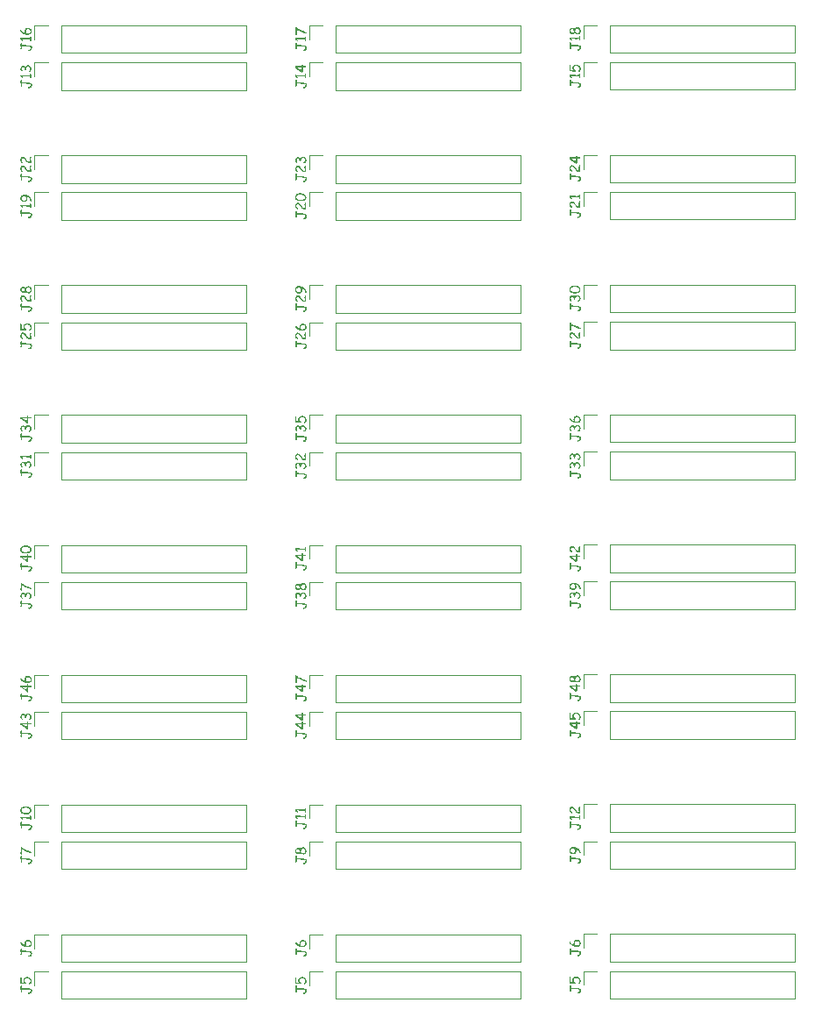
<source format=gbr>
%TF.GenerationSoftware,KiCad,Pcbnew,9.0.2*%
%TF.CreationDate,2026-01-01T17:19:06-05:00*%
%TF.ProjectId,Fracture Connector,46726163-7475-4726-9520-436f6e6e6563,rev?*%
%TF.SameCoordinates,Original*%
%TF.FileFunction,Legend,Top*%
%TF.FilePolarity,Positive*%
%FSLAX46Y46*%
G04 Gerber Fmt 4.6, Leading zero omitted, Abs format (unit mm)*
G04 Created by KiCad (PCBNEW 9.0.2) date 2026-01-01 17:19:06*
%MOMM*%
%LPD*%
G01*
G04 APERTURE LIST*
%ADD10C,0.150000*%
%ADD11C,0.120000*%
G04 APERTURE END LIST*
D10*
G36*
X105352970Y-91902459D02*
G01*
X105347841Y-91944530D01*
X105342712Y-91990570D01*
X105344788Y-92069155D01*
X105425998Y-92065736D01*
X105693729Y-92071267D01*
X105899128Y-92086023D01*
X106052978Y-92107466D01*
X106165016Y-92133391D01*
X106225630Y-92156879D01*
X106267890Y-92184395D01*
X106295888Y-92215435D01*
X106312259Y-92250527D01*
X106317851Y-92291172D01*
X106312789Y-92348605D01*
X106297342Y-92406524D01*
X106270685Y-92465714D01*
X106231450Y-92526866D01*
X106178288Y-92586505D01*
X106124580Y-92625898D01*
X106069452Y-92648480D01*
X106011387Y-92655949D01*
X105971586Y-92650792D01*
X105946780Y-92637545D01*
X105932312Y-92617085D01*
X105927063Y-92586950D01*
X105932274Y-92556729D01*
X105946600Y-92536274D01*
X105971072Y-92523077D01*
X106010227Y-92517951D01*
X106044730Y-92510548D01*
X106081833Y-92485928D01*
X106123556Y-92437351D01*
X106154675Y-92383989D01*
X106171787Y-92335708D01*
X106177167Y-92291172D01*
X106171638Y-92277536D01*
X106150297Y-92262566D01*
X106100078Y-92245846D01*
X106002094Y-92228699D01*
X105832479Y-92213320D01*
X105658744Y-92205890D01*
X105422701Y-92203061D01*
X105348695Y-92206481D01*
X105349367Y-92248124D01*
X105347719Y-92328419D01*
X105346009Y-92409385D01*
X105341201Y-92437288D01*
X105327141Y-92459944D01*
X105305345Y-92475081D01*
X105275789Y-92480399D01*
X105246108Y-92474798D01*
X105225446Y-92459021D01*
X105211688Y-92431160D01*
X105206241Y-92385450D01*
X105208317Y-92316451D01*
X105210332Y-92248124D01*
X105205264Y-92119408D01*
X105200196Y-91990631D01*
X105204974Y-91923883D01*
X105216953Y-91880792D01*
X105233650Y-91854416D01*
X105254367Y-91839818D01*
X105280430Y-91834865D01*
X105306517Y-91839452D01*
X105329583Y-91853306D01*
X105347188Y-91875622D01*
X105352970Y-91902459D01*
G37*
G36*
X105901933Y-90982693D02*
G01*
X105922080Y-90999184D01*
X105935367Y-91028803D01*
X105939011Y-91058807D01*
X105938786Y-91130591D01*
X106191761Y-91130591D01*
X106220781Y-91134884D01*
X106239550Y-91146245D01*
X106251023Y-91164616D01*
X106255325Y-91192751D01*
X106249480Y-91223628D01*
X106233003Y-91245145D01*
X106203873Y-91259486D01*
X106156040Y-91265169D01*
X106121113Y-91263825D01*
X106090339Y-91262482D01*
X105934878Y-91263154D01*
X105928406Y-91564366D01*
X105926778Y-91650803D01*
X105923155Y-91694181D01*
X105911512Y-91731957D01*
X105895319Y-91750492D01*
X105874367Y-91756341D01*
X105842852Y-91748573D01*
X105796087Y-91718789D01*
X105725990Y-91660048D01*
X105232802Y-91323909D01*
X105196525Y-91289663D01*
X105182176Y-91263154D01*
X105358465Y-91263154D01*
X105632555Y-91436853D01*
X105798102Y-91548002D01*
X105802010Y-91263154D01*
X105358465Y-91263154D01*
X105182176Y-91263154D01*
X105175876Y-91251515D01*
X105168933Y-91207772D01*
X105173819Y-91171751D01*
X105186499Y-91149016D01*
X105206394Y-91135538D01*
X105236100Y-91130591D01*
X105805918Y-91130591D01*
X105805185Y-91102564D01*
X105811185Y-91038938D01*
X105825713Y-91002338D01*
X105845964Y-90983245D01*
X105873024Y-90976901D01*
X105901933Y-90982693D01*
G37*
G36*
X106046459Y-90172883D02*
G01*
X106104492Y-90192357D01*
X106154627Y-90224124D01*
X106198172Y-90269208D01*
X106229000Y-90318461D01*
X106251679Y-90375074D01*
X106265937Y-90440339D01*
X106270956Y-90515832D01*
X106266519Y-90588319D01*
X106254000Y-90650291D01*
X106234273Y-90703333D01*
X106207759Y-90748778D01*
X106168234Y-90792831D01*
X106121245Y-90824325D01*
X106065368Y-90844194D01*
X105998320Y-90851910D01*
X105922943Y-90847682D01*
X105859914Y-90834016D01*
X105807149Y-90812028D01*
X105762965Y-90782147D01*
X105726176Y-90744088D01*
X105696192Y-90696877D01*
X105663310Y-90741917D01*
X105626661Y-90775486D01*
X105585877Y-90799102D01*
X105540094Y-90813476D01*
X105488036Y-90818449D01*
X105425852Y-90812435D01*
X105370517Y-90794956D01*
X105320595Y-90766080D01*
X105275117Y-90724843D01*
X105239490Y-90677830D01*
X105214026Y-90626575D01*
X105198256Y-90570228D01*
X105192569Y-90509665D01*
X105313525Y-90509665D01*
X105319602Y-90566351D01*
X105336354Y-90610218D01*
X105362923Y-90644242D01*
X105395896Y-90666675D01*
X105436708Y-90680567D01*
X105487548Y-90685214D01*
X105520359Y-90679764D01*
X105549510Y-90663904D01*
X105576227Y-90635974D01*
X105600728Y-90592397D01*
X105622247Y-90528105D01*
X105620140Y-90521938D01*
X105743392Y-90521938D01*
X105795401Y-90620076D01*
X105831136Y-90666774D01*
X105861141Y-90690557D01*
X105896973Y-90707553D01*
X105939875Y-90717664D01*
X105991482Y-90720080D01*
X106032155Y-90713986D01*
X106066233Y-90699136D01*
X106095164Y-90675422D01*
X106119648Y-90641495D01*
X106136192Y-90603583D01*
X106146322Y-90561947D01*
X106149812Y-90515832D01*
X106145432Y-90454698D01*
X106133666Y-90408298D01*
X106115974Y-90373474D01*
X106092903Y-90347793D01*
X106060507Y-90327780D01*
X106016074Y-90314491D01*
X105955883Y-90309508D01*
X105912528Y-90313999D01*
X105874685Y-90326985D01*
X105841167Y-90348424D01*
X105811230Y-90379178D01*
X105789090Y-90411910D01*
X105766388Y-90458339D01*
X105743392Y-90521938D01*
X105620140Y-90521938D01*
X105596429Y-90452554D01*
X105574864Y-90410624D01*
X105546051Y-90378563D01*
X105512761Y-90360161D01*
X105473320Y-90353899D01*
X105413320Y-90359465D01*
X105371892Y-90373973D01*
X105343994Y-90395542D01*
X105328273Y-90421153D01*
X105317600Y-90457940D01*
X105313525Y-90509665D01*
X105192569Y-90509665D01*
X105192380Y-90507650D01*
X105198326Y-90426132D01*
X105216093Y-90362398D01*
X105243963Y-90312698D01*
X105281713Y-90274315D01*
X105330639Y-90245858D01*
X105393380Y-90227452D01*
X105473626Y-90220725D01*
X105527024Y-90224917D01*
X105567930Y-90236254D01*
X105599044Y-90253515D01*
X105632943Y-90288312D01*
X105674271Y-90356646D01*
X105712498Y-90291110D01*
X105749540Y-90244841D01*
X105785524Y-90213887D01*
X105834543Y-90188643D01*
X105897650Y-90172137D01*
X105978476Y-90166076D01*
X106046459Y-90172883D01*
G37*
G36*
X52307970Y-91932459D02*
G01*
X52302841Y-91974530D01*
X52297712Y-92020570D01*
X52299788Y-92099155D01*
X52380998Y-92095736D01*
X52648729Y-92101267D01*
X52854128Y-92116023D01*
X53007978Y-92137466D01*
X53120016Y-92163391D01*
X53180630Y-92186879D01*
X53222890Y-92214395D01*
X53250888Y-92245435D01*
X53267259Y-92280527D01*
X53272851Y-92321172D01*
X53267789Y-92378605D01*
X53252342Y-92436524D01*
X53225685Y-92495714D01*
X53186450Y-92556866D01*
X53133288Y-92616505D01*
X53079580Y-92655898D01*
X53024452Y-92678480D01*
X52966387Y-92685949D01*
X52926586Y-92680792D01*
X52901780Y-92667545D01*
X52887312Y-92647085D01*
X52882063Y-92616950D01*
X52887274Y-92586729D01*
X52901600Y-92566274D01*
X52926072Y-92553077D01*
X52965227Y-92547951D01*
X52999730Y-92540548D01*
X53036833Y-92515928D01*
X53078556Y-92467351D01*
X53109675Y-92413989D01*
X53126787Y-92365708D01*
X53132167Y-92321172D01*
X53126638Y-92307536D01*
X53105297Y-92292566D01*
X53055078Y-92275846D01*
X52957094Y-92258699D01*
X52787479Y-92243320D01*
X52613744Y-92235890D01*
X52377701Y-92233061D01*
X52303695Y-92236481D01*
X52304367Y-92278124D01*
X52302719Y-92358419D01*
X52301009Y-92439385D01*
X52296201Y-92467288D01*
X52282141Y-92489944D01*
X52260345Y-92505081D01*
X52230789Y-92510399D01*
X52201108Y-92504798D01*
X52180446Y-92489021D01*
X52166688Y-92461160D01*
X52161241Y-92415450D01*
X52163317Y-92346451D01*
X52165332Y-92278124D01*
X52160264Y-92149408D01*
X52155196Y-92020631D01*
X52159974Y-91953883D01*
X52171953Y-91910792D01*
X52188650Y-91884416D01*
X52209367Y-91869818D01*
X52235430Y-91864865D01*
X52261517Y-91869452D01*
X52284583Y-91883306D01*
X52302188Y-91905622D01*
X52307970Y-91932459D01*
G37*
G36*
X52856933Y-91012693D02*
G01*
X52877080Y-91029184D01*
X52890367Y-91058803D01*
X52894011Y-91088807D01*
X52893786Y-91160591D01*
X53146761Y-91160591D01*
X53175781Y-91164884D01*
X53194550Y-91176245D01*
X53206023Y-91194616D01*
X53210325Y-91222751D01*
X53204480Y-91253628D01*
X53188003Y-91275145D01*
X53158873Y-91289486D01*
X53111040Y-91295169D01*
X53076113Y-91293825D01*
X53045339Y-91292482D01*
X52889878Y-91293154D01*
X52883406Y-91594366D01*
X52881778Y-91680803D01*
X52878155Y-91724181D01*
X52866512Y-91761957D01*
X52850319Y-91780492D01*
X52829367Y-91786341D01*
X52797852Y-91778573D01*
X52751087Y-91748789D01*
X52680990Y-91690048D01*
X52187802Y-91353909D01*
X52151525Y-91319663D01*
X52137176Y-91293154D01*
X52313465Y-91293154D01*
X52587555Y-91466853D01*
X52753102Y-91578002D01*
X52757010Y-91293154D01*
X52313465Y-91293154D01*
X52137176Y-91293154D01*
X52130876Y-91281515D01*
X52123933Y-91237772D01*
X52128819Y-91201751D01*
X52141499Y-91179016D01*
X52161394Y-91165538D01*
X52191100Y-91160591D01*
X52760918Y-91160591D01*
X52760185Y-91132564D01*
X52766185Y-91068938D01*
X52780713Y-91032338D01*
X52800964Y-91013245D01*
X52828024Y-91006901D01*
X52856933Y-91012693D01*
G37*
G36*
X52947426Y-90213916D02*
G01*
X53017976Y-90231732D01*
X53079641Y-90260367D01*
X53133816Y-90299879D01*
X53180562Y-90351547D01*
X53213871Y-90410611D01*
X53234408Y-90478537D01*
X53241588Y-90557433D01*
X53235822Y-90628178D01*
X53219507Y-90688090D01*
X53193460Y-90739123D01*
X53157593Y-90782731D01*
X53110918Y-90819750D01*
X53056461Y-90848652D01*
X52991792Y-90870447D01*
X52915104Y-90884428D01*
X52824299Y-90889420D01*
X52729740Y-90883851D01*
X52639856Y-90867401D01*
X52553897Y-90840208D01*
X52471205Y-90802086D01*
X52391240Y-90752522D01*
X52313592Y-90690696D01*
X52237994Y-90615502D01*
X52172964Y-90551266D01*
X52136275Y-90505245D01*
X52127841Y-90480253D01*
X52132657Y-90454716D01*
X52147258Y-90432442D01*
X52168643Y-90416803D01*
X52193237Y-90411254D01*
X52208609Y-90415219D01*
X52237391Y-90434288D01*
X52288003Y-90480924D01*
X52423619Y-90620265D01*
X52463655Y-90652982D01*
X52518826Y-90684762D01*
X52592635Y-90715214D01*
X52567668Y-90657249D01*
X52551602Y-90611411D01*
X52541112Y-90568595D01*
X52540027Y-90557433D01*
X52678852Y-90557433D01*
X52684199Y-90614047D01*
X52699491Y-90662641D01*
X52752553Y-90752095D01*
X52824116Y-90756247D01*
X52905621Y-90751123D01*
X52971741Y-90736999D01*
X53025189Y-90715275D01*
X53069433Y-90684895D01*
X53099684Y-90648609D01*
X53117955Y-90605459D01*
X53124351Y-90553342D01*
X53119392Y-90503175D01*
X53105271Y-90460774D01*
X53082356Y-90424551D01*
X53049979Y-90393485D01*
X53001455Y-90365279D01*
X52941592Y-90347359D01*
X52867530Y-90340912D01*
X52806988Y-90347594D01*
X52760991Y-90365908D01*
X52726052Y-90394890D01*
X52701286Y-90433659D01*
X52684952Y-90486407D01*
X52678852Y-90557433D01*
X52540027Y-90557433D01*
X52538169Y-90538321D01*
X52544245Y-90458512D01*
X52561214Y-90392627D01*
X52587866Y-90338137D01*
X52623959Y-90293101D01*
X52669200Y-90257023D01*
X52723363Y-90230492D01*
X52788242Y-90213675D01*
X52866187Y-90207678D01*
X52947426Y-90213916D01*
G37*
G36*
X105352970Y-95502459D02*
G01*
X105347841Y-95544530D01*
X105342712Y-95590570D01*
X105344788Y-95669155D01*
X105425998Y-95665736D01*
X105693729Y-95671267D01*
X105899128Y-95686023D01*
X106052978Y-95707466D01*
X106165016Y-95733391D01*
X106225630Y-95756879D01*
X106267890Y-95784395D01*
X106295888Y-95815435D01*
X106312259Y-95850527D01*
X106317851Y-95891172D01*
X106312789Y-95948605D01*
X106297342Y-96006524D01*
X106270685Y-96065714D01*
X106231450Y-96126866D01*
X106178288Y-96186505D01*
X106124580Y-96225898D01*
X106069452Y-96248480D01*
X106011387Y-96255949D01*
X105971586Y-96250792D01*
X105946780Y-96237545D01*
X105932312Y-96217085D01*
X105927063Y-96186950D01*
X105932274Y-96156729D01*
X105946600Y-96136274D01*
X105971072Y-96123077D01*
X106010227Y-96117951D01*
X106044730Y-96110548D01*
X106081833Y-96085928D01*
X106123556Y-96037351D01*
X106154675Y-95983989D01*
X106171787Y-95935708D01*
X106177167Y-95891172D01*
X106171638Y-95877536D01*
X106150297Y-95862566D01*
X106100078Y-95845846D01*
X106002094Y-95828699D01*
X105832479Y-95813320D01*
X105658744Y-95805890D01*
X105422701Y-95803061D01*
X105348695Y-95806481D01*
X105349367Y-95848124D01*
X105347719Y-95928419D01*
X105346009Y-96009385D01*
X105341201Y-96037288D01*
X105327141Y-96059944D01*
X105305345Y-96075081D01*
X105275789Y-96080399D01*
X105246108Y-96074798D01*
X105225446Y-96059021D01*
X105211688Y-96031160D01*
X105206241Y-95985450D01*
X105208317Y-95916451D01*
X105210332Y-95848124D01*
X105205264Y-95719408D01*
X105200196Y-95590631D01*
X105204974Y-95523883D01*
X105216953Y-95480792D01*
X105233650Y-95454416D01*
X105254367Y-95439818D01*
X105280430Y-95434865D01*
X105306517Y-95439452D01*
X105329583Y-95453306D01*
X105347188Y-95475622D01*
X105352970Y-95502459D01*
G37*
G36*
X105901933Y-94582693D02*
G01*
X105922080Y-94599184D01*
X105935367Y-94628803D01*
X105939011Y-94658807D01*
X105938786Y-94730591D01*
X106191761Y-94730591D01*
X106220781Y-94734884D01*
X106239550Y-94746245D01*
X106251023Y-94764616D01*
X106255325Y-94792751D01*
X106249480Y-94823628D01*
X106233003Y-94845145D01*
X106203873Y-94859486D01*
X106156040Y-94865169D01*
X106121113Y-94863825D01*
X106090339Y-94862482D01*
X105934878Y-94863154D01*
X105928406Y-95164366D01*
X105926778Y-95250803D01*
X105923155Y-95294181D01*
X105911512Y-95331957D01*
X105895319Y-95350492D01*
X105874367Y-95356341D01*
X105842852Y-95348573D01*
X105796087Y-95318789D01*
X105725990Y-95260048D01*
X105232802Y-94923909D01*
X105196525Y-94889663D01*
X105182176Y-94863154D01*
X105358465Y-94863154D01*
X105632555Y-95036853D01*
X105798102Y-95148002D01*
X105802010Y-94863154D01*
X105358465Y-94863154D01*
X105182176Y-94863154D01*
X105175876Y-94851515D01*
X105168933Y-94807772D01*
X105173819Y-94771751D01*
X105186499Y-94749016D01*
X105206394Y-94735538D01*
X105236100Y-94730591D01*
X105805918Y-94730591D01*
X105805185Y-94702564D01*
X105811185Y-94638938D01*
X105825713Y-94602338D01*
X105845964Y-94583245D01*
X105873024Y-94576901D01*
X105901933Y-94582693D01*
G37*
G36*
X106278772Y-94151308D02*
G01*
X106272404Y-94228122D01*
X106254362Y-94293253D01*
X106225507Y-94348828D01*
X106185674Y-94396414D01*
X106133692Y-94436889D01*
X106113437Y-94446270D01*
X106094979Y-94449162D01*
X106070083Y-94443962D01*
X106048390Y-94427974D01*
X106033493Y-94405171D01*
X106028668Y-94380164D01*
X106035571Y-94354053D01*
X106059015Y-94326858D01*
X106098451Y-94291926D01*
X106115557Y-94272208D01*
X106131627Y-94241152D01*
X106142081Y-94201571D01*
X106145904Y-94151308D01*
X106140173Y-94094186D01*
X106123486Y-94043297D01*
X106095812Y-93997279D01*
X106056084Y-93955242D01*
X106011233Y-93922769D01*
X105962506Y-93899699D01*
X105909111Y-93885642D01*
X105850004Y-93880809D01*
X105784300Y-93884926D01*
X105731304Y-93896243D01*
X105688743Y-93913599D01*
X105653909Y-93938211D01*
X105630027Y-93967495D01*
X105615580Y-94002236D01*
X105610524Y-94044085D01*
X105616026Y-94113393D01*
X105630552Y-94163642D01*
X105651043Y-94199268D01*
X105685018Y-94238075D01*
X105767083Y-94312569D01*
X105790985Y-94344253D01*
X105798102Y-94374057D01*
X105793221Y-94399312D01*
X105778563Y-94420525D01*
X105757064Y-94434855D01*
X105731607Y-94439637D01*
X105609547Y-94428707D01*
X105411566Y-94409757D01*
X105325615Y-94405443D01*
X105301349Y-94408245D01*
X105273163Y-94417411D01*
X105246206Y-94426984D01*
X105230970Y-94429378D01*
X105209423Y-94422761D01*
X105195206Y-94401861D01*
X105189144Y-94357632D01*
X105191586Y-94316355D01*
X105193968Y-94275017D01*
X105191220Y-94156132D01*
X105188472Y-94037308D01*
X105189877Y-93981315D01*
X105191220Y-93925261D01*
X105186091Y-93887709D01*
X105180901Y-93850828D01*
X105185804Y-93825911D01*
X105200867Y-93803689D01*
X105222649Y-93788182D01*
X105246968Y-93783173D01*
X105271503Y-93788097D01*
X105291299Y-93802810D01*
X105307523Y-93829888D01*
X105319300Y-93874793D01*
X105324027Y-93945045D01*
X105322684Y-93998351D01*
X105321340Y-94037308D01*
X105323355Y-94152712D01*
X105326714Y-94268178D01*
X105375931Y-94272074D01*
X105552150Y-94293457D01*
X105520786Y-94245142D01*
X105497571Y-94188546D01*
X105482869Y-94122149D01*
X105477656Y-94044085D01*
X105482668Y-93985079D01*
X105497024Y-93933840D01*
X105520260Y-93888953D01*
X105552678Y-93849382D01*
X105595320Y-93814558D01*
X105646281Y-93786353D01*
X105704811Y-93765461D01*
X105772163Y-93752280D01*
X105849821Y-93747636D01*
X105941016Y-93754856D01*
X106020940Y-93775575D01*
X106091532Y-93809074D01*
X106154269Y-93855591D01*
X106198893Y-93903005D01*
X106233294Y-93955427D01*
X106258124Y-94013559D01*
X106273454Y-94078425D01*
X106278772Y-94151308D01*
G37*
G36*
X52307970Y-95532459D02*
G01*
X52302841Y-95574530D01*
X52297712Y-95620570D01*
X52299788Y-95699155D01*
X52380998Y-95695736D01*
X52648729Y-95701267D01*
X52854128Y-95716023D01*
X53007978Y-95737466D01*
X53120016Y-95763391D01*
X53180630Y-95786879D01*
X53222890Y-95814395D01*
X53250888Y-95845435D01*
X53267259Y-95880527D01*
X53272851Y-95921172D01*
X53267789Y-95978605D01*
X53252342Y-96036524D01*
X53225685Y-96095714D01*
X53186450Y-96156866D01*
X53133288Y-96216505D01*
X53079580Y-96255898D01*
X53024452Y-96278480D01*
X52966387Y-96285949D01*
X52926586Y-96280792D01*
X52901780Y-96267545D01*
X52887312Y-96247085D01*
X52882063Y-96216950D01*
X52887274Y-96186729D01*
X52901600Y-96166274D01*
X52926072Y-96153077D01*
X52965227Y-96147951D01*
X52999730Y-96140548D01*
X53036833Y-96115928D01*
X53078556Y-96067351D01*
X53109675Y-96013989D01*
X53126787Y-95965708D01*
X53132167Y-95921172D01*
X53126638Y-95907536D01*
X53105297Y-95892566D01*
X53055078Y-95875846D01*
X52957094Y-95858699D01*
X52787479Y-95843320D01*
X52613744Y-95835890D01*
X52377701Y-95833061D01*
X52303695Y-95836481D01*
X52304367Y-95878124D01*
X52302719Y-95958419D01*
X52301009Y-96039385D01*
X52296201Y-96067288D01*
X52282141Y-96089944D01*
X52260345Y-96105081D01*
X52230789Y-96110399D01*
X52201108Y-96104798D01*
X52180446Y-96089021D01*
X52166688Y-96061160D01*
X52161241Y-96015450D01*
X52163317Y-95946451D01*
X52165332Y-95878124D01*
X52160264Y-95749408D01*
X52155196Y-95620631D01*
X52159974Y-95553883D01*
X52171953Y-95510792D01*
X52188650Y-95484416D01*
X52209367Y-95469818D01*
X52235430Y-95464865D01*
X52261517Y-95469452D01*
X52284583Y-95483306D01*
X52302188Y-95505622D01*
X52307970Y-95532459D01*
G37*
G36*
X52856933Y-94612693D02*
G01*
X52877080Y-94629184D01*
X52890367Y-94658803D01*
X52894011Y-94688807D01*
X52893786Y-94760591D01*
X53146761Y-94760591D01*
X53175781Y-94764884D01*
X53194550Y-94776245D01*
X53206023Y-94794616D01*
X53210325Y-94822751D01*
X53204480Y-94853628D01*
X53188003Y-94875145D01*
X53158873Y-94889486D01*
X53111040Y-94895169D01*
X53076113Y-94893825D01*
X53045339Y-94892482D01*
X52889878Y-94893154D01*
X52883406Y-95194366D01*
X52881778Y-95280803D01*
X52878155Y-95324181D01*
X52866512Y-95361957D01*
X52850319Y-95380492D01*
X52829367Y-95386341D01*
X52797852Y-95378573D01*
X52751087Y-95348789D01*
X52680990Y-95290048D01*
X52187802Y-94953909D01*
X52151525Y-94919663D01*
X52137176Y-94893154D01*
X52313465Y-94893154D01*
X52587555Y-95066853D01*
X52753102Y-95178002D01*
X52757010Y-94893154D01*
X52313465Y-94893154D01*
X52137176Y-94893154D01*
X52130876Y-94881515D01*
X52123933Y-94837772D01*
X52128819Y-94801751D01*
X52141499Y-94779016D01*
X52161394Y-94765538D01*
X52191100Y-94760591D01*
X52760918Y-94760591D01*
X52760185Y-94732564D01*
X52766185Y-94668938D01*
X52780713Y-94632338D01*
X52800964Y-94613245D01*
X52828024Y-94606901D01*
X52856933Y-94612693D01*
G37*
G36*
X53222049Y-94151999D02*
G01*
X53217021Y-94219653D01*
X53202405Y-94281015D01*
X53178512Y-94337135D01*
X53150010Y-94380417D01*
X53117135Y-94414979D01*
X53079641Y-94441819D01*
X53036913Y-94461455D01*
X53012732Y-94465546D01*
X52987468Y-94460347D01*
X52966815Y-94444724D01*
X52953056Y-94422184D01*
X52948497Y-94396547D01*
X52954598Y-94371607D01*
X52974020Y-94349408D01*
X53021586Y-94317962D01*
X53050959Y-94289390D01*
X53072328Y-94251711D01*
X53084686Y-94207548D01*
X53089180Y-94151938D01*
X53083951Y-94103977D01*
X53068618Y-94060879D01*
X53042896Y-94021451D01*
X53006957Y-93987865D01*
X52967520Y-93968544D01*
X52923034Y-93962039D01*
X52873151Y-93967000D01*
X52830014Y-93981265D01*
X52792231Y-94004634D01*
X52758903Y-94037876D01*
X52729245Y-94085075D01*
X52707410Y-94143482D01*
X52694240Y-94215502D01*
X52686417Y-94252008D01*
X52673448Y-94274415D01*
X52656091Y-94286986D01*
X52632996Y-94291339D01*
X52609960Y-94285653D01*
X52589793Y-94267572D01*
X52571691Y-94231927D01*
X52531513Y-94068590D01*
X52510639Y-94025951D01*
X52485534Y-93997576D01*
X52453895Y-93979614D01*
X52415070Y-93972969D01*
X52377456Y-93977608D01*
X52345772Y-93992824D01*
X52318411Y-94019436D01*
X52298220Y-94054702D01*
X52285076Y-94100425D01*
X52280248Y-94159448D01*
X52285846Y-94204905D01*
X52302963Y-94249635D01*
X52351750Y-94326877D01*
X52363225Y-94348804D01*
X52366222Y-94363086D01*
X52361023Y-94388274D01*
X52345156Y-94409858D01*
X52322429Y-94424546D01*
X52297162Y-94429337D01*
X52273874Y-94424490D01*
X52249354Y-94408546D01*
X52222352Y-94377393D01*
X52192260Y-94324801D01*
X52165405Y-94262553D01*
X52151468Y-94213586D01*
X52147380Y-94175202D01*
X52152000Y-94101205D01*
X52164950Y-94038898D01*
X52185227Y-93986428D01*
X52212349Y-93942255D01*
X52250607Y-93902208D01*
X52295533Y-93873794D01*
X52348450Y-93856236D01*
X52411407Y-93850054D01*
X52474767Y-93855913D01*
X52525456Y-93872169D01*
X52566123Y-93897802D01*
X52598546Y-93933138D01*
X52623409Y-93979808D01*
X52632996Y-94006491D01*
X52660035Y-93949255D01*
X52693400Y-93904594D01*
X52733135Y-93870570D01*
X52779522Y-93846170D01*
X52834347Y-93830867D01*
X52899526Y-93825446D01*
X52964975Y-93831514D01*
X53024061Y-93849229D01*
X53078115Y-93878557D01*
X53128076Y-93920396D01*
X53169372Y-93970750D01*
X53198418Y-94025433D01*
X53216011Y-94085402D01*
X53222049Y-94151999D01*
G37*
G36*
X78857970Y-95532459D02*
G01*
X78852841Y-95574530D01*
X78847712Y-95620570D01*
X78849788Y-95699155D01*
X78930998Y-95695736D01*
X79198729Y-95701267D01*
X79404128Y-95716023D01*
X79557978Y-95737466D01*
X79670016Y-95763391D01*
X79730630Y-95786879D01*
X79772890Y-95814395D01*
X79800888Y-95845435D01*
X79817259Y-95880527D01*
X79822851Y-95921172D01*
X79817789Y-95978605D01*
X79802342Y-96036524D01*
X79775685Y-96095714D01*
X79736450Y-96156866D01*
X79683288Y-96216505D01*
X79629580Y-96255898D01*
X79574452Y-96278480D01*
X79516387Y-96285949D01*
X79476586Y-96280792D01*
X79451780Y-96267545D01*
X79437312Y-96247085D01*
X79432063Y-96216950D01*
X79437274Y-96186729D01*
X79451600Y-96166274D01*
X79476072Y-96153077D01*
X79515227Y-96147951D01*
X79549730Y-96140548D01*
X79586833Y-96115928D01*
X79628556Y-96067351D01*
X79659675Y-96013989D01*
X79676787Y-95965708D01*
X79682167Y-95921172D01*
X79676638Y-95907536D01*
X79655297Y-95892566D01*
X79605078Y-95875846D01*
X79507094Y-95858699D01*
X79337479Y-95843320D01*
X79163744Y-95835890D01*
X78927701Y-95833061D01*
X78853695Y-95836481D01*
X78854367Y-95878124D01*
X78852719Y-95958419D01*
X78851009Y-96039385D01*
X78846201Y-96067288D01*
X78832141Y-96089944D01*
X78810345Y-96105081D01*
X78780789Y-96110399D01*
X78751108Y-96104798D01*
X78730446Y-96089021D01*
X78716688Y-96061160D01*
X78711241Y-96015450D01*
X78713317Y-95946451D01*
X78715332Y-95878124D01*
X78710264Y-95749408D01*
X78705196Y-95620631D01*
X78709974Y-95553883D01*
X78721953Y-95510792D01*
X78738650Y-95484416D01*
X78759367Y-95469818D01*
X78785430Y-95464865D01*
X78811517Y-95469452D01*
X78834583Y-95483306D01*
X78852188Y-95505622D01*
X78857970Y-95532459D01*
G37*
G36*
X79406933Y-94612693D02*
G01*
X79427080Y-94629184D01*
X79440367Y-94658803D01*
X79444011Y-94688807D01*
X79443786Y-94760591D01*
X79696761Y-94760591D01*
X79725781Y-94764884D01*
X79744550Y-94776245D01*
X79756023Y-94794616D01*
X79760325Y-94822751D01*
X79754480Y-94853628D01*
X79738003Y-94875145D01*
X79708873Y-94889486D01*
X79661040Y-94895169D01*
X79626113Y-94893825D01*
X79595339Y-94892482D01*
X79439878Y-94893154D01*
X79433406Y-95194366D01*
X79431778Y-95280803D01*
X79428155Y-95324181D01*
X79416512Y-95361957D01*
X79400319Y-95380492D01*
X79379367Y-95386341D01*
X79347852Y-95378573D01*
X79301087Y-95348789D01*
X79230990Y-95290048D01*
X78737802Y-94953909D01*
X78701525Y-94919663D01*
X78687176Y-94893154D01*
X78863465Y-94893154D01*
X79137555Y-95066853D01*
X79303102Y-95178002D01*
X79307010Y-94893154D01*
X78863465Y-94893154D01*
X78687176Y-94893154D01*
X78680876Y-94881515D01*
X78673933Y-94837772D01*
X78678819Y-94801751D01*
X78691499Y-94779016D01*
X78711394Y-94765538D01*
X78741100Y-94760591D01*
X79310918Y-94760591D01*
X79310185Y-94732564D01*
X79316185Y-94668938D01*
X79330713Y-94632338D01*
X79350964Y-94613245D01*
X79378024Y-94606901D01*
X79406933Y-94612693D01*
G37*
G36*
X79406933Y-93758820D02*
G01*
X79427080Y-93775311D01*
X79440367Y-93804930D01*
X79444011Y-93834934D01*
X79443786Y-93906718D01*
X79696761Y-93906718D01*
X79725781Y-93911011D01*
X79744550Y-93922372D01*
X79756023Y-93940743D01*
X79760325Y-93968878D01*
X79754480Y-93999755D01*
X79738003Y-94021272D01*
X79708873Y-94035613D01*
X79661040Y-94041296D01*
X79626113Y-94039952D01*
X79595339Y-94038609D01*
X79439878Y-94039281D01*
X79433406Y-94340493D01*
X79431778Y-94426930D01*
X79428155Y-94470308D01*
X79416512Y-94508084D01*
X79400319Y-94526619D01*
X79379367Y-94532468D01*
X79347852Y-94524700D01*
X79301087Y-94494916D01*
X79230990Y-94436175D01*
X78737802Y-94100036D01*
X78701525Y-94065790D01*
X78687176Y-94039281D01*
X78863465Y-94039281D01*
X79137555Y-94212980D01*
X79303102Y-94324129D01*
X79307010Y-94039281D01*
X78863465Y-94039281D01*
X78687176Y-94039281D01*
X78680876Y-94027642D01*
X78673933Y-93983899D01*
X78678819Y-93947878D01*
X78691499Y-93925143D01*
X78711394Y-93911666D01*
X78741100Y-93906718D01*
X79310918Y-93906718D01*
X79310185Y-93878691D01*
X79316185Y-93815065D01*
X79330713Y-93778465D01*
X79350964Y-93759372D01*
X79378024Y-93753028D01*
X79406933Y-93758820D01*
G37*
G36*
X78857970Y-91932459D02*
G01*
X78852841Y-91974530D01*
X78847712Y-92020570D01*
X78849788Y-92099155D01*
X78930998Y-92095736D01*
X79198729Y-92101267D01*
X79404128Y-92116023D01*
X79557978Y-92137466D01*
X79670016Y-92163391D01*
X79730630Y-92186879D01*
X79772890Y-92214395D01*
X79800888Y-92245435D01*
X79817259Y-92280527D01*
X79822851Y-92321172D01*
X79817789Y-92378605D01*
X79802342Y-92436524D01*
X79775685Y-92495714D01*
X79736450Y-92556866D01*
X79683288Y-92616505D01*
X79629580Y-92655898D01*
X79574452Y-92678480D01*
X79516387Y-92685949D01*
X79476586Y-92680792D01*
X79451780Y-92667545D01*
X79437312Y-92647085D01*
X79432063Y-92616950D01*
X79437274Y-92586729D01*
X79451600Y-92566274D01*
X79476072Y-92553077D01*
X79515227Y-92547951D01*
X79549730Y-92540548D01*
X79586833Y-92515928D01*
X79628556Y-92467351D01*
X79659675Y-92413989D01*
X79676787Y-92365708D01*
X79682167Y-92321172D01*
X79676638Y-92307536D01*
X79655297Y-92292566D01*
X79605078Y-92275846D01*
X79507094Y-92258699D01*
X79337479Y-92243320D01*
X79163744Y-92235890D01*
X78927701Y-92233061D01*
X78853695Y-92236481D01*
X78854367Y-92278124D01*
X78852719Y-92358419D01*
X78851009Y-92439385D01*
X78846201Y-92467288D01*
X78832141Y-92489944D01*
X78810345Y-92505081D01*
X78780789Y-92510399D01*
X78751108Y-92504798D01*
X78730446Y-92489021D01*
X78716688Y-92461160D01*
X78711241Y-92415450D01*
X78713317Y-92346451D01*
X78715332Y-92278124D01*
X78710264Y-92149408D01*
X78705196Y-92020631D01*
X78709974Y-91953883D01*
X78721953Y-91910792D01*
X78738650Y-91884416D01*
X78759367Y-91869818D01*
X78785430Y-91864865D01*
X78811517Y-91869452D01*
X78834583Y-91883306D01*
X78852188Y-91905622D01*
X78857970Y-91932459D01*
G37*
G36*
X79406933Y-91012693D02*
G01*
X79427080Y-91029184D01*
X79440367Y-91058803D01*
X79444011Y-91088807D01*
X79443786Y-91160591D01*
X79696761Y-91160591D01*
X79725781Y-91164884D01*
X79744550Y-91176245D01*
X79756023Y-91194616D01*
X79760325Y-91222751D01*
X79754480Y-91253628D01*
X79738003Y-91275145D01*
X79708873Y-91289486D01*
X79661040Y-91295169D01*
X79626113Y-91293825D01*
X79595339Y-91292482D01*
X79439878Y-91293154D01*
X79433406Y-91594366D01*
X79431778Y-91680803D01*
X79428155Y-91724181D01*
X79416512Y-91761957D01*
X79400319Y-91780492D01*
X79379367Y-91786341D01*
X79347852Y-91778573D01*
X79301087Y-91748789D01*
X79230990Y-91690048D01*
X78737802Y-91353909D01*
X78701525Y-91319663D01*
X78687176Y-91293154D01*
X78863465Y-91293154D01*
X79137555Y-91466853D01*
X79303102Y-91578002D01*
X79307010Y-91293154D01*
X78863465Y-91293154D01*
X78687176Y-91293154D01*
X78680876Y-91281515D01*
X78673933Y-91237772D01*
X78678819Y-91201751D01*
X78691499Y-91179016D01*
X78711394Y-91165538D01*
X78741100Y-91160591D01*
X79310918Y-91160591D01*
X79310185Y-91132564D01*
X79316185Y-91068938D01*
X79330713Y-91032338D01*
X79350964Y-91013245D01*
X79378024Y-91006901D01*
X79406933Y-91012693D01*
G37*
G36*
X78848933Y-90176964D02*
G01*
X78921961Y-90239124D01*
X78993410Y-90294915D01*
X79076687Y-90349360D01*
X79173043Y-90402339D01*
X79445313Y-90526720D01*
X79603826Y-90584117D01*
X79698267Y-90620994D01*
X79755440Y-90650368D01*
X79773642Y-90665263D01*
X79784095Y-90683114D01*
X79787680Y-90704956D01*
X79782902Y-90730564D01*
X79768385Y-90753133D01*
X79747031Y-90768823D01*
X79722223Y-90773955D01*
X79687070Y-90766624D01*
X79587951Y-90730235D01*
X79211939Y-90576545D01*
X79065217Y-90502920D01*
X78952468Y-90433287D01*
X78868045Y-90367534D01*
X78853695Y-90354529D01*
X78846796Y-90697507D01*
X78842643Y-90851196D01*
X78835525Y-90881720D01*
X78822391Y-90901405D01*
X78803321Y-90913170D01*
X78776209Y-90917447D01*
X78749491Y-90912563D01*
X78728521Y-90898335D01*
X78714636Y-90877008D01*
X78709898Y-90850525D01*
X78715393Y-90591933D01*
X78720827Y-90333340D01*
X78720827Y-90208349D01*
X78724515Y-90172288D01*
X78733568Y-90151140D01*
X78746507Y-90139792D01*
X78764242Y-90135931D01*
X78784828Y-90139425D01*
X78812247Y-90151819D01*
X78848933Y-90176964D01*
G37*
G36*
X105352970Y-79362459D02*
G01*
X105347841Y-79404530D01*
X105342712Y-79450570D01*
X105344788Y-79529155D01*
X105425998Y-79525736D01*
X105693729Y-79531267D01*
X105899128Y-79546023D01*
X106052978Y-79567466D01*
X106165016Y-79593391D01*
X106225630Y-79616879D01*
X106267890Y-79644395D01*
X106295888Y-79675435D01*
X106312259Y-79710527D01*
X106317851Y-79751172D01*
X106312789Y-79808605D01*
X106297342Y-79866524D01*
X106270685Y-79925714D01*
X106231450Y-79986866D01*
X106178288Y-80046505D01*
X106124580Y-80085898D01*
X106069452Y-80108480D01*
X106011387Y-80115949D01*
X105971586Y-80110792D01*
X105946780Y-80097545D01*
X105932312Y-80077085D01*
X105927063Y-80046950D01*
X105932274Y-80016729D01*
X105946600Y-79996274D01*
X105971072Y-79983077D01*
X106010227Y-79977951D01*
X106044730Y-79970548D01*
X106081833Y-79945928D01*
X106123556Y-79897351D01*
X106154675Y-79843989D01*
X106171787Y-79795708D01*
X106177167Y-79751172D01*
X106171638Y-79737536D01*
X106150297Y-79722566D01*
X106100078Y-79705846D01*
X106002094Y-79688699D01*
X105832479Y-79673320D01*
X105658744Y-79665890D01*
X105422701Y-79663061D01*
X105348695Y-79666481D01*
X105349367Y-79708124D01*
X105347719Y-79788419D01*
X105346009Y-79869385D01*
X105341201Y-79897288D01*
X105327141Y-79919944D01*
X105305345Y-79935081D01*
X105275789Y-79940399D01*
X105246108Y-79934798D01*
X105225446Y-79919021D01*
X105211688Y-79891160D01*
X105206241Y-79845450D01*
X105208317Y-79776451D01*
X105210332Y-79708124D01*
X105205264Y-79579408D01*
X105200196Y-79450631D01*
X105204974Y-79383883D01*
X105216953Y-79340792D01*
X105233650Y-79314416D01*
X105254367Y-79299818D01*
X105280430Y-79294865D01*
X105306517Y-79299452D01*
X105329583Y-79313306D01*
X105347188Y-79335622D01*
X105352970Y-79362459D01*
G37*
G36*
X105901933Y-78442693D02*
G01*
X105922080Y-78459184D01*
X105935367Y-78488803D01*
X105939011Y-78518807D01*
X105938786Y-78590591D01*
X106191761Y-78590591D01*
X106220781Y-78594884D01*
X106239550Y-78606245D01*
X106251023Y-78624616D01*
X106255325Y-78652751D01*
X106249480Y-78683628D01*
X106233003Y-78705145D01*
X106203873Y-78719486D01*
X106156040Y-78725169D01*
X106121113Y-78723825D01*
X106090339Y-78722482D01*
X105934878Y-78723154D01*
X105928406Y-79024366D01*
X105926778Y-79110803D01*
X105923155Y-79154181D01*
X105911512Y-79191957D01*
X105895319Y-79210492D01*
X105874367Y-79216341D01*
X105842852Y-79208573D01*
X105796087Y-79178789D01*
X105725990Y-79120048D01*
X105232802Y-78783909D01*
X105196525Y-78749663D01*
X105182176Y-78723154D01*
X105358465Y-78723154D01*
X105632555Y-78896853D01*
X105798102Y-79008002D01*
X105802010Y-78723154D01*
X105358465Y-78723154D01*
X105182176Y-78723154D01*
X105175876Y-78711515D01*
X105168933Y-78667772D01*
X105173819Y-78631751D01*
X105186499Y-78609016D01*
X105206394Y-78595538D01*
X105236100Y-78590591D01*
X105805918Y-78590591D01*
X105805185Y-78562564D01*
X105811185Y-78498938D01*
X105825713Y-78462338D01*
X105845964Y-78443245D01*
X105873024Y-78436901D01*
X105901933Y-78442693D01*
G37*
G36*
X106239693Y-77706676D02*
G01*
X106237254Y-77725142D01*
X106227970Y-77754792D01*
X106218662Y-77784364D01*
X106216246Y-77802297D01*
X106220642Y-77906833D01*
X106225039Y-78012041D01*
X106232366Y-78090931D01*
X106239693Y-78169822D01*
X106236946Y-78191681D01*
X106234198Y-78213541D01*
X106228963Y-78241620D01*
X106214183Y-78261470D01*
X106188219Y-78275029D01*
X106159930Y-78280707D01*
X106105909Y-78283211D01*
X106026489Y-78277257D01*
X105958394Y-78260359D01*
X105899715Y-78233394D01*
X105848966Y-78196444D01*
X105797756Y-78138683D01*
X105684774Y-77982671D01*
X105619524Y-77894346D01*
X105580116Y-77852184D01*
X105533581Y-77819427D01*
X105482775Y-77800037D01*
X105426182Y-77793443D01*
X105399847Y-77798943D01*
X105374239Y-77816514D01*
X105348207Y-77850169D01*
X105324736Y-77900744D01*
X105317432Y-77947805D01*
X105321415Y-77988700D01*
X105333402Y-78028330D01*
X105353886Y-78067362D01*
X105430822Y-78165059D01*
X105449481Y-78193874D01*
X105454208Y-78212198D01*
X105449951Y-78245507D01*
X105439042Y-78266191D01*
X105422271Y-78278198D01*
X105397666Y-78282540D01*
X105367763Y-78276180D01*
X105341796Y-78256589D01*
X105273024Y-78177579D01*
X105232131Y-78117920D01*
X105205351Y-78061329D01*
X105189725Y-78004890D01*
X105184564Y-77947805D01*
X105191441Y-77875958D01*
X105211594Y-77810639D01*
X105245137Y-77750396D01*
X105283017Y-77706651D01*
X105324167Y-77676945D01*
X105369358Y-77659360D01*
X105420014Y-77653370D01*
X105487997Y-77658475D01*
X105548669Y-77673215D01*
X105604797Y-77698067D01*
X105656014Y-77733299D01*
X105694195Y-77770355D01*
X105739616Y-77826469D01*
X105793523Y-77906833D01*
X105871622Y-78022897D01*
X105916011Y-78075544D01*
X105957622Y-78108764D01*
X106002713Y-78131959D01*
X106052080Y-78145754D01*
X106106825Y-78150038D01*
X106094857Y-78009293D01*
X106087286Y-77802297D01*
X106091774Y-77751502D01*
X106105055Y-77703928D01*
X106125077Y-77667115D01*
X106146878Y-77648343D01*
X106171366Y-77642440D01*
X106196416Y-77646997D01*
X106218872Y-77660881D01*
X106234511Y-77681599D01*
X106239693Y-77706676D01*
G37*
G36*
X52307970Y-79392459D02*
G01*
X52302841Y-79434530D01*
X52297712Y-79480570D01*
X52299788Y-79559155D01*
X52380998Y-79555736D01*
X52648729Y-79561267D01*
X52854128Y-79576023D01*
X53007978Y-79597466D01*
X53120016Y-79623391D01*
X53180630Y-79646879D01*
X53222890Y-79674395D01*
X53250888Y-79705435D01*
X53267259Y-79740527D01*
X53272851Y-79781172D01*
X53267789Y-79838605D01*
X53252342Y-79896524D01*
X53225685Y-79955714D01*
X53186450Y-80016866D01*
X53133288Y-80076505D01*
X53079580Y-80115898D01*
X53024452Y-80138480D01*
X52966387Y-80145949D01*
X52926586Y-80140792D01*
X52901780Y-80127545D01*
X52887312Y-80107085D01*
X52882063Y-80076950D01*
X52887274Y-80046729D01*
X52901600Y-80026274D01*
X52926072Y-80013077D01*
X52965227Y-80007951D01*
X52999730Y-80000548D01*
X53036833Y-79975928D01*
X53078556Y-79927351D01*
X53109675Y-79873989D01*
X53126787Y-79825708D01*
X53132167Y-79781172D01*
X53126638Y-79767536D01*
X53105297Y-79752566D01*
X53055078Y-79735846D01*
X52957094Y-79718699D01*
X52787479Y-79703320D01*
X52613744Y-79695890D01*
X52377701Y-79693061D01*
X52303695Y-79696481D01*
X52304367Y-79738124D01*
X52302719Y-79818419D01*
X52301009Y-79899385D01*
X52296201Y-79927288D01*
X52282141Y-79949944D01*
X52260345Y-79965081D01*
X52230789Y-79970399D01*
X52201108Y-79964798D01*
X52180446Y-79949021D01*
X52166688Y-79921160D01*
X52161241Y-79875450D01*
X52163317Y-79806451D01*
X52165332Y-79738124D01*
X52160264Y-79609408D01*
X52155196Y-79480631D01*
X52159974Y-79413883D01*
X52171953Y-79370792D01*
X52188650Y-79344416D01*
X52209367Y-79329818D01*
X52235430Y-79324865D01*
X52261517Y-79329452D01*
X52284583Y-79343306D01*
X52302188Y-79365622D01*
X52307970Y-79392459D01*
G37*
G36*
X52856933Y-78472693D02*
G01*
X52877080Y-78489184D01*
X52890367Y-78518803D01*
X52894011Y-78548807D01*
X52893786Y-78620591D01*
X53146761Y-78620591D01*
X53175781Y-78624884D01*
X53194550Y-78636245D01*
X53206023Y-78654616D01*
X53210325Y-78682751D01*
X53204480Y-78713628D01*
X53188003Y-78735145D01*
X53158873Y-78749486D01*
X53111040Y-78755169D01*
X53076113Y-78753825D01*
X53045339Y-78752482D01*
X52889878Y-78753154D01*
X52883406Y-79054366D01*
X52881778Y-79140803D01*
X52878155Y-79184181D01*
X52866512Y-79221957D01*
X52850319Y-79240492D01*
X52829367Y-79246341D01*
X52797852Y-79238573D01*
X52751087Y-79208789D01*
X52680990Y-79150048D01*
X52187802Y-78813909D01*
X52151525Y-78779663D01*
X52137176Y-78753154D01*
X52313465Y-78753154D01*
X52587555Y-78926853D01*
X52753102Y-79038002D01*
X52757010Y-78753154D01*
X52313465Y-78753154D01*
X52137176Y-78753154D01*
X52130876Y-78741515D01*
X52123933Y-78697772D01*
X52128819Y-78661751D01*
X52141499Y-78639016D01*
X52161394Y-78625538D01*
X52191100Y-78620591D01*
X52760918Y-78620591D01*
X52760185Y-78592564D01*
X52766185Y-78528938D01*
X52780713Y-78492338D01*
X52800964Y-78473245D01*
X52828024Y-78466901D01*
X52856933Y-78472693D01*
G37*
G36*
X52733945Y-77624715D02*
G01*
X52841811Y-77638149D01*
X52931143Y-77658707D01*
X53004609Y-77685227D01*
X53064573Y-77716892D01*
X53120196Y-77759883D01*
X53162452Y-77809403D01*
X53192772Y-77866204D01*
X53211557Y-77931712D01*
X53218141Y-78007908D01*
X53212600Y-78075539D01*
X53196696Y-78134753D01*
X53170931Y-78187042D01*
X53135029Y-78233525D01*
X53087957Y-78274860D01*
X53027998Y-78311196D01*
X52954946Y-78341029D01*
X52868550Y-78363751D01*
X52766684Y-78378388D01*
X52646979Y-78383614D01*
X52548371Y-78377386D01*
X52458623Y-78359311D01*
X52376481Y-78329942D01*
X52300887Y-78289337D01*
X52236586Y-78239735D01*
X52188721Y-78185488D01*
X52155158Y-78126079D01*
X52134832Y-78060374D01*
X52127899Y-77987330D01*
X52260709Y-77987330D01*
X52265749Y-78035526D01*
X52280501Y-78078842D01*
X52305156Y-78118434D01*
X52340857Y-78155036D01*
X52389608Y-78188892D01*
X52463672Y-78223005D01*
X52545207Y-78243864D01*
X52635805Y-78251052D01*
X52752330Y-78246321D01*
X52844703Y-78233501D01*
X52916973Y-78214376D01*
X52972738Y-78190296D01*
X53023206Y-78154967D01*
X53057531Y-78113638D01*
X53078116Y-78065326D01*
X53085273Y-78007847D01*
X53078844Y-77953872D01*
X53060237Y-77907467D01*
X53029158Y-77866823D01*
X52983630Y-77831027D01*
X52920225Y-77800179D01*
X52842554Y-77777112D01*
X52746837Y-77761966D01*
X52629699Y-77756460D01*
X52534182Y-77760916D01*
X52458381Y-77773015D01*
X52398904Y-77791160D01*
X52352788Y-77814223D01*
X52312349Y-77846843D01*
X52284108Y-77885643D01*
X52266800Y-77931784D01*
X52260709Y-77987330D01*
X52127899Y-77987330D01*
X52127841Y-77986720D01*
X52134169Y-77916948D01*
X52152452Y-77855409D01*
X52182391Y-77800501D01*
X52224698Y-77751095D01*
X52281042Y-77706634D01*
X52348833Y-77669647D01*
X52424486Y-77642589D01*
X52509248Y-77625737D01*
X52604603Y-77619867D01*
X52733945Y-77624715D01*
G37*
G36*
X105352970Y-82962459D02*
G01*
X105347841Y-83004530D01*
X105342712Y-83050570D01*
X105344788Y-83129155D01*
X105425998Y-83125736D01*
X105693729Y-83131267D01*
X105899128Y-83146023D01*
X106052978Y-83167466D01*
X106165016Y-83193391D01*
X106225630Y-83216879D01*
X106267890Y-83244395D01*
X106295888Y-83275435D01*
X106312259Y-83310527D01*
X106317851Y-83351172D01*
X106312789Y-83408605D01*
X106297342Y-83466524D01*
X106270685Y-83525714D01*
X106231450Y-83586866D01*
X106178288Y-83646505D01*
X106124580Y-83685898D01*
X106069452Y-83708480D01*
X106011387Y-83715949D01*
X105971586Y-83710792D01*
X105946780Y-83697545D01*
X105932312Y-83677085D01*
X105927063Y-83646950D01*
X105932274Y-83616729D01*
X105946600Y-83596274D01*
X105971072Y-83583077D01*
X106010227Y-83577951D01*
X106044730Y-83570548D01*
X106081833Y-83545928D01*
X106123556Y-83497351D01*
X106154675Y-83443989D01*
X106171787Y-83395708D01*
X106177167Y-83351172D01*
X106171638Y-83337536D01*
X106150297Y-83322566D01*
X106100078Y-83305846D01*
X106002094Y-83288699D01*
X105832479Y-83273320D01*
X105658744Y-83265890D01*
X105422701Y-83263061D01*
X105348695Y-83266481D01*
X105349367Y-83308124D01*
X105347719Y-83388419D01*
X105346009Y-83469385D01*
X105341201Y-83497288D01*
X105327141Y-83519944D01*
X105305345Y-83535081D01*
X105275789Y-83540399D01*
X105246108Y-83534798D01*
X105225446Y-83519021D01*
X105211688Y-83491160D01*
X105206241Y-83445450D01*
X105208317Y-83376451D01*
X105210332Y-83308124D01*
X105205264Y-83179408D01*
X105200196Y-83050631D01*
X105204974Y-82983883D01*
X105216953Y-82940792D01*
X105233650Y-82914416D01*
X105254367Y-82899818D01*
X105280430Y-82894865D01*
X105306517Y-82899452D01*
X105329583Y-82913306D01*
X105347188Y-82935622D01*
X105352970Y-82962459D01*
G37*
G36*
X106267049Y-82435872D02*
G01*
X106262021Y-82503526D01*
X106247405Y-82564888D01*
X106223512Y-82621008D01*
X106195010Y-82664290D01*
X106162135Y-82698852D01*
X106124641Y-82725692D01*
X106081913Y-82745328D01*
X106057732Y-82749419D01*
X106032468Y-82744220D01*
X106011815Y-82728597D01*
X105998056Y-82706057D01*
X105993497Y-82680420D01*
X105999598Y-82655480D01*
X106019020Y-82633281D01*
X106066586Y-82601835D01*
X106095959Y-82573263D01*
X106117328Y-82535584D01*
X106129686Y-82491421D01*
X106134180Y-82435811D01*
X106128951Y-82387850D01*
X106113618Y-82344752D01*
X106087896Y-82305324D01*
X106051957Y-82271738D01*
X106012520Y-82252417D01*
X105968034Y-82245912D01*
X105918151Y-82250873D01*
X105875014Y-82265138D01*
X105837231Y-82288507D01*
X105803903Y-82321749D01*
X105774245Y-82368948D01*
X105752410Y-82427355D01*
X105739240Y-82499375D01*
X105731417Y-82535881D01*
X105718448Y-82558288D01*
X105701091Y-82570859D01*
X105677996Y-82575212D01*
X105654960Y-82569526D01*
X105634793Y-82551445D01*
X105616691Y-82515800D01*
X105576513Y-82352463D01*
X105555639Y-82309824D01*
X105530534Y-82281449D01*
X105498895Y-82263487D01*
X105460070Y-82256842D01*
X105422456Y-82261481D01*
X105390772Y-82276697D01*
X105363411Y-82303309D01*
X105343220Y-82338575D01*
X105330076Y-82384298D01*
X105325248Y-82443321D01*
X105330846Y-82488778D01*
X105347963Y-82533508D01*
X105396750Y-82610750D01*
X105408225Y-82632677D01*
X105411222Y-82646959D01*
X105406023Y-82672147D01*
X105390156Y-82693731D01*
X105367429Y-82708419D01*
X105342162Y-82713210D01*
X105318874Y-82708363D01*
X105294354Y-82692419D01*
X105267352Y-82661266D01*
X105237260Y-82608674D01*
X105210405Y-82546426D01*
X105196468Y-82497459D01*
X105192380Y-82459075D01*
X105197000Y-82385078D01*
X105209950Y-82322771D01*
X105230227Y-82270301D01*
X105257349Y-82226128D01*
X105295607Y-82186081D01*
X105340533Y-82157667D01*
X105393450Y-82140109D01*
X105456407Y-82133927D01*
X105519767Y-82139786D01*
X105570456Y-82156042D01*
X105611123Y-82181675D01*
X105643546Y-82217011D01*
X105668409Y-82263681D01*
X105677996Y-82290364D01*
X105705035Y-82233128D01*
X105738400Y-82188467D01*
X105778135Y-82154443D01*
X105824522Y-82130043D01*
X105879347Y-82114740D01*
X105944526Y-82109319D01*
X106009975Y-82115387D01*
X106069061Y-82133102D01*
X106123115Y-82162430D01*
X106173076Y-82204269D01*
X106214372Y-82254623D01*
X106243418Y-82309306D01*
X106261011Y-82369275D01*
X106267049Y-82435872D01*
G37*
G36*
X105665301Y-81213060D02*
G01*
X105777631Y-81234387D01*
X105888350Y-81270467D01*
X105975204Y-81310531D01*
X106047290Y-81355547D01*
X106106465Y-81405248D01*
X106154208Y-81459694D01*
X106191247Y-81517928D01*
X106243296Y-81619551D01*
X106280526Y-81704183D01*
X106297780Y-81757749D01*
X106302220Y-81789605D01*
X106297059Y-81815229D01*
X106281703Y-81835767D01*
X106259529Y-81849320D01*
X106233893Y-81853841D01*
X106209911Y-81848985D01*
X106190014Y-81834349D01*
X106173137Y-81807374D01*
X106134180Y-81693313D01*
X106102283Y-81624230D01*
X106069215Y-81569129D01*
X106035201Y-81525945D01*
X105995202Y-81488281D01*
X105942880Y-81450904D01*
X105876016Y-81413899D01*
X105817275Y-81384529D01*
X105837404Y-81425978D01*
X105857759Y-81482958D01*
X105872242Y-81540700D01*
X105876260Y-81580594D01*
X105871549Y-81644307D01*
X105857848Y-81702156D01*
X105835448Y-81755113D01*
X105804147Y-81803955D01*
X105766288Y-81845031D01*
X105723242Y-81876653D01*
X105674315Y-81899542D01*
X105618410Y-81913770D01*
X105554104Y-81918749D01*
X105476798Y-81913417D01*
X105411053Y-81898370D01*
X105354991Y-81874569D01*
X105307102Y-81842323D01*
X105266325Y-81801268D01*
X105231697Y-81749265D01*
X105206242Y-81689035D01*
X105190219Y-81619082D01*
X105185894Y-81556720D01*
X105301801Y-81556720D01*
X105306114Y-81614220D01*
X105318062Y-81660859D01*
X105336658Y-81698669D01*
X105361640Y-81729216D01*
X105392951Y-81753111D01*
X105432171Y-81771197D01*
X105481032Y-81783050D01*
X105541708Y-81787590D01*
X105591067Y-81782866D01*
X105632710Y-81769442D01*
X105668184Y-81747743D01*
X105698512Y-81717248D01*
X105725053Y-81673491D01*
X105741503Y-81621990D01*
X105747300Y-81560811D01*
X105739507Y-81506535D01*
X105714327Y-81446688D01*
X105646244Y-81348320D01*
X105551356Y-81339466D01*
X105496536Y-81347207D01*
X105441123Y-81370368D01*
X105383622Y-81411517D01*
X105345134Y-81450566D01*
X105320191Y-81487272D01*
X105306271Y-81522344D01*
X105301801Y-81556720D01*
X105185894Y-81556720D01*
X105184564Y-81537547D01*
X105190793Y-81477239D01*
X105209389Y-81420275D01*
X105241011Y-81365501D01*
X105287329Y-81312111D01*
X105344995Y-81265814D01*
X105407321Y-81233157D01*
X105475345Y-81213269D01*
X105550501Y-81206231D01*
X105665301Y-81213060D01*
G37*
G36*
X52307970Y-82992459D02*
G01*
X52302841Y-83034530D01*
X52297712Y-83080570D01*
X52299788Y-83159155D01*
X52380998Y-83155736D01*
X52648729Y-83161267D01*
X52854128Y-83176023D01*
X53007978Y-83197466D01*
X53120016Y-83223391D01*
X53180630Y-83246879D01*
X53222890Y-83274395D01*
X53250888Y-83305435D01*
X53267259Y-83340527D01*
X53272851Y-83381172D01*
X53267789Y-83438605D01*
X53252342Y-83496524D01*
X53225685Y-83555714D01*
X53186450Y-83616866D01*
X53133288Y-83676505D01*
X53079580Y-83715898D01*
X53024452Y-83738480D01*
X52966387Y-83745949D01*
X52926586Y-83740792D01*
X52901780Y-83727545D01*
X52887312Y-83707085D01*
X52882063Y-83676950D01*
X52887274Y-83646729D01*
X52901600Y-83626274D01*
X52926072Y-83613077D01*
X52965227Y-83607951D01*
X52999730Y-83600548D01*
X53036833Y-83575928D01*
X53078556Y-83527351D01*
X53109675Y-83473989D01*
X53126787Y-83425708D01*
X53132167Y-83381172D01*
X53126638Y-83367536D01*
X53105297Y-83352566D01*
X53055078Y-83335846D01*
X52957094Y-83318699D01*
X52787479Y-83303320D01*
X52613744Y-83295890D01*
X52377701Y-83293061D01*
X52303695Y-83296481D01*
X52304367Y-83338124D01*
X52302719Y-83418419D01*
X52301009Y-83499385D01*
X52296201Y-83527288D01*
X52282141Y-83549944D01*
X52260345Y-83565081D01*
X52230789Y-83570399D01*
X52201108Y-83564798D01*
X52180446Y-83549021D01*
X52166688Y-83521160D01*
X52161241Y-83475450D01*
X52163317Y-83406451D01*
X52165332Y-83338124D01*
X52160264Y-83209408D01*
X52155196Y-83080631D01*
X52159974Y-83013883D01*
X52171953Y-82970792D01*
X52188650Y-82944416D01*
X52209367Y-82929818D01*
X52235430Y-82924865D01*
X52261517Y-82929452D01*
X52284583Y-82943306D01*
X52302188Y-82965622D01*
X52307970Y-82992459D01*
G37*
G36*
X53222049Y-82465872D02*
G01*
X53217021Y-82533526D01*
X53202405Y-82594888D01*
X53178512Y-82651008D01*
X53150010Y-82694290D01*
X53117135Y-82728852D01*
X53079641Y-82755692D01*
X53036913Y-82775328D01*
X53012732Y-82779419D01*
X52987468Y-82774220D01*
X52966815Y-82758597D01*
X52953056Y-82736057D01*
X52948497Y-82710420D01*
X52954598Y-82685480D01*
X52974020Y-82663281D01*
X53021586Y-82631835D01*
X53050959Y-82603263D01*
X53072328Y-82565584D01*
X53084686Y-82521421D01*
X53089180Y-82465811D01*
X53083951Y-82417850D01*
X53068618Y-82374752D01*
X53042896Y-82335324D01*
X53006957Y-82301738D01*
X52967520Y-82282417D01*
X52923034Y-82275912D01*
X52873151Y-82280873D01*
X52830014Y-82295138D01*
X52792231Y-82318507D01*
X52758903Y-82351749D01*
X52729245Y-82398948D01*
X52707410Y-82457355D01*
X52694240Y-82529375D01*
X52686417Y-82565881D01*
X52673448Y-82588288D01*
X52656091Y-82600859D01*
X52632996Y-82605212D01*
X52609960Y-82599526D01*
X52589793Y-82581445D01*
X52571691Y-82545800D01*
X52531513Y-82382463D01*
X52510639Y-82339824D01*
X52485534Y-82311449D01*
X52453895Y-82293487D01*
X52415070Y-82286842D01*
X52377456Y-82291481D01*
X52345772Y-82306697D01*
X52318411Y-82333309D01*
X52298220Y-82368575D01*
X52285076Y-82414298D01*
X52280248Y-82473321D01*
X52285846Y-82518778D01*
X52302963Y-82563508D01*
X52351750Y-82640750D01*
X52363225Y-82662677D01*
X52366222Y-82676959D01*
X52361023Y-82702147D01*
X52345156Y-82723731D01*
X52322429Y-82738419D01*
X52297162Y-82743210D01*
X52273874Y-82738363D01*
X52249354Y-82722419D01*
X52222352Y-82691266D01*
X52192260Y-82638674D01*
X52165405Y-82576426D01*
X52151468Y-82527459D01*
X52147380Y-82489075D01*
X52152000Y-82415078D01*
X52164950Y-82352771D01*
X52185227Y-82300301D01*
X52212349Y-82256128D01*
X52250607Y-82216081D01*
X52295533Y-82187667D01*
X52348450Y-82170109D01*
X52411407Y-82163927D01*
X52474767Y-82169786D01*
X52525456Y-82186042D01*
X52566123Y-82211675D01*
X52598546Y-82247011D01*
X52623409Y-82293681D01*
X52632996Y-82320364D01*
X52660035Y-82263128D01*
X52693400Y-82218467D01*
X52733135Y-82184443D01*
X52779522Y-82160043D01*
X52834347Y-82144740D01*
X52899526Y-82139319D01*
X52964975Y-82145387D01*
X53024061Y-82163102D01*
X53078115Y-82192430D01*
X53128076Y-82234269D01*
X53169372Y-82284623D01*
X53198418Y-82339306D01*
X53216011Y-82399275D01*
X53222049Y-82465872D01*
G37*
G36*
X52298933Y-81236964D02*
G01*
X52371961Y-81299124D01*
X52443410Y-81354915D01*
X52526687Y-81409360D01*
X52623043Y-81462339D01*
X52895313Y-81586720D01*
X53053826Y-81644117D01*
X53148267Y-81680994D01*
X53205440Y-81710368D01*
X53223642Y-81725263D01*
X53234095Y-81743114D01*
X53237680Y-81764956D01*
X53232902Y-81790564D01*
X53218385Y-81813133D01*
X53197031Y-81828823D01*
X53172223Y-81833955D01*
X53137070Y-81826624D01*
X53037951Y-81790235D01*
X52661939Y-81636545D01*
X52515217Y-81562920D01*
X52402468Y-81493287D01*
X52318045Y-81427534D01*
X52303695Y-81414529D01*
X52296796Y-81757507D01*
X52292643Y-81911196D01*
X52285525Y-81941720D01*
X52272391Y-81961405D01*
X52253321Y-81973170D01*
X52226209Y-81977447D01*
X52199491Y-81972563D01*
X52178521Y-81958335D01*
X52164636Y-81937008D01*
X52159898Y-81910525D01*
X52165393Y-81651933D01*
X52170827Y-81393340D01*
X52170827Y-81268349D01*
X52174515Y-81232288D01*
X52183568Y-81211140D01*
X52196507Y-81199792D01*
X52214242Y-81195931D01*
X52234828Y-81199425D01*
X52262247Y-81211819D01*
X52298933Y-81236964D01*
G37*
G36*
X78857970Y-82992459D02*
G01*
X78852841Y-83034530D01*
X78847712Y-83080570D01*
X78849788Y-83159155D01*
X78930998Y-83155736D01*
X79198729Y-83161267D01*
X79404128Y-83176023D01*
X79557978Y-83197466D01*
X79670016Y-83223391D01*
X79730630Y-83246879D01*
X79772890Y-83274395D01*
X79800888Y-83305435D01*
X79817259Y-83340527D01*
X79822851Y-83381172D01*
X79817789Y-83438605D01*
X79802342Y-83496524D01*
X79775685Y-83555714D01*
X79736450Y-83616866D01*
X79683288Y-83676505D01*
X79629580Y-83715898D01*
X79574452Y-83738480D01*
X79516387Y-83745949D01*
X79476586Y-83740792D01*
X79451780Y-83727545D01*
X79437312Y-83707085D01*
X79432063Y-83676950D01*
X79437274Y-83646729D01*
X79451600Y-83626274D01*
X79476072Y-83613077D01*
X79515227Y-83607951D01*
X79549730Y-83600548D01*
X79586833Y-83575928D01*
X79628556Y-83527351D01*
X79659675Y-83473989D01*
X79676787Y-83425708D01*
X79682167Y-83381172D01*
X79676638Y-83367536D01*
X79655297Y-83352566D01*
X79605078Y-83335846D01*
X79507094Y-83318699D01*
X79337479Y-83303320D01*
X79163744Y-83295890D01*
X78927701Y-83293061D01*
X78853695Y-83296481D01*
X78854367Y-83338124D01*
X78852719Y-83418419D01*
X78851009Y-83499385D01*
X78846201Y-83527288D01*
X78832141Y-83549944D01*
X78810345Y-83565081D01*
X78780789Y-83570399D01*
X78751108Y-83564798D01*
X78730446Y-83549021D01*
X78716688Y-83521160D01*
X78711241Y-83475450D01*
X78713317Y-83406451D01*
X78715332Y-83338124D01*
X78710264Y-83209408D01*
X78705196Y-83080631D01*
X78709974Y-83013883D01*
X78721953Y-82970792D01*
X78738650Y-82944416D01*
X78759367Y-82929818D01*
X78785430Y-82924865D01*
X78811517Y-82929452D01*
X78834583Y-82943306D01*
X78852188Y-82965622D01*
X78857970Y-82992459D01*
G37*
G36*
X79772049Y-82465872D02*
G01*
X79767021Y-82533526D01*
X79752405Y-82594888D01*
X79728512Y-82651008D01*
X79700010Y-82694290D01*
X79667135Y-82728852D01*
X79629641Y-82755692D01*
X79586913Y-82775328D01*
X79562732Y-82779419D01*
X79537468Y-82774220D01*
X79516815Y-82758597D01*
X79503056Y-82736057D01*
X79498497Y-82710420D01*
X79504598Y-82685480D01*
X79524020Y-82663281D01*
X79571586Y-82631835D01*
X79600959Y-82603263D01*
X79622328Y-82565584D01*
X79634686Y-82521421D01*
X79639180Y-82465811D01*
X79633951Y-82417850D01*
X79618618Y-82374752D01*
X79592896Y-82335324D01*
X79556957Y-82301738D01*
X79517520Y-82282417D01*
X79473034Y-82275912D01*
X79423151Y-82280873D01*
X79380014Y-82295138D01*
X79342231Y-82318507D01*
X79308903Y-82351749D01*
X79279245Y-82398948D01*
X79257410Y-82457355D01*
X79244240Y-82529375D01*
X79236417Y-82565881D01*
X79223448Y-82588288D01*
X79206091Y-82600859D01*
X79182996Y-82605212D01*
X79159960Y-82599526D01*
X79139793Y-82581445D01*
X79121691Y-82545800D01*
X79081513Y-82382463D01*
X79060639Y-82339824D01*
X79035534Y-82311449D01*
X79003895Y-82293487D01*
X78965070Y-82286842D01*
X78927456Y-82291481D01*
X78895772Y-82306697D01*
X78868411Y-82333309D01*
X78848220Y-82368575D01*
X78835076Y-82414298D01*
X78830248Y-82473321D01*
X78835846Y-82518778D01*
X78852963Y-82563508D01*
X78901750Y-82640750D01*
X78913225Y-82662677D01*
X78916222Y-82676959D01*
X78911023Y-82702147D01*
X78895156Y-82723731D01*
X78872429Y-82738419D01*
X78847162Y-82743210D01*
X78823874Y-82738363D01*
X78799354Y-82722419D01*
X78772352Y-82691266D01*
X78742260Y-82638674D01*
X78715405Y-82576426D01*
X78701468Y-82527459D01*
X78697380Y-82489075D01*
X78702000Y-82415078D01*
X78714950Y-82352771D01*
X78735227Y-82300301D01*
X78762349Y-82256128D01*
X78800607Y-82216081D01*
X78845533Y-82187667D01*
X78898450Y-82170109D01*
X78961407Y-82163927D01*
X79024767Y-82169786D01*
X79075456Y-82186042D01*
X79116123Y-82211675D01*
X79148546Y-82247011D01*
X79173409Y-82293681D01*
X79182996Y-82320364D01*
X79210035Y-82263128D01*
X79243400Y-82218467D01*
X79283135Y-82184443D01*
X79329522Y-82160043D01*
X79384347Y-82144740D01*
X79449526Y-82139319D01*
X79514975Y-82145387D01*
X79574061Y-82163102D01*
X79628115Y-82192430D01*
X79678076Y-82234269D01*
X79719372Y-82284623D01*
X79748418Y-82339306D01*
X79766011Y-82399275D01*
X79772049Y-82465872D01*
G37*
G36*
X79551459Y-81262883D02*
G01*
X79609492Y-81282357D01*
X79659627Y-81314124D01*
X79703172Y-81359208D01*
X79734000Y-81408461D01*
X79756679Y-81465074D01*
X79770937Y-81530339D01*
X79775956Y-81605832D01*
X79771519Y-81678319D01*
X79759000Y-81740291D01*
X79739273Y-81793333D01*
X79712759Y-81838778D01*
X79673234Y-81882831D01*
X79626245Y-81914325D01*
X79570368Y-81934194D01*
X79503320Y-81941910D01*
X79427943Y-81937682D01*
X79364914Y-81924016D01*
X79312149Y-81902028D01*
X79267965Y-81872147D01*
X79231176Y-81834088D01*
X79201192Y-81786877D01*
X79168310Y-81831917D01*
X79131661Y-81865486D01*
X79090877Y-81889102D01*
X79045094Y-81903476D01*
X78993036Y-81908449D01*
X78930852Y-81902435D01*
X78875517Y-81884956D01*
X78825595Y-81856080D01*
X78780117Y-81814843D01*
X78744490Y-81767830D01*
X78719026Y-81716575D01*
X78703256Y-81660228D01*
X78697569Y-81599665D01*
X78818525Y-81599665D01*
X78824602Y-81656351D01*
X78841354Y-81700218D01*
X78867923Y-81734242D01*
X78900896Y-81756675D01*
X78941708Y-81770567D01*
X78992548Y-81775214D01*
X79025359Y-81769764D01*
X79054510Y-81753904D01*
X79081227Y-81725974D01*
X79105728Y-81682397D01*
X79127247Y-81618105D01*
X79125140Y-81611938D01*
X79248392Y-81611938D01*
X79300401Y-81710076D01*
X79336136Y-81756774D01*
X79366141Y-81780557D01*
X79401973Y-81797553D01*
X79444875Y-81807664D01*
X79496482Y-81810080D01*
X79537155Y-81803986D01*
X79571233Y-81789136D01*
X79600164Y-81765422D01*
X79624648Y-81731495D01*
X79641192Y-81693583D01*
X79651322Y-81651947D01*
X79654812Y-81605832D01*
X79650432Y-81544698D01*
X79638666Y-81498298D01*
X79620974Y-81463474D01*
X79597903Y-81437793D01*
X79565507Y-81417780D01*
X79521074Y-81404491D01*
X79460883Y-81399508D01*
X79417528Y-81403999D01*
X79379685Y-81416985D01*
X79346167Y-81438424D01*
X79316230Y-81469178D01*
X79294090Y-81501910D01*
X79271388Y-81548339D01*
X79248392Y-81611938D01*
X79125140Y-81611938D01*
X79101429Y-81542554D01*
X79079864Y-81500624D01*
X79051051Y-81468563D01*
X79017761Y-81450161D01*
X78978320Y-81443899D01*
X78918320Y-81449465D01*
X78876892Y-81463973D01*
X78848994Y-81485542D01*
X78833273Y-81511153D01*
X78822600Y-81547940D01*
X78818525Y-81599665D01*
X78697569Y-81599665D01*
X78697380Y-81597650D01*
X78703326Y-81516132D01*
X78721093Y-81452398D01*
X78748963Y-81402698D01*
X78786713Y-81364315D01*
X78835639Y-81335858D01*
X78898380Y-81317452D01*
X78978626Y-81310725D01*
X79032024Y-81314917D01*
X79072930Y-81326254D01*
X79104044Y-81343515D01*
X79137943Y-81378312D01*
X79179271Y-81446646D01*
X79217498Y-81381110D01*
X79254540Y-81334841D01*
X79290524Y-81303887D01*
X79339543Y-81278643D01*
X79402650Y-81262137D01*
X79483476Y-81256076D01*
X79551459Y-81262883D01*
G37*
G36*
X78857970Y-79280596D02*
G01*
X78852841Y-79322667D01*
X78847712Y-79368707D01*
X78849788Y-79447292D01*
X78930998Y-79443873D01*
X79198729Y-79449404D01*
X79404128Y-79464160D01*
X79557978Y-79485603D01*
X79670016Y-79511528D01*
X79730630Y-79535016D01*
X79772890Y-79562532D01*
X79800888Y-79593572D01*
X79817259Y-79628664D01*
X79822851Y-79669309D01*
X79817789Y-79726742D01*
X79802342Y-79784661D01*
X79775685Y-79843851D01*
X79736450Y-79905003D01*
X79683288Y-79964642D01*
X79629580Y-80004035D01*
X79574452Y-80026617D01*
X79516387Y-80034086D01*
X79476586Y-80028929D01*
X79451780Y-80015682D01*
X79437312Y-79995222D01*
X79432063Y-79965087D01*
X79437274Y-79934866D01*
X79451600Y-79914411D01*
X79476072Y-79901214D01*
X79515227Y-79896088D01*
X79549730Y-79888685D01*
X79586833Y-79864065D01*
X79628556Y-79815488D01*
X79659675Y-79762126D01*
X79676787Y-79713845D01*
X79682167Y-79669309D01*
X79676638Y-79655673D01*
X79655297Y-79640703D01*
X79605078Y-79623983D01*
X79507094Y-79606836D01*
X79337479Y-79591457D01*
X79163744Y-79584027D01*
X78927701Y-79581198D01*
X78853695Y-79584618D01*
X78854367Y-79626261D01*
X78852719Y-79706556D01*
X78851009Y-79787522D01*
X78846201Y-79815425D01*
X78832141Y-79838081D01*
X78810345Y-79853218D01*
X78780789Y-79858536D01*
X78751108Y-79852935D01*
X78730446Y-79837158D01*
X78716688Y-79809297D01*
X78711241Y-79763587D01*
X78713317Y-79694588D01*
X78715332Y-79626261D01*
X78710264Y-79497545D01*
X78705196Y-79368768D01*
X78709974Y-79302020D01*
X78721953Y-79258929D01*
X78738650Y-79232553D01*
X78759367Y-79217955D01*
X78785430Y-79213002D01*
X78811517Y-79217589D01*
X78834583Y-79231443D01*
X78852188Y-79253759D01*
X78857970Y-79280596D01*
G37*
G36*
X79406933Y-78360830D02*
G01*
X79427080Y-78377321D01*
X79440367Y-78406940D01*
X79444011Y-78436944D01*
X79443786Y-78508728D01*
X79696761Y-78508728D01*
X79725781Y-78513021D01*
X79744550Y-78524382D01*
X79756023Y-78542753D01*
X79760325Y-78570888D01*
X79754480Y-78601765D01*
X79738003Y-78623282D01*
X79708873Y-78637623D01*
X79661040Y-78643306D01*
X79626113Y-78641962D01*
X79595339Y-78640619D01*
X79439878Y-78641291D01*
X79433406Y-78942503D01*
X79431778Y-79028940D01*
X79428155Y-79072318D01*
X79416512Y-79110094D01*
X79400319Y-79128629D01*
X79379367Y-79134478D01*
X79347852Y-79126710D01*
X79301087Y-79096926D01*
X79230990Y-79038185D01*
X78737802Y-78702046D01*
X78701525Y-78667800D01*
X78687176Y-78641291D01*
X78863465Y-78641291D01*
X79137555Y-78814990D01*
X79303102Y-78926139D01*
X79307010Y-78641291D01*
X78863465Y-78641291D01*
X78687176Y-78641291D01*
X78680876Y-78629652D01*
X78673933Y-78585909D01*
X78678819Y-78549888D01*
X78691499Y-78527153D01*
X78711394Y-78513675D01*
X78741100Y-78508728D01*
X79310918Y-78508728D01*
X79310185Y-78480701D01*
X79316185Y-78417075D01*
X79330713Y-78380475D01*
X79350964Y-78361382D01*
X79378024Y-78355038D01*
X79406933Y-78360830D01*
G37*
G36*
X79740786Y-77832481D02*
G01*
X79740786Y-77968402D01*
X79740114Y-78103651D01*
X79738233Y-78147883D01*
X79734008Y-78170574D01*
X79722768Y-78189993D01*
X79706151Y-78201348D01*
X79682350Y-78205439D01*
X79653872Y-78199525D01*
X79633420Y-78182392D01*
X79619341Y-78151030D01*
X79613657Y-78098217D01*
X79614329Y-78065427D01*
X79615733Y-78037400D01*
X79518525Y-78043201D01*
X79421988Y-78049002D01*
X79323742Y-78045730D01*
X79157717Y-78033309D01*
X78993678Y-78021660D01*
X78892774Y-78018960D01*
X78951633Y-78104526D01*
X78963116Y-78135769D01*
X78958066Y-78161174D01*
X78942661Y-78183274D01*
X78920434Y-78198485D01*
X78895583Y-78203424D01*
X78876235Y-78198667D01*
X78851195Y-78181379D01*
X78817853Y-78144684D01*
X78734627Y-78040148D01*
X78698648Y-77997375D01*
X78679724Y-77959695D01*
X78673933Y-77925415D01*
X78679755Y-77900030D01*
X78696021Y-77885312D01*
X78726628Y-77879619D01*
X78773523Y-77883711D01*
X78820417Y-77887802D01*
X78888928Y-77885420D01*
X78957377Y-77883039D01*
X79044956Y-77886485D01*
X79190140Y-77899464D01*
X79335187Y-77912402D01*
X79422171Y-77915828D01*
X79518769Y-77910394D01*
X79611825Y-77904227D01*
X79610421Y-77832481D01*
X79615190Y-77806023D01*
X79629105Y-77785036D01*
X79649932Y-77770991D01*
X79675634Y-77766230D01*
X79701850Y-77771033D01*
X79722467Y-77785036D01*
X79736098Y-77805993D01*
X79740786Y-77832481D01*
G37*
G36*
X105352970Y-66822459D02*
G01*
X105347841Y-66864530D01*
X105342712Y-66910570D01*
X105344788Y-66989155D01*
X105425998Y-66985736D01*
X105693729Y-66991267D01*
X105899128Y-67006023D01*
X106052978Y-67027466D01*
X106165016Y-67053391D01*
X106225630Y-67076879D01*
X106267890Y-67104395D01*
X106295888Y-67135435D01*
X106312259Y-67170527D01*
X106317851Y-67211172D01*
X106312789Y-67268605D01*
X106297342Y-67326524D01*
X106270685Y-67385714D01*
X106231450Y-67446866D01*
X106178288Y-67506505D01*
X106124580Y-67545898D01*
X106069452Y-67568480D01*
X106011387Y-67575949D01*
X105971586Y-67570792D01*
X105946780Y-67557545D01*
X105932312Y-67537085D01*
X105927063Y-67506950D01*
X105932274Y-67476729D01*
X105946600Y-67456274D01*
X105971072Y-67443077D01*
X106010227Y-67437951D01*
X106044730Y-67430548D01*
X106081833Y-67405928D01*
X106123556Y-67357351D01*
X106154675Y-67303989D01*
X106171787Y-67255708D01*
X106177167Y-67211172D01*
X106171638Y-67197536D01*
X106150297Y-67182566D01*
X106100078Y-67165846D01*
X106002094Y-67148699D01*
X105832479Y-67133320D01*
X105658744Y-67125890D01*
X105422701Y-67123061D01*
X105348695Y-67126481D01*
X105349367Y-67168124D01*
X105347719Y-67248419D01*
X105346009Y-67329385D01*
X105341201Y-67357288D01*
X105327141Y-67379944D01*
X105305345Y-67395081D01*
X105275789Y-67400399D01*
X105246108Y-67394798D01*
X105225446Y-67379021D01*
X105211688Y-67351160D01*
X105206241Y-67305450D01*
X105208317Y-67236451D01*
X105210332Y-67168124D01*
X105205264Y-67039408D01*
X105200196Y-66910631D01*
X105204974Y-66843883D01*
X105216953Y-66800792D01*
X105233650Y-66774416D01*
X105254367Y-66759818D01*
X105280430Y-66754865D01*
X105306517Y-66759452D01*
X105329583Y-66773306D01*
X105347188Y-66795622D01*
X105352970Y-66822459D01*
G37*
G36*
X106267049Y-66295872D02*
G01*
X106262021Y-66363526D01*
X106247405Y-66424888D01*
X106223512Y-66481008D01*
X106195010Y-66524290D01*
X106162135Y-66558852D01*
X106124641Y-66585692D01*
X106081913Y-66605328D01*
X106057732Y-66609419D01*
X106032468Y-66604220D01*
X106011815Y-66588597D01*
X105998056Y-66566057D01*
X105993497Y-66540420D01*
X105999598Y-66515480D01*
X106019020Y-66493281D01*
X106066586Y-66461835D01*
X106095959Y-66433263D01*
X106117328Y-66395584D01*
X106129686Y-66351421D01*
X106134180Y-66295811D01*
X106128951Y-66247850D01*
X106113618Y-66204752D01*
X106087896Y-66165324D01*
X106051957Y-66131738D01*
X106012520Y-66112417D01*
X105968034Y-66105912D01*
X105918151Y-66110873D01*
X105875014Y-66125138D01*
X105837231Y-66148507D01*
X105803903Y-66181749D01*
X105774245Y-66228948D01*
X105752410Y-66287355D01*
X105739240Y-66359375D01*
X105731417Y-66395881D01*
X105718448Y-66418288D01*
X105701091Y-66430859D01*
X105677996Y-66435212D01*
X105654960Y-66429526D01*
X105634793Y-66411445D01*
X105616691Y-66375800D01*
X105576513Y-66212463D01*
X105555639Y-66169824D01*
X105530534Y-66141449D01*
X105498895Y-66123487D01*
X105460070Y-66116842D01*
X105422456Y-66121481D01*
X105390772Y-66136697D01*
X105363411Y-66163309D01*
X105343220Y-66198575D01*
X105330076Y-66244298D01*
X105325248Y-66303321D01*
X105330846Y-66348778D01*
X105347963Y-66393508D01*
X105396750Y-66470750D01*
X105408225Y-66492677D01*
X105411222Y-66506959D01*
X105406023Y-66532147D01*
X105390156Y-66553731D01*
X105367429Y-66568419D01*
X105342162Y-66573210D01*
X105318874Y-66568363D01*
X105294354Y-66552419D01*
X105267352Y-66521266D01*
X105237260Y-66468674D01*
X105210405Y-66406426D01*
X105196468Y-66357459D01*
X105192380Y-66319075D01*
X105197000Y-66245078D01*
X105209950Y-66182771D01*
X105230227Y-66130301D01*
X105257349Y-66086128D01*
X105295607Y-66046081D01*
X105340533Y-66017667D01*
X105393450Y-66000109D01*
X105456407Y-65993927D01*
X105519767Y-65999786D01*
X105570456Y-66016042D01*
X105611123Y-66041675D01*
X105643546Y-66077011D01*
X105668409Y-66123681D01*
X105677996Y-66150364D01*
X105705035Y-66093128D01*
X105738400Y-66048467D01*
X105778135Y-66014443D01*
X105824522Y-65990043D01*
X105879347Y-65974740D01*
X105944526Y-65969319D01*
X106009975Y-65975387D01*
X106069061Y-65993102D01*
X106123115Y-66022430D01*
X106173076Y-66064269D01*
X106214372Y-66114623D01*
X106243418Y-66169306D01*
X106261011Y-66229275D01*
X106267049Y-66295872D01*
G37*
G36*
X105992426Y-65103916D02*
G01*
X106062976Y-65121732D01*
X106124641Y-65150367D01*
X106178816Y-65189879D01*
X106225562Y-65241547D01*
X106258871Y-65300611D01*
X106279408Y-65368537D01*
X106286588Y-65447433D01*
X106280822Y-65518178D01*
X106264507Y-65578090D01*
X106238460Y-65629123D01*
X106202593Y-65672731D01*
X106155918Y-65709750D01*
X106101461Y-65738652D01*
X106036792Y-65760447D01*
X105960104Y-65774428D01*
X105869299Y-65779420D01*
X105774740Y-65773851D01*
X105684856Y-65757401D01*
X105598897Y-65730208D01*
X105516205Y-65692086D01*
X105436240Y-65642522D01*
X105358592Y-65580696D01*
X105282994Y-65505502D01*
X105217964Y-65441266D01*
X105181275Y-65395245D01*
X105172841Y-65370253D01*
X105177657Y-65344716D01*
X105192258Y-65322442D01*
X105213643Y-65306803D01*
X105238237Y-65301254D01*
X105253609Y-65305219D01*
X105282391Y-65324288D01*
X105333003Y-65370924D01*
X105468619Y-65510265D01*
X105508655Y-65542982D01*
X105563826Y-65574762D01*
X105637635Y-65605214D01*
X105612668Y-65547249D01*
X105596602Y-65501411D01*
X105586112Y-65458595D01*
X105585027Y-65447433D01*
X105723852Y-65447433D01*
X105729199Y-65504047D01*
X105744491Y-65552641D01*
X105797553Y-65642095D01*
X105869116Y-65646247D01*
X105950621Y-65641123D01*
X106016741Y-65626999D01*
X106070189Y-65605275D01*
X106114433Y-65574895D01*
X106144684Y-65538609D01*
X106162955Y-65495459D01*
X106169351Y-65443342D01*
X106164392Y-65393175D01*
X106150271Y-65350774D01*
X106127356Y-65314551D01*
X106094979Y-65283485D01*
X106046455Y-65255279D01*
X105986592Y-65237359D01*
X105912530Y-65230912D01*
X105851988Y-65237594D01*
X105805991Y-65255908D01*
X105771052Y-65284890D01*
X105746286Y-65323659D01*
X105729952Y-65376407D01*
X105723852Y-65447433D01*
X105585027Y-65447433D01*
X105583169Y-65428321D01*
X105589245Y-65348512D01*
X105606214Y-65282627D01*
X105632866Y-65228137D01*
X105668959Y-65183101D01*
X105714200Y-65147023D01*
X105768363Y-65120492D01*
X105833242Y-65103675D01*
X105911187Y-65097678D01*
X105992426Y-65103916D01*
G37*
G36*
X52307970Y-66852459D02*
G01*
X52302841Y-66894530D01*
X52297712Y-66940570D01*
X52299788Y-67019155D01*
X52380998Y-67015736D01*
X52648729Y-67021267D01*
X52854128Y-67036023D01*
X53007978Y-67057466D01*
X53120016Y-67083391D01*
X53180630Y-67106879D01*
X53222890Y-67134395D01*
X53250888Y-67165435D01*
X53267259Y-67200527D01*
X53272851Y-67241172D01*
X53267789Y-67298605D01*
X53252342Y-67356524D01*
X53225685Y-67415714D01*
X53186450Y-67476866D01*
X53133288Y-67536505D01*
X53079580Y-67575898D01*
X53024452Y-67598480D01*
X52966387Y-67605949D01*
X52926586Y-67600792D01*
X52901780Y-67587545D01*
X52887312Y-67567085D01*
X52882063Y-67536950D01*
X52887274Y-67506729D01*
X52901600Y-67486274D01*
X52926072Y-67473077D01*
X52965227Y-67467951D01*
X52999730Y-67460548D01*
X53036833Y-67435928D01*
X53078556Y-67387351D01*
X53109675Y-67333989D01*
X53126787Y-67285708D01*
X53132167Y-67241172D01*
X53126638Y-67227536D01*
X53105297Y-67212566D01*
X53055078Y-67195846D01*
X52957094Y-67178699D01*
X52787479Y-67163320D01*
X52613744Y-67155890D01*
X52377701Y-67153061D01*
X52303695Y-67156481D01*
X52304367Y-67198124D01*
X52302719Y-67278419D01*
X52301009Y-67359385D01*
X52296201Y-67387288D01*
X52282141Y-67409944D01*
X52260345Y-67425081D01*
X52230789Y-67430399D01*
X52201108Y-67424798D01*
X52180446Y-67409021D01*
X52166688Y-67381160D01*
X52161241Y-67335450D01*
X52163317Y-67266451D01*
X52165332Y-67198124D01*
X52160264Y-67069408D01*
X52155196Y-66940631D01*
X52159974Y-66873883D01*
X52171953Y-66830792D01*
X52188650Y-66804416D01*
X52209367Y-66789818D01*
X52235430Y-66784865D01*
X52261517Y-66789452D01*
X52284583Y-66803306D01*
X52302188Y-66825622D01*
X52307970Y-66852459D01*
G37*
G36*
X53222049Y-66325872D02*
G01*
X53217021Y-66393526D01*
X53202405Y-66454888D01*
X53178512Y-66511008D01*
X53150010Y-66554290D01*
X53117135Y-66588852D01*
X53079641Y-66615692D01*
X53036913Y-66635328D01*
X53012732Y-66639419D01*
X52987468Y-66634220D01*
X52966815Y-66618597D01*
X52953056Y-66596057D01*
X52948497Y-66570420D01*
X52954598Y-66545480D01*
X52974020Y-66523281D01*
X53021586Y-66491835D01*
X53050959Y-66463263D01*
X53072328Y-66425584D01*
X53084686Y-66381421D01*
X53089180Y-66325811D01*
X53083951Y-66277850D01*
X53068618Y-66234752D01*
X53042896Y-66195324D01*
X53006957Y-66161738D01*
X52967520Y-66142417D01*
X52923034Y-66135912D01*
X52873151Y-66140873D01*
X52830014Y-66155138D01*
X52792231Y-66178507D01*
X52758903Y-66211749D01*
X52729245Y-66258948D01*
X52707410Y-66317355D01*
X52694240Y-66389375D01*
X52686417Y-66425881D01*
X52673448Y-66448288D01*
X52656091Y-66460859D01*
X52632996Y-66465212D01*
X52609960Y-66459526D01*
X52589793Y-66441445D01*
X52571691Y-66405800D01*
X52531513Y-66242463D01*
X52510639Y-66199824D01*
X52485534Y-66171449D01*
X52453895Y-66153487D01*
X52415070Y-66146842D01*
X52377456Y-66151481D01*
X52345772Y-66166697D01*
X52318411Y-66193309D01*
X52298220Y-66228575D01*
X52285076Y-66274298D01*
X52280248Y-66333321D01*
X52285846Y-66378778D01*
X52302963Y-66423508D01*
X52351750Y-66500750D01*
X52363225Y-66522677D01*
X52366222Y-66536959D01*
X52361023Y-66562147D01*
X52345156Y-66583731D01*
X52322429Y-66598419D01*
X52297162Y-66603210D01*
X52273874Y-66598363D01*
X52249354Y-66582419D01*
X52222352Y-66551266D01*
X52192260Y-66498674D01*
X52165405Y-66436426D01*
X52151468Y-66387459D01*
X52147380Y-66349075D01*
X52152000Y-66275078D01*
X52164950Y-66212771D01*
X52185227Y-66160301D01*
X52212349Y-66116128D01*
X52250607Y-66076081D01*
X52295533Y-66047667D01*
X52348450Y-66030109D01*
X52411407Y-66023927D01*
X52474767Y-66029786D01*
X52525456Y-66046042D01*
X52566123Y-66071675D01*
X52598546Y-66107011D01*
X52623409Y-66153681D01*
X52632996Y-66180364D01*
X52660035Y-66123128D01*
X52693400Y-66078467D01*
X52733135Y-66044443D01*
X52779522Y-66020043D01*
X52834347Y-66004740D01*
X52899526Y-65999319D01*
X52964975Y-66005387D01*
X53024061Y-66023102D01*
X53078115Y-66052430D01*
X53128076Y-66094269D01*
X53169372Y-66144623D01*
X53198418Y-66199306D01*
X53216011Y-66259275D01*
X53222049Y-66325872D01*
G37*
G36*
X52856933Y-65078820D02*
G01*
X52877080Y-65095311D01*
X52890367Y-65124930D01*
X52894011Y-65154934D01*
X52893786Y-65226718D01*
X53146761Y-65226718D01*
X53175781Y-65231011D01*
X53194550Y-65242372D01*
X53206023Y-65260743D01*
X53210325Y-65288878D01*
X53204480Y-65319755D01*
X53188003Y-65341272D01*
X53158873Y-65355613D01*
X53111040Y-65361296D01*
X53076113Y-65359952D01*
X53045339Y-65358609D01*
X52889878Y-65359281D01*
X52883406Y-65660493D01*
X52881778Y-65746930D01*
X52878155Y-65790308D01*
X52866512Y-65828084D01*
X52850319Y-65846619D01*
X52829367Y-65852468D01*
X52797852Y-65844700D01*
X52751087Y-65814916D01*
X52680990Y-65756175D01*
X52187802Y-65420036D01*
X52151525Y-65385790D01*
X52137176Y-65359281D01*
X52313465Y-65359281D01*
X52587555Y-65532980D01*
X52753102Y-65644129D01*
X52757010Y-65359281D01*
X52313465Y-65359281D01*
X52137176Y-65359281D01*
X52130876Y-65347642D01*
X52123933Y-65303899D01*
X52128819Y-65267878D01*
X52141499Y-65245143D01*
X52161394Y-65231666D01*
X52191100Y-65226718D01*
X52760918Y-65226718D01*
X52760185Y-65198691D01*
X52766185Y-65135065D01*
X52780713Y-65098465D01*
X52800964Y-65079372D01*
X52828024Y-65073028D01*
X52856933Y-65078820D01*
G37*
G36*
X105352970Y-70422459D02*
G01*
X105347841Y-70464530D01*
X105342712Y-70510570D01*
X105344788Y-70589155D01*
X105425998Y-70585736D01*
X105693729Y-70591267D01*
X105899128Y-70606023D01*
X106052978Y-70627466D01*
X106165016Y-70653391D01*
X106225630Y-70676879D01*
X106267890Y-70704395D01*
X106295888Y-70735435D01*
X106312259Y-70770527D01*
X106317851Y-70811172D01*
X106312789Y-70868605D01*
X106297342Y-70926524D01*
X106270685Y-70985714D01*
X106231450Y-71046866D01*
X106178288Y-71106505D01*
X106124580Y-71145898D01*
X106069452Y-71168480D01*
X106011387Y-71175949D01*
X105971586Y-71170792D01*
X105946780Y-71157545D01*
X105932312Y-71137085D01*
X105927063Y-71106950D01*
X105932274Y-71076729D01*
X105946600Y-71056274D01*
X105971072Y-71043077D01*
X106010227Y-71037951D01*
X106044730Y-71030548D01*
X106081833Y-71005928D01*
X106123556Y-70957351D01*
X106154675Y-70903989D01*
X106171787Y-70855708D01*
X106177167Y-70811172D01*
X106171638Y-70797536D01*
X106150297Y-70782566D01*
X106100078Y-70765846D01*
X106002094Y-70748699D01*
X105832479Y-70733320D01*
X105658744Y-70725890D01*
X105422701Y-70723061D01*
X105348695Y-70726481D01*
X105349367Y-70768124D01*
X105347719Y-70848419D01*
X105346009Y-70929385D01*
X105341201Y-70957288D01*
X105327141Y-70979944D01*
X105305345Y-70995081D01*
X105275789Y-71000399D01*
X105246108Y-70994798D01*
X105225446Y-70979021D01*
X105211688Y-70951160D01*
X105206241Y-70905450D01*
X105208317Y-70836451D01*
X105210332Y-70768124D01*
X105205264Y-70639408D01*
X105200196Y-70510631D01*
X105204974Y-70443883D01*
X105216953Y-70400792D01*
X105233650Y-70374416D01*
X105254367Y-70359818D01*
X105280430Y-70354865D01*
X105306517Y-70359452D01*
X105329583Y-70373306D01*
X105347188Y-70395622D01*
X105352970Y-70422459D01*
G37*
G36*
X106267049Y-69895872D02*
G01*
X106262021Y-69963526D01*
X106247405Y-70024888D01*
X106223512Y-70081008D01*
X106195010Y-70124290D01*
X106162135Y-70158852D01*
X106124641Y-70185692D01*
X106081913Y-70205328D01*
X106057732Y-70209419D01*
X106032468Y-70204220D01*
X106011815Y-70188597D01*
X105998056Y-70166057D01*
X105993497Y-70140420D01*
X105999598Y-70115480D01*
X106019020Y-70093281D01*
X106066586Y-70061835D01*
X106095959Y-70033263D01*
X106117328Y-69995584D01*
X106129686Y-69951421D01*
X106134180Y-69895811D01*
X106128951Y-69847850D01*
X106113618Y-69804752D01*
X106087896Y-69765324D01*
X106051957Y-69731738D01*
X106012520Y-69712417D01*
X105968034Y-69705912D01*
X105918151Y-69710873D01*
X105875014Y-69725138D01*
X105837231Y-69748507D01*
X105803903Y-69781749D01*
X105774245Y-69828948D01*
X105752410Y-69887355D01*
X105739240Y-69959375D01*
X105731417Y-69995881D01*
X105718448Y-70018288D01*
X105701091Y-70030859D01*
X105677996Y-70035212D01*
X105654960Y-70029526D01*
X105634793Y-70011445D01*
X105616691Y-69975800D01*
X105576513Y-69812463D01*
X105555639Y-69769824D01*
X105530534Y-69741449D01*
X105498895Y-69723487D01*
X105460070Y-69716842D01*
X105422456Y-69721481D01*
X105390772Y-69736697D01*
X105363411Y-69763309D01*
X105343220Y-69798575D01*
X105330076Y-69844298D01*
X105325248Y-69903321D01*
X105330846Y-69948778D01*
X105347963Y-69993508D01*
X105396750Y-70070750D01*
X105408225Y-70092677D01*
X105411222Y-70106959D01*
X105406023Y-70132147D01*
X105390156Y-70153731D01*
X105367429Y-70168419D01*
X105342162Y-70173210D01*
X105318874Y-70168363D01*
X105294354Y-70152419D01*
X105267352Y-70121266D01*
X105237260Y-70068674D01*
X105210405Y-70006426D01*
X105196468Y-69957459D01*
X105192380Y-69919075D01*
X105197000Y-69845078D01*
X105209950Y-69782771D01*
X105230227Y-69730301D01*
X105257349Y-69686128D01*
X105295607Y-69646081D01*
X105340533Y-69617667D01*
X105393450Y-69600109D01*
X105456407Y-69593927D01*
X105519767Y-69599786D01*
X105570456Y-69616042D01*
X105611123Y-69641675D01*
X105643546Y-69677011D01*
X105668409Y-69723681D01*
X105677996Y-69750364D01*
X105705035Y-69693128D01*
X105738400Y-69648467D01*
X105778135Y-69614443D01*
X105824522Y-69590043D01*
X105879347Y-69574740D01*
X105944526Y-69569319D01*
X106009975Y-69575387D01*
X106069061Y-69593102D01*
X106123115Y-69622430D01*
X106173076Y-69664269D01*
X106214372Y-69714623D01*
X106243418Y-69769306D01*
X106261011Y-69829275D01*
X106267049Y-69895872D01*
G37*
G36*
X106267049Y-69041999D02*
G01*
X106262021Y-69109653D01*
X106247405Y-69171015D01*
X106223512Y-69227135D01*
X106195010Y-69270417D01*
X106162135Y-69304979D01*
X106124641Y-69331819D01*
X106081913Y-69351455D01*
X106057732Y-69355546D01*
X106032468Y-69350347D01*
X106011815Y-69334724D01*
X105998056Y-69312184D01*
X105993497Y-69286547D01*
X105999598Y-69261607D01*
X106019020Y-69239408D01*
X106066586Y-69207962D01*
X106095959Y-69179390D01*
X106117328Y-69141711D01*
X106129686Y-69097548D01*
X106134180Y-69041938D01*
X106128951Y-68993977D01*
X106113618Y-68950879D01*
X106087896Y-68911451D01*
X106051957Y-68877865D01*
X106012520Y-68858544D01*
X105968034Y-68852039D01*
X105918151Y-68857000D01*
X105875014Y-68871265D01*
X105837231Y-68894634D01*
X105803903Y-68927876D01*
X105774245Y-68975075D01*
X105752410Y-69033482D01*
X105739240Y-69105502D01*
X105731417Y-69142008D01*
X105718448Y-69164415D01*
X105701091Y-69176986D01*
X105677996Y-69181339D01*
X105654960Y-69175653D01*
X105634793Y-69157572D01*
X105616691Y-69121927D01*
X105576513Y-68958590D01*
X105555639Y-68915951D01*
X105530534Y-68887576D01*
X105498895Y-68869614D01*
X105460070Y-68862969D01*
X105422456Y-68867608D01*
X105390772Y-68882824D01*
X105363411Y-68909436D01*
X105343220Y-68944702D01*
X105330076Y-68990425D01*
X105325248Y-69049448D01*
X105330846Y-69094905D01*
X105347963Y-69139635D01*
X105396750Y-69216877D01*
X105408225Y-69238804D01*
X105411222Y-69253086D01*
X105406023Y-69278274D01*
X105390156Y-69299858D01*
X105367429Y-69314546D01*
X105342162Y-69319337D01*
X105318874Y-69314490D01*
X105294354Y-69298546D01*
X105267352Y-69267393D01*
X105237260Y-69214801D01*
X105210405Y-69152553D01*
X105196468Y-69103586D01*
X105192380Y-69065202D01*
X105197000Y-68991205D01*
X105209950Y-68928898D01*
X105230227Y-68876428D01*
X105257349Y-68832255D01*
X105295607Y-68792208D01*
X105340533Y-68763794D01*
X105393450Y-68746236D01*
X105456407Y-68740054D01*
X105519767Y-68745913D01*
X105570456Y-68762169D01*
X105611123Y-68787802D01*
X105643546Y-68823138D01*
X105668409Y-68869808D01*
X105677996Y-68896491D01*
X105705035Y-68839255D01*
X105738400Y-68794594D01*
X105778135Y-68760570D01*
X105824522Y-68736170D01*
X105879347Y-68720867D01*
X105944526Y-68715446D01*
X106009975Y-68721514D01*
X106069061Y-68739229D01*
X106123115Y-68768557D01*
X106173076Y-68810396D01*
X106214372Y-68860750D01*
X106243418Y-68915433D01*
X106261011Y-68975402D01*
X106267049Y-69041999D01*
G37*
G36*
X52307970Y-70340596D02*
G01*
X52302841Y-70382667D01*
X52297712Y-70428707D01*
X52299788Y-70507292D01*
X52380998Y-70503873D01*
X52648729Y-70509404D01*
X52854128Y-70524160D01*
X53007978Y-70545603D01*
X53120016Y-70571528D01*
X53180630Y-70595016D01*
X53222890Y-70622532D01*
X53250888Y-70653572D01*
X53267259Y-70688664D01*
X53272851Y-70729309D01*
X53267789Y-70786742D01*
X53252342Y-70844661D01*
X53225685Y-70903851D01*
X53186450Y-70965003D01*
X53133288Y-71024642D01*
X53079580Y-71064035D01*
X53024452Y-71086617D01*
X52966387Y-71094086D01*
X52926586Y-71088929D01*
X52901780Y-71075682D01*
X52887312Y-71055222D01*
X52882063Y-71025087D01*
X52887274Y-70994866D01*
X52901600Y-70974411D01*
X52926072Y-70961214D01*
X52965227Y-70956088D01*
X52999730Y-70948685D01*
X53036833Y-70924065D01*
X53078556Y-70875488D01*
X53109675Y-70822126D01*
X53126787Y-70773845D01*
X53132167Y-70729309D01*
X53126638Y-70715673D01*
X53105297Y-70700703D01*
X53055078Y-70683983D01*
X52957094Y-70666836D01*
X52787479Y-70651457D01*
X52613744Y-70644027D01*
X52377701Y-70641198D01*
X52303695Y-70644618D01*
X52304367Y-70686261D01*
X52302719Y-70766556D01*
X52301009Y-70847522D01*
X52296201Y-70875425D01*
X52282141Y-70898081D01*
X52260345Y-70913218D01*
X52230789Y-70918536D01*
X52201108Y-70912935D01*
X52180446Y-70897158D01*
X52166688Y-70869297D01*
X52161241Y-70823587D01*
X52163317Y-70754588D01*
X52165332Y-70686261D01*
X52160264Y-70557545D01*
X52155196Y-70428768D01*
X52159974Y-70362020D01*
X52171953Y-70318929D01*
X52188650Y-70292553D01*
X52209367Y-70277955D01*
X52235430Y-70273002D01*
X52261517Y-70277589D01*
X52284583Y-70291443D01*
X52302188Y-70313759D01*
X52307970Y-70340596D01*
G37*
G36*
X53222049Y-69814009D02*
G01*
X53217021Y-69881663D01*
X53202405Y-69943025D01*
X53178512Y-69999145D01*
X53150010Y-70042427D01*
X53117135Y-70076989D01*
X53079641Y-70103829D01*
X53036913Y-70123465D01*
X53012732Y-70127556D01*
X52987468Y-70122357D01*
X52966815Y-70106734D01*
X52953056Y-70084194D01*
X52948497Y-70058557D01*
X52954598Y-70033617D01*
X52974020Y-70011418D01*
X53021586Y-69979972D01*
X53050959Y-69951400D01*
X53072328Y-69913721D01*
X53084686Y-69869558D01*
X53089180Y-69813948D01*
X53083951Y-69765987D01*
X53068618Y-69722889D01*
X53042896Y-69683461D01*
X53006957Y-69649875D01*
X52967520Y-69630554D01*
X52923034Y-69624049D01*
X52873151Y-69629010D01*
X52830014Y-69643275D01*
X52792231Y-69666644D01*
X52758903Y-69699886D01*
X52729245Y-69747085D01*
X52707410Y-69805492D01*
X52694240Y-69877512D01*
X52686417Y-69914018D01*
X52673448Y-69936425D01*
X52656091Y-69948996D01*
X52632996Y-69953349D01*
X52609960Y-69947663D01*
X52589793Y-69929582D01*
X52571691Y-69893937D01*
X52531513Y-69730600D01*
X52510639Y-69687961D01*
X52485534Y-69659586D01*
X52453895Y-69641624D01*
X52415070Y-69634979D01*
X52377456Y-69639618D01*
X52345772Y-69654834D01*
X52318411Y-69681446D01*
X52298220Y-69716712D01*
X52285076Y-69762435D01*
X52280248Y-69821458D01*
X52285846Y-69866915D01*
X52302963Y-69911645D01*
X52351750Y-69988887D01*
X52363225Y-70010814D01*
X52366222Y-70025096D01*
X52361023Y-70050284D01*
X52345156Y-70071868D01*
X52322429Y-70086556D01*
X52297162Y-70091347D01*
X52273874Y-70086500D01*
X52249354Y-70070556D01*
X52222352Y-70039403D01*
X52192260Y-69986811D01*
X52165405Y-69924563D01*
X52151468Y-69875596D01*
X52147380Y-69837212D01*
X52152000Y-69763215D01*
X52164950Y-69700908D01*
X52185227Y-69648438D01*
X52212349Y-69604265D01*
X52250607Y-69564218D01*
X52295533Y-69535804D01*
X52348450Y-69518246D01*
X52411407Y-69512064D01*
X52474767Y-69517923D01*
X52525456Y-69534179D01*
X52566123Y-69559812D01*
X52598546Y-69595148D01*
X52623409Y-69641818D01*
X52632996Y-69668501D01*
X52660035Y-69611265D01*
X52693400Y-69566604D01*
X52733135Y-69532580D01*
X52779522Y-69508180D01*
X52834347Y-69492877D01*
X52899526Y-69487456D01*
X52964975Y-69493524D01*
X53024061Y-69511239D01*
X53078115Y-69540567D01*
X53128076Y-69582406D01*
X53169372Y-69632760D01*
X53198418Y-69687443D01*
X53216011Y-69747412D01*
X53222049Y-69814009D01*
G37*
G36*
X53190786Y-68892481D02*
G01*
X53190786Y-69028402D01*
X53190114Y-69163651D01*
X53188233Y-69207883D01*
X53184008Y-69230574D01*
X53172768Y-69249993D01*
X53156151Y-69261348D01*
X53132350Y-69265439D01*
X53103872Y-69259525D01*
X53083420Y-69242392D01*
X53069341Y-69211030D01*
X53063657Y-69158217D01*
X53064329Y-69125427D01*
X53065733Y-69097400D01*
X52968525Y-69103201D01*
X52871988Y-69109002D01*
X52773742Y-69105730D01*
X52607717Y-69093309D01*
X52443678Y-69081660D01*
X52342774Y-69078960D01*
X52401633Y-69164526D01*
X52413116Y-69195769D01*
X52408066Y-69221174D01*
X52392661Y-69243274D01*
X52370434Y-69258485D01*
X52345583Y-69263424D01*
X52326235Y-69258667D01*
X52301195Y-69241379D01*
X52267853Y-69204684D01*
X52184627Y-69100148D01*
X52148648Y-69057375D01*
X52129724Y-69019695D01*
X52123933Y-68985415D01*
X52129755Y-68960030D01*
X52146021Y-68945312D01*
X52176628Y-68939619D01*
X52223523Y-68943711D01*
X52270417Y-68947802D01*
X52338928Y-68945420D01*
X52407377Y-68943039D01*
X52494956Y-68946485D01*
X52640140Y-68959464D01*
X52785187Y-68972402D01*
X52872171Y-68975828D01*
X52968769Y-68970394D01*
X53061825Y-68964227D01*
X53060421Y-68892481D01*
X53065190Y-68866023D01*
X53079105Y-68845036D01*
X53099932Y-68830991D01*
X53125634Y-68826230D01*
X53151850Y-68831033D01*
X53172467Y-68845036D01*
X53186098Y-68865993D01*
X53190786Y-68892481D01*
G37*
G36*
X78857970Y-70452459D02*
G01*
X78852841Y-70494530D01*
X78847712Y-70540570D01*
X78849788Y-70619155D01*
X78930998Y-70615736D01*
X79198729Y-70621267D01*
X79404128Y-70636023D01*
X79557978Y-70657466D01*
X79670016Y-70683391D01*
X79730630Y-70706879D01*
X79772890Y-70734395D01*
X79800888Y-70765435D01*
X79817259Y-70800527D01*
X79822851Y-70841172D01*
X79817789Y-70898605D01*
X79802342Y-70956524D01*
X79775685Y-71015714D01*
X79736450Y-71076866D01*
X79683288Y-71136505D01*
X79629580Y-71175898D01*
X79574452Y-71198480D01*
X79516387Y-71205949D01*
X79476586Y-71200792D01*
X79451780Y-71187545D01*
X79437312Y-71167085D01*
X79432063Y-71136950D01*
X79437274Y-71106729D01*
X79451600Y-71086274D01*
X79476072Y-71073077D01*
X79515227Y-71067951D01*
X79549730Y-71060548D01*
X79586833Y-71035928D01*
X79628556Y-70987351D01*
X79659675Y-70933989D01*
X79676787Y-70885708D01*
X79682167Y-70841172D01*
X79676638Y-70827536D01*
X79655297Y-70812566D01*
X79605078Y-70795846D01*
X79507094Y-70778699D01*
X79337479Y-70763320D01*
X79163744Y-70755890D01*
X78927701Y-70753061D01*
X78853695Y-70756481D01*
X78854367Y-70798124D01*
X78852719Y-70878419D01*
X78851009Y-70959385D01*
X78846201Y-70987288D01*
X78832141Y-71009944D01*
X78810345Y-71025081D01*
X78780789Y-71030399D01*
X78751108Y-71024798D01*
X78730446Y-71009021D01*
X78716688Y-70981160D01*
X78711241Y-70935450D01*
X78713317Y-70866451D01*
X78715332Y-70798124D01*
X78710264Y-70669408D01*
X78705196Y-70540631D01*
X78709974Y-70473883D01*
X78721953Y-70430792D01*
X78738650Y-70404416D01*
X78759367Y-70389818D01*
X78785430Y-70384865D01*
X78811517Y-70389452D01*
X78834583Y-70403306D01*
X78852188Y-70425622D01*
X78857970Y-70452459D01*
G37*
G36*
X79772049Y-69925872D02*
G01*
X79767021Y-69993526D01*
X79752405Y-70054888D01*
X79728512Y-70111008D01*
X79700010Y-70154290D01*
X79667135Y-70188852D01*
X79629641Y-70215692D01*
X79586913Y-70235328D01*
X79562732Y-70239419D01*
X79537468Y-70234220D01*
X79516815Y-70218597D01*
X79503056Y-70196057D01*
X79498497Y-70170420D01*
X79504598Y-70145480D01*
X79524020Y-70123281D01*
X79571586Y-70091835D01*
X79600959Y-70063263D01*
X79622328Y-70025584D01*
X79634686Y-69981421D01*
X79639180Y-69925811D01*
X79633951Y-69877850D01*
X79618618Y-69834752D01*
X79592896Y-69795324D01*
X79556957Y-69761738D01*
X79517520Y-69742417D01*
X79473034Y-69735912D01*
X79423151Y-69740873D01*
X79380014Y-69755138D01*
X79342231Y-69778507D01*
X79308903Y-69811749D01*
X79279245Y-69858948D01*
X79257410Y-69917355D01*
X79244240Y-69989375D01*
X79236417Y-70025881D01*
X79223448Y-70048288D01*
X79206091Y-70060859D01*
X79182996Y-70065212D01*
X79159960Y-70059526D01*
X79139793Y-70041445D01*
X79121691Y-70005800D01*
X79081513Y-69842463D01*
X79060639Y-69799824D01*
X79035534Y-69771449D01*
X79003895Y-69753487D01*
X78965070Y-69746842D01*
X78927456Y-69751481D01*
X78895772Y-69766697D01*
X78868411Y-69793309D01*
X78848220Y-69828575D01*
X78835076Y-69874298D01*
X78830248Y-69933321D01*
X78835846Y-69978778D01*
X78852963Y-70023508D01*
X78901750Y-70100750D01*
X78913225Y-70122677D01*
X78916222Y-70136959D01*
X78911023Y-70162147D01*
X78895156Y-70183731D01*
X78872429Y-70198419D01*
X78847162Y-70203210D01*
X78823874Y-70198363D01*
X78799354Y-70182419D01*
X78772352Y-70151266D01*
X78742260Y-70098674D01*
X78715405Y-70036426D01*
X78701468Y-69987459D01*
X78697380Y-69949075D01*
X78702000Y-69875078D01*
X78714950Y-69812771D01*
X78735227Y-69760301D01*
X78762349Y-69716128D01*
X78800607Y-69676081D01*
X78845533Y-69647667D01*
X78898450Y-69630109D01*
X78961407Y-69623927D01*
X79024767Y-69629786D01*
X79075456Y-69646042D01*
X79116123Y-69671675D01*
X79148546Y-69707011D01*
X79173409Y-69753681D01*
X79182996Y-69780364D01*
X79210035Y-69723128D01*
X79243400Y-69678467D01*
X79283135Y-69644443D01*
X79329522Y-69620043D01*
X79384347Y-69604740D01*
X79449526Y-69599319D01*
X79514975Y-69605387D01*
X79574061Y-69623102D01*
X79628115Y-69652430D01*
X79678076Y-69694269D01*
X79719372Y-69744623D01*
X79748418Y-69799306D01*
X79766011Y-69859275D01*
X79772049Y-69925872D01*
G37*
G36*
X79744693Y-68796676D02*
G01*
X79742254Y-68815142D01*
X79732970Y-68844792D01*
X79723662Y-68874364D01*
X79721246Y-68892297D01*
X79725642Y-68996833D01*
X79730039Y-69102041D01*
X79737366Y-69180931D01*
X79744693Y-69259822D01*
X79741946Y-69281681D01*
X79739198Y-69303541D01*
X79733963Y-69331620D01*
X79719183Y-69351470D01*
X79693219Y-69365029D01*
X79664930Y-69370707D01*
X79610909Y-69373211D01*
X79531489Y-69367257D01*
X79463394Y-69350359D01*
X79404715Y-69323394D01*
X79353966Y-69286444D01*
X79302756Y-69228683D01*
X79189774Y-69072671D01*
X79124524Y-68984346D01*
X79085116Y-68942184D01*
X79038581Y-68909427D01*
X78987775Y-68890037D01*
X78931182Y-68883443D01*
X78904847Y-68888943D01*
X78879239Y-68906514D01*
X78853207Y-68940169D01*
X78829736Y-68990744D01*
X78822432Y-69037805D01*
X78826415Y-69078700D01*
X78838402Y-69118330D01*
X78858886Y-69157362D01*
X78935822Y-69255059D01*
X78954481Y-69283874D01*
X78959208Y-69302198D01*
X78954951Y-69335507D01*
X78944042Y-69356191D01*
X78927271Y-69368198D01*
X78902666Y-69372540D01*
X78872763Y-69366180D01*
X78846796Y-69346589D01*
X78778024Y-69267579D01*
X78737131Y-69207920D01*
X78710351Y-69151329D01*
X78694725Y-69094890D01*
X78689564Y-69037805D01*
X78696441Y-68965958D01*
X78716594Y-68900639D01*
X78750137Y-68840396D01*
X78788017Y-68796651D01*
X78829167Y-68766945D01*
X78874358Y-68749360D01*
X78925014Y-68743370D01*
X78992997Y-68748475D01*
X79053669Y-68763215D01*
X79109797Y-68788067D01*
X79161014Y-68823299D01*
X79199195Y-68860355D01*
X79244616Y-68916469D01*
X79298523Y-68996833D01*
X79376622Y-69112897D01*
X79421011Y-69165544D01*
X79462622Y-69198764D01*
X79507713Y-69221959D01*
X79557080Y-69235754D01*
X79611825Y-69240038D01*
X79599857Y-69099293D01*
X79592286Y-68892297D01*
X79596774Y-68841502D01*
X79610055Y-68793928D01*
X79630077Y-68757115D01*
X79651878Y-68738343D01*
X79676366Y-68732440D01*
X79701416Y-68736997D01*
X79723872Y-68750881D01*
X79739511Y-68771599D01*
X79744693Y-68796676D01*
G37*
G36*
X78857970Y-66852459D02*
G01*
X78852841Y-66894530D01*
X78847712Y-66940570D01*
X78849788Y-67019155D01*
X78930998Y-67015736D01*
X79198729Y-67021267D01*
X79404128Y-67036023D01*
X79557978Y-67057466D01*
X79670016Y-67083391D01*
X79730630Y-67106879D01*
X79772890Y-67134395D01*
X79800888Y-67165435D01*
X79817259Y-67200527D01*
X79822851Y-67241172D01*
X79817789Y-67298605D01*
X79802342Y-67356524D01*
X79775685Y-67415714D01*
X79736450Y-67476866D01*
X79683288Y-67536505D01*
X79629580Y-67575898D01*
X79574452Y-67598480D01*
X79516387Y-67605949D01*
X79476586Y-67600792D01*
X79451780Y-67587545D01*
X79437312Y-67567085D01*
X79432063Y-67536950D01*
X79437274Y-67506729D01*
X79451600Y-67486274D01*
X79476072Y-67473077D01*
X79515227Y-67467951D01*
X79549730Y-67460548D01*
X79586833Y-67435928D01*
X79628556Y-67387351D01*
X79659675Y-67333989D01*
X79676787Y-67285708D01*
X79682167Y-67241172D01*
X79676638Y-67227536D01*
X79655297Y-67212566D01*
X79605078Y-67195846D01*
X79507094Y-67178699D01*
X79337479Y-67163320D01*
X79163744Y-67155890D01*
X78927701Y-67153061D01*
X78853695Y-67156481D01*
X78854367Y-67198124D01*
X78852719Y-67278419D01*
X78851009Y-67359385D01*
X78846201Y-67387288D01*
X78832141Y-67409944D01*
X78810345Y-67425081D01*
X78780789Y-67430399D01*
X78751108Y-67424798D01*
X78730446Y-67409021D01*
X78716688Y-67381160D01*
X78711241Y-67335450D01*
X78713317Y-67266451D01*
X78715332Y-67198124D01*
X78710264Y-67069408D01*
X78705196Y-66940631D01*
X78709974Y-66873883D01*
X78721953Y-66830792D01*
X78738650Y-66804416D01*
X78759367Y-66789818D01*
X78785430Y-66784865D01*
X78811517Y-66789452D01*
X78834583Y-66803306D01*
X78852188Y-66825622D01*
X78857970Y-66852459D01*
G37*
G36*
X79772049Y-66325872D02*
G01*
X79767021Y-66393526D01*
X79752405Y-66454888D01*
X79728512Y-66511008D01*
X79700010Y-66554290D01*
X79667135Y-66588852D01*
X79629641Y-66615692D01*
X79586913Y-66635328D01*
X79562732Y-66639419D01*
X79537468Y-66634220D01*
X79516815Y-66618597D01*
X79503056Y-66596057D01*
X79498497Y-66570420D01*
X79504598Y-66545480D01*
X79524020Y-66523281D01*
X79571586Y-66491835D01*
X79600959Y-66463263D01*
X79622328Y-66425584D01*
X79634686Y-66381421D01*
X79639180Y-66325811D01*
X79633951Y-66277850D01*
X79618618Y-66234752D01*
X79592896Y-66195324D01*
X79556957Y-66161738D01*
X79517520Y-66142417D01*
X79473034Y-66135912D01*
X79423151Y-66140873D01*
X79380014Y-66155138D01*
X79342231Y-66178507D01*
X79308903Y-66211749D01*
X79279245Y-66258948D01*
X79257410Y-66317355D01*
X79244240Y-66389375D01*
X79236417Y-66425881D01*
X79223448Y-66448288D01*
X79206091Y-66460859D01*
X79182996Y-66465212D01*
X79159960Y-66459526D01*
X79139793Y-66441445D01*
X79121691Y-66405800D01*
X79081513Y-66242463D01*
X79060639Y-66199824D01*
X79035534Y-66171449D01*
X79003895Y-66153487D01*
X78965070Y-66146842D01*
X78927456Y-66151481D01*
X78895772Y-66166697D01*
X78868411Y-66193309D01*
X78848220Y-66228575D01*
X78835076Y-66274298D01*
X78830248Y-66333321D01*
X78835846Y-66378778D01*
X78852963Y-66423508D01*
X78901750Y-66500750D01*
X78913225Y-66522677D01*
X78916222Y-66536959D01*
X78911023Y-66562147D01*
X78895156Y-66583731D01*
X78872429Y-66598419D01*
X78847162Y-66603210D01*
X78823874Y-66598363D01*
X78799354Y-66582419D01*
X78772352Y-66551266D01*
X78742260Y-66498674D01*
X78715405Y-66436426D01*
X78701468Y-66387459D01*
X78697380Y-66349075D01*
X78702000Y-66275078D01*
X78714950Y-66212771D01*
X78735227Y-66160301D01*
X78762349Y-66116128D01*
X78800607Y-66076081D01*
X78845533Y-66047667D01*
X78898450Y-66030109D01*
X78961407Y-66023927D01*
X79024767Y-66029786D01*
X79075456Y-66046042D01*
X79116123Y-66071675D01*
X79148546Y-66107011D01*
X79173409Y-66153681D01*
X79182996Y-66180364D01*
X79210035Y-66123128D01*
X79243400Y-66078467D01*
X79283135Y-66044443D01*
X79329522Y-66020043D01*
X79384347Y-66004740D01*
X79449526Y-65999319D01*
X79514975Y-66005387D01*
X79574061Y-66023102D01*
X79628115Y-66052430D01*
X79678076Y-66094269D01*
X79719372Y-66144623D01*
X79748418Y-66199306D01*
X79766011Y-66259275D01*
X79772049Y-66325872D01*
G37*
G36*
X79783772Y-65501308D02*
G01*
X79777404Y-65578122D01*
X79759362Y-65643253D01*
X79730507Y-65698828D01*
X79690674Y-65746414D01*
X79638692Y-65786889D01*
X79618437Y-65796270D01*
X79599979Y-65799162D01*
X79575083Y-65793962D01*
X79553390Y-65777974D01*
X79538493Y-65755171D01*
X79533668Y-65730164D01*
X79540571Y-65704053D01*
X79564015Y-65676858D01*
X79603451Y-65641926D01*
X79620557Y-65622208D01*
X79636627Y-65591152D01*
X79647081Y-65551571D01*
X79650904Y-65501308D01*
X79645173Y-65444186D01*
X79628486Y-65393297D01*
X79600812Y-65347279D01*
X79561084Y-65305242D01*
X79516233Y-65272769D01*
X79467506Y-65249699D01*
X79414111Y-65235642D01*
X79355004Y-65230809D01*
X79289300Y-65234926D01*
X79236304Y-65246243D01*
X79193743Y-65263599D01*
X79158909Y-65288211D01*
X79135027Y-65317495D01*
X79120580Y-65352236D01*
X79115524Y-65394085D01*
X79121026Y-65463393D01*
X79135552Y-65513642D01*
X79156043Y-65549268D01*
X79190018Y-65588075D01*
X79272083Y-65662569D01*
X79295985Y-65694253D01*
X79303102Y-65724057D01*
X79298221Y-65749312D01*
X79283563Y-65770525D01*
X79262064Y-65784855D01*
X79236607Y-65789637D01*
X79114547Y-65778707D01*
X78916566Y-65759757D01*
X78830615Y-65755443D01*
X78806349Y-65758245D01*
X78778163Y-65767411D01*
X78751206Y-65776984D01*
X78735970Y-65779378D01*
X78714423Y-65772761D01*
X78700206Y-65751861D01*
X78694144Y-65707632D01*
X78696586Y-65666355D01*
X78698968Y-65625017D01*
X78696220Y-65506132D01*
X78693472Y-65387308D01*
X78694877Y-65331315D01*
X78696220Y-65275261D01*
X78691091Y-65237709D01*
X78685901Y-65200828D01*
X78690804Y-65175911D01*
X78705867Y-65153689D01*
X78727649Y-65138182D01*
X78751968Y-65133173D01*
X78776503Y-65138097D01*
X78796299Y-65152810D01*
X78812523Y-65179888D01*
X78824300Y-65224793D01*
X78829027Y-65295045D01*
X78827684Y-65348351D01*
X78826340Y-65387308D01*
X78828355Y-65502712D01*
X78831714Y-65618178D01*
X78880931Y-65622074D01*
X79057150Y-65643457D01*
X79025786Y-65595142D01*
X79002571Y-65538546D01*
X78987869Y-65472149D01*
X78982656Y-65394085D01*
X78987668Y-65335079D01*
X79002024Y-65283840D01*
X79025260Y-65238953D01*
X79057678Y-65199382D01*
X79100320Y-65164558D01*
X79151281Y-65136353D01*
X79209811Y-65115461D01*
X79277163Y-65102280D01*
X79354821Y-65097636D01*
X79446016Y-65104856D01*
X79525940Y-65125575D01*
X79596532Y-65159074D01*
X79659269Y-65205591D01*
X79703893Y-65253005D01*
X79738294Y-65305427D01*
X79763124Y-65363559D01*
X79778454Y-65428425D01*
X79783772Y-65501308D01*
G37*
G36*
X105352970Y-54282459D02*
G01*
X105347841Y-54324530D01*
X105342712Y-54370570D01*
X105344788Y-54449155D01*
X105425998Y-54445736D01*
X105693729Y-54451267D01*
X105899128Y-54466023D01*
X106052978Y-54487466D01*
X106165016Y-54513391D01*
X106225630Y-54536879D01*
X106267890Y-54564395D01*
X106295888Y-54595435D01*
X106312259Y-54630527D01*
X106317851Y-54671172D01*
X106312789Y-54728605D01*
X106297342Y-54786524D01*
X106270685Y-54845714D01*
X106231450Y-54906866D01*
X106178288Y-54966505D01*
X106124580Y-55005898D01*
X106069452Y-55028480D01*
X106011387Y-55035949D01*
X105971586Y-55030792D01*
X105946780Y-55017545D01*
X105932312Y-54997085D01*
X105927063Y-54966950D01*
X105932274Y-54936729D01*
X105946600Y-54916274D01*
X105971072Y-54903077D01*
X106010227Y-54897951D01*
X106044730Y-54890548D01*
X106081833Y-54865928D01*
X106123556Y-54817351D01*
X106154675Y-54763989D01*
X106171787Y-54715708D01*
X106177167Y-54671172D01*
X106171638Y-54657536D01*
X106150297Y-54642566D01*
X106100078Y-54625846D01*
X106002094Y-54608699D01*
X105832479Y-54593320D01*
X105658744Y-54585890D01*
X105422701Y-54583061D01*
X105348695Y-54586481D01*
X105349367Y-54628124D01*
X105347719Y-54708419D01*
X105346009Y-54789385D01*
X105341201Y-54817288D01*
X105327141Y-54839944D01*
X105305345Y-54855081D01*
X105275789Y-54860399D01*
X105246108Y-54854798D01*
X105225446Y-54839021D01*
X105211688Y-54811160D01*
X105206241Y-54765450D01*
X105208317Y-54696451D01*
X105210332Y-54628124D01*
X105205264Y-54499408D01*
X105200196Y-54370631D01*
X105204974Y-54303883D01*
X105216953Y-54260792D01*
X105233650Y-54234416D01*
X105254367Y-54219818D01*
X105280430Y-54214865D01*
X105306517Y-54219452D01*
X105329583Y-54233306D01*
X105347188Y-54255622D01*
X105352970Y-54282459D01*
G37*
G36*
X106267049Y-53755872D02*
G01*
X106262021Y-53823526D01*
X106247405Y-53884888D01*
X106223512Y-53941008D01*
X106195010Y-53984290D01*
X106162135Y-54018852D01*
X106124641Y-54045692D01*
X106081913Y-54065328D01*
X106057732Y-54069419D01*
X106032468Y-54064220D01*
X106011815Y-54048597D01*
X105998056Y-54026057D01*
X105993497Y-54000420D01*
X105999598Y-53975480D01*
X106019020Y-53953281D01*
X106066586Y-53921835D01*
X106095959Y-53893263D01*
X106117328Y-53855584D01*
X106129686Y-53811421D01*
X106134180Y-53755811D01*
X106128951Y-53707850D01*
X106113618Y-53664752D01*
X106087896Y-53625324D01*
X106051957Y-53591738D01*
X106012520Y-53572417D01*
X105968034Y-53565912D01*
X105918151Y-53570873D01*
X105875014Y-53585138D01*
X105837231Y-53608507D01*
X105803903Y-53641749D01*
X105774245Y-53688948D01*
X105752410Y-53747355D01*
X105739240Y-53819375D01*
X105731417Y-53855881D01*
X105718448Y-53878288D01*
X105701091Y-53890859D01*
X105677996Y-53895212D01*
X105654960Y-53889526D01*
X105634793Y-53871445D01*
X105616691Y-53835800D01*
X105576513Y-53672463D01*
X105555639Y-53629824D01*
X105530534Y-53601449D01*
X105498895Y-53583487D01*
X105460070Y-53576842D01*
X105422456Y-53581481D01*
X105390772Y-53596697D01*
X105363411Y-53623309D01*
X105343220Y-53658575D01*
X105330076Y-53704298D01*
X105325248Y-53763321D01*
X105330846Y-53808778D01*
X105347963Y-53853508D01*
X105396750Y-53930750D01*
X105408225Y-53952677D01*
X105411222Y-53966959D01*
X105406023Y-53992147D01*
X105390156Y-54013731D01*
X105367429Y-54028419D01*
X105342162Y-54033210D01*
X105318874Y-54028363D01*
X105294354Y-54012419D01*
X105267352Y-53981266D01*
X105237260Y-53928674D01*
X105210405Y-53866426D01*
X105196468Y-53817459D01*
X105192380Y-53779075D01*
X105197000Y-53705078D01*
X105209950Y-53642771D01*
X105230227Y-53590301D01*
X105257349Y-53546128D01*
X105295607Y-53506081D01*
X105340533Y-53477667D01*
X105393450Y-53460109D01*
X105456407Y-53453927D01*
X105519767Y-53459786D01*
X105570456Y-53476042D01*
X105611123Y-53501675D01*
X105643546Y-53537011D01*
X105668409Y-53583681D01*
X105677996Y-53610364D01*
X105705035Y-53553128D01*
X105738400Y-53508467D01*
X105778135Y-53474443D01*
X105824522Y-53450043D01*
X105879347Y-53434740D01*
X105944526Y-53429319D01*
X106009975Y-53435387D01*
X106069061Y-53453102D01*
X106123115Y-53482430D01*
X106173076Y-53524269D01*
X106214372Y-53574623D01*
X106243418Y-53629306D01*
X106261011Y-53689275D01*
X106267049Y-53755872D01*
G37*
G36*
X105778945Y-52514715D02*
G01*
X105886811Y-52528149D01*
X105976143Y-52548707D01*
X106049609Y-52575227D01*
X106109573Y-52606892D01*
X106165196Y-52649883D01*
X106207452Y-52699403D01*
X106237772Y-52756204D01*
X106256557Y-52821712D01*
X106263141Y-52897908D01*
X106257600Y-52965539D01*
X106241696Y-53024753D01*
X106215931Y-53077042D01*
X106180029Y-53123525D01*
X106132957Y-53164860D01*
X106072998Y-53201196D01*
X105999946Y-53231029D01*
X105913550Y-53253751D01*
X105811684Y-53268388D01*
X105691979Y-53273614D01*
X105593371Y-53267386D01*
X105503623Y-53249311D01*
X105421481Y-53219942D01*
X105345887Y-53179337D01*
X105281586Y-53129735D01*
X105233721Y-53075488D01*
X105200158Y-53016079D01*
X105179832Y-52950374D01*
X105172899Y-52877330D01*
X105305709Y-52877330D01*
X105310749Y-52925526D01*
X105325501Y-52968842D01*
X105350156Y-53008434D01*
X105385857Y-53045036D01*
X105434608Y-53078892D01*
X105508672Y-53113005D01*
X105590207Y-53133864D01*
X105680805Y-53141052D01*
X105797330Y-53136321D01*
X105889703Y-53123501D01*
X105961973Y-53104376D01*
X106017738Y-53080296D01*
X106068206Y-53044967D01*
X106102531Y-53003638D01*
X106123116Y-52955326D01*
X106130273Y-52897847D01*
X106123844Y-52843872D01*
X106105237Y-52797467D01*
X106074158Y-52756823D01*
X106028630Y-52721027D01*
X105965225Y-52690179D01*
X105887554Y-52667112D01*
X105791837Y-52651966D01*
X105674699Y-52646460D01*
X105579182Y-52650916D01*
X105503381Y-52663015D01*
X105443904Y-52681160D01*
X105397788Y-52704223D01*
X105357349Y-52736843D01*
X105329108Y-52775643D01*
X105311800Y-52821784D01*
X105305709Y-52877330D01*
X105172899Y-52877330D01*
X105172841Y-52876720D01*
X105179169Y-52806948D01*
X105197452Y-52745409D01*
X105227391Y-52690501D01*
X105269698Y-52641095D01*
X105326042Y-52596634D01*
X105393833Y-52559647D01*
X105469486Y-52532589D01*
X105554248Y-52515737D01*
X105649603Y-52509867D01*
X105778945Y-52514715D01*
G37*
G36*
X52307970Y-54312459D02*
G01*
X52302841Y-54354530D01*
X52297712Y-54400570D01*
X52299788Y-54479155D01*
X52380998Y-54475736D01*
X52648729Y-54481267D01*
X52854128Y-54496023D01*
X53007978Y-54517466D01*
X53120016Y-54543391D01*
X53180630Y-54566879D01*
X53222890Y-54594395D01*
X53250888Y-54625435D01*
X53267259Y-54660527D01*
X53272851Y-54701172D01*
X53267789Y-54758605D01*
X53252342Y-54816524D01*
X53225685Y-54875714D01*
X53186450Y-54936866D01*
X53133288Y-54996505D01*
X53079580Y-55035898D01*
X53024452Y-55058480D01*
X52966387Y-55065949D01*
X52926586Y-55060792D01*
X52901780Y-55047545D01*
X52887312Y-55027085D01*
X52882063Y-54996950D01*
X52887274Y-54966729D01*
X52901600Y-54946274D01*
X52926072Y-54933077D01*
X52965227Y-54927951D01*
X52999730Y-54920548D01*
X53036833Y-54895928D01*
X53078556Y-54847351D01*
X53109675Y-54793989D01*
X53126787Y-54745708D01*
X53132167Y-54701172D01*
X53126638Y-54687536D01*
X53105297Y-54672566D01*
X53055078Y-54655846D01*
X52957094Y-54638699D01*
X52787479Y-54623320D01*
X52613744Y-54615890D01*
X52377701Y-54613061D01*
X52303695Y-54616481D01*
X52304367Y-54658124D01*
X52302719Y-54738419D01*
X52301009Y-54819385D01*
X52296201Y-54847288D01*
X52282141Y-54869944D01*
X52260345Y-54885081D01*
X52230789Y-54890399D01*
X52201108Y-54884798D01*
X52180446Y-54869021D01*
X52166688Y-54841160D01*
X52161241Y-54795450D01*
X52163317Y-54726451D01*
X52165332Y-54658124D01*
X52160264Y-54529408D01*
X52155196Y-54400631D01*
X52159974Y-54333883D01*
X52171953Y-54290792D01*
X52188650Y-54264416D01*
X52209367Y-54249818D01*
X52235430Y-54244865D01*
X52261517Y-54249452D01*
X52284583Y-54263306D01*
X52302188Y-54285622D01*
X52307970Y-54312459D01*
G37*
G36*
X53194693Y-53510549D02*
G01*
X53192254Y-53529015D01*
X53182970Y-53558665D01*
X53173662Y-53588237D01*
X53171246Y-53606170D01*
X53175642Y-53710706D01*
X53180039Y-53815914D01*
X53187366Y-53894804D01*
X53194693Y-53973695D01*
X53191946Y-53995554D01*
X53189198Y-54017414D01*
X53183963Y-54045493D01*
X53169183Y-54065343D01*
X53143219Y-54078902D01*
X53114930Y-54084580D01*
X53060909Y-54087084D01*
X52981489Y-54081130D01*
X52913394Y-54064232D01*
X52854715Y-54037267D01*
X52803966Y-54000317D01*
X52752756Y-53942556D01*
X52639774Y-53786544D01*
X52574524Y-53698219D01*
X52535116Y-53656057D01*
X52488581Y-53623300D01*
X52437775Y-53603910D01*
X52381182Y-53597316D01*
X52354847Y-53602816D01*
X52329239Y-53620387D01*
X52303207Y-53654042D01*
X52279736Y-53704617D01*
X52272432Y-53751678D01*
X52276415Y-53792573D01*
X52288402Y-53832203D01*
X52308886Y-53871235D01*
X52385822Y-53968932D01*
X52404481Y-53997747D01*
X52409208Y-54016071D01*
X52404951Y-54049380D01*
X52394042Y-54070064D01*
X52377271Y-54082071D01*
X52352666Y-54086413D01*
X52322763Y-54080053D01*
X52296796Y-54060462D01*
X52228024Y-53981452D01*
X52187131Y-53921793D01*
X52160351Y-53865202D01*
X52144725Y-53808763D01*
X52139564Y-53751678D01*
X52146441Y-53679831D01*
X52166594Y-53614512D01*
X52200137Y-53554269D01*
X52238017Y-53510524D01*
X52279167Y-53480818D01*
X52324358Y-53463233D01*
X52375014Y-53457243D01*
X52442997Y-53462348D01*
X52503669Y-53477088D01*
X52559797Y-53501940D01*
X52611014Y-53537172D01*
X52649195Y-53574228D01*
X52694616Y-53630342D01*
X52748523Y-53710706D01*
X52826622Y-53826770D01*
X52871011Y-53879417D01*
X52912622Y-53912637D01*
X52957713Y-53935832D01*
X53007080Y-53949627D01*
X53061825Y-53953911D01*
X53049857Y-53813166D01*
X53042286Y-53606170D01*
X53046774Y-53555375D01*
X53060055Y-53507801D01*
X53080077Y-53470988D01*
X53101878Y-53452216D01*
X53126366Y-53446313D01*
X53151416Y-53450870D01*
X53173872Y-53464754D01*
X53189511Y-53485472D01*
X53194693Y-53510549D01*
G37*
G36*
X53001459Y-52582883D02*
G01*
X53059492Y-52602357D01*
X53109627Y-52634124D01*
X53153172Y-52679208D01*
X53184000Y-52728461D01*
X53206679Y-52785074D01*
X53220937Y-52850339D01*
X53225956Y-52925832D01*
X53221519Y-52998319D01*
X53209000Y-53060291D01*
X53189273Y-53113333D01*
X53162759Y-53158778D01*
X53123234Y-53202831D01*
X53076245Y-53234325D01*
X53020368Y-53254194D01*
X52953320Y-53261910D01*
X52877943Y-53257682D01*
X52814914Y-53244016D01*
X52762149Y-53222028D01*
X52717965Y-53192147D01*
X52681176Y-53154088D01*
X52651192Y-53106877D01*
X52618310Y-53151917D01*
X52581661Y-53185486D01*
X52540877Y-53209102D01*
X52495094Y-53223476D01*
X52443036Y-53228449D01*
X52380852Y-53222435D01*
X52325517Y-53204956D01*
X52275595Y-53176080D01*
X52230117Y-53134843D01*
X52194490Y-53087830D01*
X52169026Y-53036575D01*
X52153256Y-52980228D01*
X52147569Y-52919665D01*
X52268525Y-52919665D01*
X52274602Y-52976351D01*
X52291354Y-53020218D01*
X52317923Y-53054242D01*
X52350896Y-53076675D01*
X52391708Y-53090567D01*
X52442548Y-53095214D01*
X52475359Y-53089764D01*
X52504510Y-53073904D01*
X52531227Y-53045974D01*
X52555728Y-53002397D01*
X52577247Y-52938105D01*
X52575140Y-52931938D01*
X52698392Y-52931938D01*
X52750401Y-53030076D01*
X52786136Y-53076774D01*
X52816141Y-53100557D01*
X52851973Y-53117553D01*
X52894875Y-53127664D01*
X52946482Y-53130080D01*
X52987155Y-53123986D01*
X53021233Y-53109136D01*
X53050164Y-53085422D01*
X53074648Y-53051495D01*
X53091192Y-53013583D01*
X53101322Y-52971947D01*
X53104812Y-52925832D01*
X53100432Y-52864698D01*
X53088666Y-52818298D01*
X53070974Y-52783474D01*
X53047903Y-52757793D01*
X53015507Y-52737780D01*
X52971074Y-52724491D01*
X52910883Y-52719508D01*
X52867528Y-52723999D01*
X52829685Y-52736985D01*
X52796167Y-52758424D01*
X52766230Y-52789178D01*
X52744090Y-52821910D01*
X52721388Y-52868339D01*
X52698392Y-52931938D01*
X52575140Y-52931938D01*
X52551429Y-52862554D01*
X52529864Y-52820624D01*
X52501051Y-52788563D01*
X52467761Y-52770161D01*
X52428320Y-52763899D01*
X52368320Y-52769465D01*
X52326892Y-52783973D01*
X52298994Y-52805542D01*
X52283273Y-52831153D01*
X52272600Y-52867940D01*
X52268525Y-52919665D01*
X52147569Y-52919665D01*
X52147380Y-52917650D01*
X52153326Y-52836132D01*
X52171093Y-52772398D01*
X52198963Y-52722698D01*
X52236713Y-52684315D01*
X52285639Y-52655858D01*
X52348380Y-52637452D01*
X52428626Y-52630725D01*
X52482024Y-52634917D01*
X52522930Y-52646254D01*
X52554044Y-52663515D01*
X52587943Y-52698312D01*
X52629271Y-52766646D01*
X52667498Y-52701110D01*
X52704540Y-52654841D01*
X52740524Y-52623887D01*
X52789543Y-52598643D01*
X52852650Y-52582137D01*
X52933476Y-52576076D01*
X53001459Y-52582883D01*
G37*
G36*
X105352970Y-57882459D02*
G01*
X105347841Y-57924530D01*
X105342712Y-57970570D01*
X105344788Y-58049155D01*
X105425998Y-58045736D01*
X105693729Y-58051267D01*
X105899128Y-58066023D01*
X106052978Y-58087466D01*
X106165016Y-58113391D01*
X106225630Y-58136879D01*
X106267890Y-58164395D01*
X106295888Y-58195435D01*
X106312259Y-58230527D01*
X106317851Y-58271172D01*
X106312789Y-58328605D01*
X106297342Y-58386524D01*
X106270685Y-58445714D01*
X106231450Y-58506866D01*
X106178288Y-58566505D01*
X106124580Y-58605898D01*
X106069452Y-58628480D01*
X106011387Y-58635949D01*
X105971586Y-58630792D01*
X105946780Y-58617545D01*
X105932312Y-58597085D01*
X105927063Y-58566950D01*
X105932274Y-58536729D01*
X105946600Y-58516274D01*
X105971072Y-58503077D01*
X106010227Y-58497951D01*
X106044730Y-58490548D01*
X106081833Y-58465928D01*
X106123556Y-58417351D01*
X106154675Y-58363989D01*
X106171787Y-58315708D01*
X106177167Y-58271172D01*
X106171638Y-58257536D01*
X106150297Y-58242566D01*
X106100078Y-58225846D01*
X106002094Y-58208699D01*
X105832479Y-58193320D01*
X105658744Y-58185890D01*
X105422701Y-58183061D01*
X105348695Y-58186481D01*
X105349367Y-58228124D01*
X105347719Y-58308419D01*
X105346009Y-58389385D01*
X105341201Y-58417288D01*
X105327141Y-58439944D01*
X105305345Y-58455081D01*
X105275789Y-58460399D01*
X105246108Y-58454798D01*
X105225446Y-58439021D01*
X105211688Y-58411160D01*
X105206241Y-58365450D01*
X105208317Y-58296451D01*
X105210332Y-58228124D01*
X105205264Y-58099408D01*
X105200196Y-57970631D01*
X105204974Y-57903883D01*
X105216953Y-57860792D01*
X105233650Y-57834416D01*
X105254367Y-57819818D01*
X105280430Y-57814865D01*
X105306517Y-57819452D01*
X105329583Y-57833306D01*
X105347188Y-57855622D01*
X105352970Y-57882459D01*
G37*
G36*
X106239693Y-57080549D02*
G01*
X106237254Y-57099015D01*
X106227970Y-57128665D01*
X106218662Y-57158237D01*
X106216246Y-57176170D01*
X106220642Y-57280706D01*
X106225039Y-57385914D01*
X106232366Y-57464804D01*
X106239693Y-57543695D01*
X106236946Y-57565554D01*
X106234198Y-57587414D01*
X106228963Y-57615493D01*
X106214183Y-57635343D01*
X106188219Y-57648902D01*
X106159930Y-57654580D01*
X106105909Y-57657084D01*
X106026489Y-57651130D01*
X105958394Y-57634232D01*
X105899715Y-57607267D01*
X105848966Y-57570317D01*
X105797756Y-57512556D01*
X105684774Y-57356544D01*
X105619524Y-57268219D01*
X105580116Y-57226057D01*
X105533581Y-57193300D01*
X105482775Y-57173910D01*
X105426182Y-57167316D01*
X105399847Y-57172816D01*
X105374239Y-57190387D01*
X105348207Y-57224042D01*
X105324736Y-57274617D01*
X105317432Y-57321678D01*
X105321415Y-57362573D01*
X105333402Y-57402203D01*
X105353886Y-57441235D01*
X105430822Y-57538932D01*
X105449481Y-57567747D01*
X105454208Y-57586071D01*
X105449951Y-57619380D01*
X105439042Y-57640064D01*
X105422271Y-57652071D01*
X105397666Y-57656413D01*
X105367763Y-57650053D01*
X105341796Y-57630462D01*
X105273024Y-57551452D01*
X105232131Y-57491793D01*
X105205351Y-57435202D01*
X105189725Y-57378763D01*
X105184564Y-57321678D01*
X105191441Y-57249831D01*
X105211594Y-57184512D01*
X105245137Y-57124269D01*
X105283017Y-57080524D01*
X105324167Y-57050818D01*
X105369358Y-57033233D01*
X105420014Y-57027243D01*
X105487997Y-57032348D01*
X105548669Y-57047088D01*
X105604797Y-57071940D01*
X105656014Y-57107172D01*
X105694195Y-57144228D01*
X105739616Y-57200342D01*
X105793523Y-57280706D01*
X105871622Y-57396770D01*
X105916011Y-57449417D01*
X105957622Y-57482637D01*
X106002713Y-57505832D01*
X106052080Y-57519627D01*
X106106825Y-57523911D01*
X106094857Y-57383166D01*
X106087286Y-57176170D01*
X106091774Y-57125375D01*
X106105055Y-57077801D01*
X106125077Y-57040988D01*
X106146878Y-57022216D01*
X106171366Y-57016313D01*
X106196416Y-57020870D01*
X106218872Y-57034754D01*
X106234511Y-57055472D01*
X106239693Y-57080549D01*
G37*
G36*
X105343933Y-56126964D02*
G01*
X105416961Y-56189124D01*
X105488410Y-56244915D01*
X105571687Y-56299360D01*
X105668043Y-56352339D01*
X105940313Y-56476720D01*
X106098826Y-56534117D01*
X106193267Y-56570994D01*
X106250440Y-56600368D01*
X106268642Y-56615263D01*
X106279095Y-56633114D01*
X106282680Y-56654956D01*
X106277902Y-56680564D01*
X106263385Y-56703133D01*
X106242031Y-56718823D01*
X106217223Y-56723955D01*
X106182070Y-56716624D01*
X106082951Y-56680235D01*
X105706939Y-56526545D01*
X105560217Y-56452920D01*
X105447468Y-56383287D01*
X105363045Y-56317534D01*
X105348695Y-56304529D01*
X105341796Y-56647507D01*
X105337643Y-56801196D01*
X105330525Y-56831720D01*
X105317391Y-56851405D01*
X105298321Y-56863170D01*
X105271209Y-56867447D01*
X105244491Y-56862563D01*
X105223521Y-56848335D01*
X105209636Y-56827008D01*
X105204898Y-56800525D01*
X105210393Y-56541933D01*
X105215827Y-56283340D01*
X105215827Y-56158349D01*
X105219515Y-56122288D01*
X105228568Y-56101140D01*
X105241507Y-56089792D01*
X105259242Y-56085931D01*
X105279828Y-56089425D01*
X105307247Y-56101819D01*
X105343933Y-56126964D01*
G37*
G36*
X52307970Y-57912459D02*
G01*
X52302841Y-57954530D01*
X52297712Y-58000570D01*
X52299788Y-58079155D01*
X52380998Y-58075736D01*
X52648729Y-58081267D01*
X52854128Y-58096023D01*
X53007978Y-58117466D01*
X53120016Y-58143391D01*
X53180630Y-58166879D01*
X53222890Y-58194395D01*
X53250888Y-58225435D01*
X53267259Y-58260527D01*
X53272851Y-58301172D01*
X53267789Y-58358605D01*
X53252342Y-58416524D01*
X53225685Y-58475714D01*
X53186450Y-58536866D01*
X53133288Y-58596505D01*
X53079580Y-58635898D01*
X53024452Y-58658480D01*
X52966387Y-58665949D01*
X52926586Y-58660792D01*
X52901780Y-58647545D01*
X52887312Y-58627085D01*
X52882063Y-58596950D01*
X52887274Y-58566729D01*
X52901600Y-58546274D01*
X52926072Y-58533077D01*
X52965227Y-58527951D01*
X52999730Y-58520548D01*
X53036833Y-58495928D01*
X53078556Y-58447351D01*
X53109675Y-58393989D01*
X53126787Y-58345708D01*
X53132167Y-58301172D01*
X53126638Y-58287536D01*
X53105297Y-58272566D01*
X53055078Y-58255846D01*
X52957094Y-58238699D01*
X52787479Y-58223320D01*
X52613744Y-58215890D01*
X52377701Y-58213061D01*
X52303695Y-58216481D01*
X52304367Y-58258124D01*
X52302719Y-58338419D01*
X52301009Y-58419385D01*
X52296201Y-58447288D01*
X52282141Y-58469944D01*
X52260345Y-58485081D01*
X52230789Y-58490399D01*
X52201108Y-58484798D01*
X52180446Y-58469021D01*
X52166688Y-58441160D01*
X52161241Y-58395450D01*
X52163317Y-58326451D01*
X52165332Y-58258124D01*
X52160264Y-58129408D01*
X52155196Y-58000631D01*
X52159974Y-57933883D01*
X52171953Y-57890792D01*
X52188650Y-57864416D01*
X52209367Y-57849818D01*
X52235430Y-57844865D01*
X52261517Y-57849452D01*
X52284583Y-57863306D01*
X52302188Y-57885622D01*
X52307970Y-57912459D01*
G37*
G36*
X53194693Y-57110549D02*
G01*
X53192254Y-57129015D01*
X53182970Y-57158665D01*
X53173662Y-57188237D01*
X53171246Y-57206170D01*
X53175642Y-57310706D01*
X53180039Y-57415914D01*
X53187366Y-57494804D01*
X53194693Y-57573695D01*
X53191946Y-57595554D01*
X53189198Y-57617414D01*
X53183963Y-57645493D01*
X53169183Y-57665343D01*
X53143219Y-57678902D01*
X53114930Y-57684580D01*
X53060909Y-57687084D01*
X52981489Y-57681130D01*
X52913394Y-57664232D01*
X52854715Y-57637267D01*
X52803966Y-57600317D01*
X52752756Y-57542556D01*
X52639774Y-57386544D01*
X52574524Y-57298219D01*
X52535116Y-57256057D01*
X52488581Y-57223300D01*
X52437775Y-57203910D01*
X52381182Y-57197316D01*
X52354847Y-57202816D01*
X52329239Y-57220387D01*
X52303207Y-57254042D01*
X52279736Y-57304617D01*
X52272432Y-57351678D01*
X52276415Y-57392573D01*
X52288402Y-57432203D01*
X52308886Y-57471235D01*
X52385822Y-57568932D01*
X52404481Y-57597747D01*
X52409208Y-57616071D01*
X52404951Y-57649380D01*
X52394042Y-57670064D01*
X52377271Y-57682071D01*
X52352666Y-57686413D01*
X52322763Y-57680053D01*
X52296796Y-57660462D01*
X52228024Y-57581452D01*
X52187131Y-57521793D01*
X52160351Y-57465202D01*
X52144725Y-57408763D01*
X52139564Y-57351678D01*
X52146441Y-57279831D01*
X52166594Y-57214512D01*
X52200137Y-57154269D01*
X52238017Y-57110524D01*
X52279167Y-57080818D01*
X52324358Y-57063233D01*
X52375014Y-57057243D01*
X52442997Y-57062348D01*
X52503669Y-57077088D01*
X52559797Y-57101940D01*
X52611014Y-57137172D01*
X52649195Y-57174228D01*
X52694616Y-57230342D01*
X52748523Y-57310706D01*
X52826622Y-57426770D01*
X52871011Y-57479417D01*
X52912622Y-57512637D01*
X52957713Y-57535832D01*
X53007080Y-57549627D01*
X53061825Y-57553911D01*
X53049857Y-57413166D01*
X53042286Y-57206170D01*
X53046774Y-57155375D01*
X53060055Y-57107801D01*
X53080077Y-57070988D01*
X53101878Y-57052216D01*
X53126366Y-57046313D01*
X53151416Y-57050870D01*
X53173872Y-57064754D01*
X53189511Y-57085472D01*
X53194693Y-57110549D01*
G37*
G36*
X53233772Y-56561308D02*
G01*
X53227404Y-56638122D01*
X53209362Y-56703253D01*
X53180507Y-56758828D01*
X53140674Y-56806414D01*
X53088692Y-56846889D01*
X53068437Y-56856270D01*
X53049979Y-56859162D01*
X53025083Y-56853962D01*
X53003390Y-56837974D01*
X52988493Y-56815171D01*
X52983668Y-56790164D01*
X52990571Y-56764053D01*
X53014015Y-56736858D01*
X53053451Y-56701926D01*
X53070557Y-56682208D01*
X53086627Y-56651152D01*
X53097081Y-56611571D01*
X53100904Y-56561308D01*
X53095173Y-56504186D01*
X53078486Y-56453297D01*
X53050812Y-56407279D01*
X53011084Y-56365242D01*
X52966233Y-56332769D01*
X52917506Y-56309699D01*
X52864111Y-56295642D01*
X52805004Y-56290809D01*
X52739300Y-56294926D01*
X52686304Y-56306243D01*
X52643743Y-56323599D01*
X52608909Y-56348211D01*
X52585027Y-56377495D01*
X52570580Y-56412236D01*
X52565524Y-56454085D01*
X52571026Y-56523393D01*
X52585552Y-56573642D01*
X52606043Y-56609268D01*
X52640018Y-56648075D01*
X52722083Y-56722569D01*
X52745985Y-56754253D01*
X52753102Y-56784057D01*
X52748221Y-56809312D01*
X52733563Y-56830525D01*
X52712064Y-56844855D01*
X52686607Y-56849637D01*
X52564547Y-56838707D01*
X52366566Y-56819757D01*
X52280615Y-56815443D01*
X52256349Y-56818245D01*
X52228163Y-56827411D01*
X52201206Y-56836984D01*
X52185970Y-56839378D01*
X52164423Y-56832761D01*
X52150206Y-56811861D01*
X52144144Y-56767632D01*
X52146586Y-56726355D01*
X52148968Y-56685017D01*
X52146220Y-56566132D01*
X52143472Y-56447308D01*
X52144877Y-56391315D01*
X52146220Y-56335261D01*
X52141091Y-56297709D01*
X52135901Y-56260828D01*
X52140804Y-56235911D01*
X52155867Y-56213689D01*
X52177649Y-56198182D01*
X52201968Y-56193173D01*
X52226503Y-56198097D01*
X52246299Y-56212810D01*
X52262523Y-56239888D01*
X52274300Y-56284793D01*
X52279027Y-56355045D01*
X52277684Y-56408351D01*
X52276340Y-56447308D01*
X52278355Y-56562712D01*
X52281714Y-56678178D01*
X52330931Y-56682074D01*
X52507150Y-56703457D01*
X52475786Y-56655142D01*
X52452571Y-56598546D01*
X52437869Y-56532149D01*
X52432656Y-56454085D01*
X52437668Y-56395079D01*
X52452024Y-56343840D01*
X52475260Y-56298953D01*
X52507678Y-56259382D01*
X52550320Y-56224558D01*
X52601281Y-56196353D01*
X52659811Y-56175461D01*
X52727163Y-56162280D01*
X52804821Y-56157636D01*
X52896016Y-56164856D01*
X52975940Y-56185575D01*
X53046532Y-56219074D01*
X53109269Y-56265591D01*
X53153893Y-56313005D01*
X53188294Y-56365427D01*
X53213124Y-56423559D01*
X53228454Y-56488425D01*
X53233772Y-56561308D01*
G37*
G36*
X78857970Y-57912459D02*
G01*
X78852841Y-57954530D01*
X78847712Y-58000570D01*
X78849788Y-58079155D01*
X78930998Y-58075736D01*
X79198729Y-58081267D01*
X79404128Y-58096023D01*
X79557978Y-58117466D01*
X79670016Y-58143391D01*
X79730630Y-58166879D01*
X79772890Y-58194395D01*
X79800888Y-58225435D01*
X79817259Y-58260527D01*
X79822851Y-58301172D01*
X79817789Y-58358605D01*
X79802342Y-58416524D01*
X79775685Y-58475714D01*
X79736450Y-58536866D01*
X79683288Y-58596505D01*
X79629580Y-58635898D01*
X79574452Y-58658480D01*
X79516387Y-58665949D01*
X79476586Y-58660792D01*
X79451780Y-58647545D01*
X79437312Y-58627085D01*
X79432063Y-58596950D01*
X79437274Y-58566729D01*
X79451600Y-58546274D01*
X79476072Y-58533077D01*
X79515227Y-58527951D01*
X79549730Y-58520548D01*
X79586833Y-58495928D01*
X79628556Y-58447351D01*
X79659675Y-58393989D01*
X79676787Y-58345708D01*
X79682167Y-58301172D01*
X79676638Y-58287536D01*
X79655297Y-58272566D01*
X79605078Y-58255846D01*
X79507094Y-58238699D01*
X79337479Y-58223320D01*
X79163744Y-58215890D01*
X78927701Y-58213061D01*
X78853695Y-58216481D01*
X78854367Y-58258124D01*
X78852719Y-58338419D01*
X78851009Y-58419385D01*
X78846201Y-58447288D01*
X78832141Y-58469944D01*
X78810345Y-58485081D01*
X78780789Y-58490399D01*
X78751108Y-58484798D01*
X78730446Y-58469021D01*
X78716688Y-58441160D01*
X78711241Y-58395450D01*
X78713317Y-58326451D01*
X78715332Y-58258124D01*
X78710264Y-58129408D01*
X78705196Y-58000631D01*
X78709974Y-57933883D01*
X78721953Y-57890792D01*
X78738650Y-57864416D01*
X78759367Y-57849818D01*
X78785430Y-57844865D01*
X78811517Y-57849452D01*
X78834583Y-57863306D01*
X78852188Y-57885622D01*
X78857970Y-57912459D01*
G37*
G36*
X79744693Y-57110549D02*
G01*
X79742254Y-57129015D01*
X79732970Y-57158665D01*
X79723662Y-57188237D01*
X79721246Y-57206170D01*
X79725642Y-57310706D01*
X79730039Y-57415914D01*
X79737366Y-57494804D01*
X79744693Y-57573695D01*
X79741946Y-57595554D01*
X79739198Y-57617414D01*
X79733963Y-57645493D01*
X79719183Y-57665343D01*
X79693219Y-57678902D01*
X79664930Y-57684580D01*
X79610909Y-57687084D01*
X79531489Y-57681130D01*
X79463394Y-57664232D01*
X79404715Y-57637267D01*
X79353966Y-57600317D01*
X79302756Y-57542556D01*
X79189774Y-57386544D01*
X79124524Y-57298219D01*
X79085116Y-57256057D01*
X79038581Y-57223300D01*
X78987775Y-57203910D01*
X78931182Y-57197316D01*
X78904847Y-57202816D01*
X78879239Y-57220387D01*
X78853207Y-57254042D01*
X78829736Y-57304617D01*
X78822432Y-57351678D01*
X78826415Y-57392573D01*
X78838402Y-57432203D01*
X78858886Y-57471235D01*
X78935822Y-57568932D01*
X78954481Y-57597747D01*
X78959208Y-57616071D01*
X78954951Y-57649380D01*
X78944042Y-57670064D01*
X78927271Y-57682071D01*
X78902666Y-57686413D01*
X78872763Y-57680053D01*
X78846796Y-57660462D01*
X78778024Y-57581452D01*
X78737131Y-57521793D01*
X78710351Y-57465202D01*
X78694725Y-57408763D01*
X78689564Y-57351678D01*
X78696441Y-57279831D01*
X78716594Y-57214512D01*
X78750137Y-57154269D01*
X78788017Y-57110524D01*
X78829167Y-57080818D01*
X78874358Y-57063233D01*
X78925014Y-57057243D01*
X78992997Y-57062348D01*
X79053669Y-57077088D01*
X79109797Y-57101940D01*
X79161014Y-57137172D01*
X79199195Y-57174228D01*
X79244616Y-57230342D01*
X79298523Y-57310706D01*
X79376622Y-57426770D01*
X79421011Y-57479417D01*
X79462622Y-57512637D01*
X79507713Y-57535832D01*
X79557080Y-57549627D01*
X79611825Y-57553911D01*
X79599857Y-57413166D01*
X79592286Y-57206170D01*
X79596774Y-57155375D01*
X79610055Y-57107801D01*
X79630077Y-57070988D01*
X79651878Y-57052216D01*
X79676366Y-57046313D01*
X79701416Y-57050870D01*
X79723872Y-57064754D01*
X79739511Y-57085472D01*
X79744693Y-57110549D01*
G37*
G36*
X79497426Y-56193916D02*
G01*
X79567976Y-56211732D01*
X79629641Y-56240367D01*
X79683816Y-56279879D01*
X79730562Y-56331547D01*
X79763871Y-56390611D01*
X79784408Y-56458537D01*
X79791588Y-56537433D01*
X79785822Y-56608178D01*
X79769507Y-56668090D01*
X79743460Y-56719123D01*
X79707593Y-56762731D01*
X79660918Y-56799750D01*
X79606461Y-56828652D01*
X79541792Y-56850447D01*
X79465104Y-56864428D01*
X79374299Y-56869420D01*
X79279740Y-56863851D01*
X79189856Y-56847401D01*
X79103897Y-56820208D01*
X79021205Y-56782086D01*
X78941240Y-56732522D01*
X78863592Y-56670696D01*
X78787994Y-56595502D01*
X78722964Y-56531266D01*
X78686275Y-56485245D01*
X78677841Y-56460253D01*
X78682657Y-56434716D01*
X78697258Y-56412442D01*
X78718643Y-56396803D01*
X78743237Y-56391254D01*
X78758609Y-56395219D01*
X78787391Y-56414288D01*
X78838003Y-56460924D01*
X78973619Y-56600265D01*
X79013655Y-56632982D01*
X79068826Y-56664762D01*
X79142635Y-56695214D01*
X79117668Y-56637249D01*
X79101602Y-56591411D01*
X79091112Y-56548595D01*
X79090027Y-56537433D01*
X79228852Y-56537433D01*
X79234199Y-56594047D01*
X79249491Y-56642641D01*
X79302553Y-56732095D01*
X79374116Y-56736247D01*
X79455621Y-56731123D01*
X79521741Y-56716999D01*
X79575189Y-56695275D01*
X79619433Y-56664895D01*
X79649684Y-56628609D01*
X79667955Y-56585459D01*
X79674351Y-56533342D01*
X79669392Y-56483175D01*
X79655271Y-56440774D01*
X79632356Y-56404551D01*
X79599979Y-56373485D01*
X79551455Y-56345279D01*
X79491592Y-56327359D01*
X79417530Y-56320912D01*
X79356988Y-56327594D01*
X79310991Y-56345908D01*
X79276052Y-56374890D01*
X79251286Y-56413659D01*
X79234952Y-56466407D01*
X79228852Y-56537433D01*
X79090027Y-56537433D01*
X79088169Y-56518321D01*
X79094245Y-56438512D01*
X79111214Y-56372627D01*
X79137866Y-56318137D01*
X79173959Y-56273101D01*
X79219200Y-56237023D01*
X79273363Y-56210492D01*
X79338242Y-56193675D01*
X79416187Y-56187678D01*
X79497426Y-56193916D01*
G37*
G36*
X78857970Y-54312459D02*
G01*
X78852841Y-54354530D01*
X78847712Y-54400570D01*
X78849788Y-54479155D01*
X78930998Y-54475736D01*
X79198729Y-54481267D01*
X79404128Y-54496023D01*
X79557978Y-54517466D01*
X79670016Y-54543391D01*
X79730630Y-54566879D01*
X79772890Y-54594395D01*
X79800888Y-54625435D01*
X79817259Y-54660527D01*
X79822851Y-54701172D01*
X79817789Y-54758605D01*
X79802342Y-54816524D01*
X79775685Y-54875714D01*
X79736450Y-54936866D01*
X79683288Y-54996505D01*
X79629580Y-55035898D01*
X79574452Y-55058480D01*
X79516387Y-55065949D01*
X79476586Y-55060792D01*
X79451780Y-55047545D01*
X79437312Y-55027085D01*
X79432063Y-54996950D01*
X79437274Y-54966729D01*
X79451600Y-54946274D01*
X79476072Y-54933077D01*
X79515227Y-54927951D01*
X79549730Y-54920548D01*
X79586833Y-54895928D01*
X79628556Y-54847351D01*
X79659675Y-54793989D01*
X79676787Y-54745708D01*
X79682167Y-54701172D01*
X79676638Y-54687536D01*
X79655297Y-54672566D01*
X79605078Y-54655846D01*
X79507094Y-54638699D01*
X79337479Y-54623320D01*
X79163744Y-54615890D01*
X78927701Y-54613061D01*
X78853695Y-54616481D01*
X78854367Y-54658124D01*
X78852719Y-54738419D01*
X78851009Y-54819385D01*
X78846201Y-54847288D01*
X78832141Y-54869944D01*
X78810345Y-54885081D01*
X78780789Y-54890399D01*
X78751108Y-54884798D01*
X78730446Y-54869021D01*
X78716688Y-54841160D01*
X78711241Y-54795450D01*
X78713317Y-54726451D01*
X78715332Y-54658124D01*
X78710264Y-54529408D01*
X78705196Y-54400631D01*
X78709974Y-54333883D01*
X78721953Y-54290792D01*
X78738650Y-54264416D01*
X78759367Y-54249818D01*
X78785430Y-54244865D01*
X78811517Y-54249452D01*
X78834583Y-54263306D01*
X78852188Y-54285622D01*
X78857970Y-54312459D01*
G37*
G36*
X79744693Y-53510549D02*
G01*
X79742254Y-53529015D01*
X79732970Y-53558665D01*
X79723662Y-53588237D01*
X79721246Y-53606170D01*
X79725642Y-53710706D01*
X79730039Y-53815914D01*
X79737366Y-53894804D01*
X79744693Y-53973695D01*
X79741946Y-53995554D01*
X79739198Y-54017414D01*
X79733963Y-54045493D01*
X79719183Y-54065343D01*
X79693219Y-54078902D01*
X79664930Y-54084580D01*
X79610909Y-54087084D01*
X79531489Y-54081130D01*
X79463394Y-54064232D01*
X79404715Y-54037267D01*
X79353966Y-54000317D01*
X79302756Y-53942556D01*
X79189774Y-53786544D01*
X79124524Y-53698219D01*
X79085116Y-53656057D01*
X79038581Y-53623300D01*
X78987775Y-53603910D01*
X78931182Y-53597316D01*
X78904847Y-53602816D01*
X78879239Y-53620387D01*
X78853207Y-53654042D01*
X78829736Y-53704617D01*
X78822432Y-53751678D01*
X78826415Y-53792573D01*
X78838402Y-53832203D01*
X78858886Y-53871235D01*
X78935822Y-53968932D01*
X78954481Y-53997747D01*
X78959208Y-54016071D01*
X78954951Y-54049380D01*
X78944042Y-54070064D01*
X78927271Y-54082071D01*
X78902666Y-54086413D01*
X78872763Y-54080053D01*
X78846796Y-54060462D01*
X78778024Y-53981452D01*
X78737131Y-53921793D01*
X78710351Y-53865202D01*
X78694725Y-53808763D01*
X78689564Y-53751678D01*
X78696441Y-53679831D01*
X78716594Y-53614512D01*
X78750137Y-53554269D01*
X78788017Y-53510524D01*
X78829167Y-53480818D01*
X78874358Y-53463233D01*
X78925014Y-53457243D01*
X78992997Y-53462348D01*
X79053669Y-53477088D01*
X79109797Y-53501940D01*
X79161014Y-53537172D01*
X79199195Y-53574228D01*
X79244616Y-53630342D01*
X79298523Y-53710706D01*
X79376622Y-53826770D01*
X79421011Y-53879417D01*
X79462622Y-53912637D01*
X79507713Y-53935832D01*
X79557080Y-53949627D01*
X79611825Y-53953911D01*
X79599857Y-53813166D01*
X79592286Y-53606170D01*
X79596774Y-53555375D01*
X79610055Y-53507801D01*
X79630077Y-53470988D01*
X79651878Y-53452216D01*
X79676366Y-53446313D01*
X79701416Y-53450870D01*
X79723872Y-53464754D01*
X79739511Y-53485472D01*
X79744693Y-53510549D01*
G37*
G36*
X79170301Y-52563060D02*
G01*
X79282631Y-52584387D01*
X79393350Y-52620467D01*
X79480204Y-52660531D01*
X79552290Y-52705547D01*
X79611465Y-52755248D01*
X79659208Y-52809694D01*
X79696247Y-52867928D01*
X79748296Y-52969551D01*
X79785526Y-53054183D01*
X79802780Y-53107749D01*
X79807220Y-53139605D01*
X79802059Y-53165229D01*
X79786703Y-53185767D01*
X79764529Y-53199320D01*
X79738893Y-53203841D01*
X79714911Y-53198985D01*
X79695014Y-53184349D01*
X79678137Y-53157374D01*
X79639180Y-53043313D01*
X79607283Y-52974230D01*
X79574215Y-52919129D01*
X79540201Y-52875945D01*
X79500202Y-52838281D01*
X79447880Y-52800904D01*
X79381016Y-52763899D01*
X79322275Y-52734529D01*
X79342404Y-52775978D01*
X79362759Y-52832958D01*
X79377242Y-52890700D01*
X79381260Y-52930594D01*
X79376549Y-52994307D01*
X79362848Y-53052156D01*
X79340448Y-53105113D01*
X79309147Y-53153955D01*
X79271288Y-53195031D01*
X79228242Y-53226653D01*
X79179315Y-53249542D01*
X79123410Y-53263770D01*
X79059104Y-53268749D01*
X78981798Y-53263417D01*
X78916053Y-53248370D01*
X78859991Y-53224569D01*
X78812102Y-53192323D01*
X78771325Y-53151268D01*
X78736697Y-53099265D01*
X78711242Y-53039035D01*
X78695219Y-52969082D01*
X78690894Y-52906720D01*
X78806801Y-52906720D01*
X78811114Y-52964220D01*
X78823062Y-53010859D01*
X78841658Y-53048669D01*
X78866640Y-53079216D01*
X78897951Y-53103111D01*
X78937171Y-53121197D01*
X78986032Y-53133050D01*
X79046708Y-53137590D01*
X79096067Y-53132866D01*
X79137710Y-53119442D01*
X79173184Y-53097743D01*
X79203512Y-53067248D01*
X79230053Y-53023491D01*
X79246503Y-52971990D01*
X79252300Y-52910811D01*
X79244507Y-52856535D01*
X79219327Y-52796688D01*
X79151244Y-52698320D01*
X79056356Y-52689466D01*
X79001536Y-52697207D01*
X78946123Y-52720368D01*
X78888622Y-52761517D01*
X78850134Y-52800566D01*
X78825191Y-52837272D01*
X78811271Y-52872344D01*
X78806801Y-52906720D01*
X78690894Y-52906720D01*
X78689564Y-52887547D01*
X78695793Y-52827239D01*
X78714389Y-52770275D01*
X78746011Y-52715501D01*
X78792329Y-52662111D01*
X78849995Y-52615814D01*
X78912321Y-52583157D01*
X78980345Y-52563269D01*
X79055501Y-52556231D01*
X79170301Y-52563060D01*
G37*
G36*
X105352970Y-41742459D02*
G01*
X105347841Y-41784530D01*
X105342712Y-41830570D01*
X105344788Y-41909155D01*
X105425998Y-41905736D01*
X105693729Y-41911267D01*
X105899128Y-41926023D01*
X106052978Y-41947466D01*
X106165016Y-41973391D01*
X106225630Y-41996879D01*
X106267890Y-42024395D01*
X106295888Y-42055435D01*
X106312259Y-42090527D01*
X106317851Y-42131172D01*
X106312789Y-42188605D01*
X106297342Y-42246524D01*
X106270685Y-42305714D01*
X106231450Y-42366866D01*
X106178288Y-42426505D01*
X106124580Y-42465898D01*
X106069452Y-42488480D01*
X106011387Y-42495949D01*
X105971586Y-42490792D01*
X105946780Y-42477545D01*
X105932312Y-42457085D01*
X105927063Y-42426950D01*
X105932274Y-42396729D01*
X105946600Y-42376274D01*
X105971072Y-42363077D01*
X106010227Y-42357951D01*
X106044730Y-42350548D01*
X106081833Y-42325928D01*
X106123556Y-42277351D01*
X106154675Y-42223989D01*
X106171787Y-42175708D01*
X106177167Y-42131172D01*
X106171638Y-42117536D01*
X106150297Y-42102566D01*
X106100078Y-42085846D01*
X106002094Y-42068699D01*
X105832479Y-42053320D01*
X105658744Y-42045890D01*
X105422701Y-42043061D01*
X105348695Y-42046481D01*
X105349367Y-42088124D01*
X105347719Y-42168419D01*
X105346009Y-42249385D01*
X105341201Y-42277288D01*
X105327141Y-42299944D01*
X105305345Y-42315081D01*
X105275789Y-42320399D01*
X105246108Y-42314798D01*
X105225446Y-42299021D01*
X105211688Y-42271160D01*
X105206241Y-42225450D01*
X105208317Y-42156451D01*
X105210332Y-42088124D01*
X105205264Y-41959408D01*
X105200196Y-41830631D01*
X105204974Y-41763883D01*
X105216953Y-41720792D01*
X105233650Y-41694416D01*
X105254367Y-41679818D01*
X105280430Y-41674865D01*
X105306517Y-41679452D01*
X105329583Y-41693306D01*
X105347188Y-41715622D01*
X105352970Y-41742459D01*
G37*
G36*
X106239693Y-40940549D02*
G01*
X106237254Y-40959015D01*
X106227970Y-40988665D01*
X106218662Y-41018237D01*
X106216246Y-41036170D01*
X106220642Y-41140706D01*
X106225039Y-41245914D01*
X106232366Y-41324804D01*
X106239693Y-41403695D01*
X106236946Y-41425554D01*
X106234198Y-41447414D01*
X106228963Y-41475493D01*
X106214183Y-41495343D01*
X106188219Y-41508902D01*
X106159930Y-41514580D01*
X106105909Y-41517084D01*
X106026489Y-41511130D01*
X105958394Y-41494232D01*
X105899715Y-41467267D01*
X105848966Y-41430317D01*
X105797756Y-41372556D01*
X105684774Y-41216544D01*
X105619524Y-41128219D01*
X105580116Y-41086057D01*
X105533581Y-41053300D01*
X105482775Y-41033910D01*
X105426182Y-41027316D01*
X105399847Y-41032816D01*
X105374239Y-41050387D01*
X105348207Y-41084042D01*
X105324736Y-41134617D01*
X105317432Y-41181678D01*
X105321415Y-41222573D01*
X105333402Y-41262203D01*
X105353886Y-41301235D01*
X105430822Y-41398932D01*
X105449481Y-41427747D01*
X105454208Y-41446071D01*
X105449951Y-41479380D01*
X105439042Y-41500064D01*
X105422271Y-41512071D01*
X105397666Y-41516413D01*
X105367763Y-41510053D01*
X105341796Y-41490462D01*
X105273024Y-41411452D01*
X105232131Y-41351793D01*
X105205351Y-41295202D01*
X105189725Y-41238763D01*
X105184564Y-41181678D01*
X105191441Y-41109831D01*
X105211594Y-41044512D01*
X105245137Y-40984269D01*
X105283017Y-40940524D01*
X105324167Y-40910818D01*
X105369358Y-40893233D01*
X105420014Y-40887243D01*
X105487997Y-40892348D01*
X105548669Y-40907088D01*
X105604797Y-40931940D01*
X105656014Y-40967172D01*
X105694195Y-41004228D01*
X105739616Y-41060342D01*
X105793523Y-41140706D01*
X105871622Y-41256770D01*
X105916011Y-41309417D01*
X105957622Y-41342637D01*
X106002713Y-41365832D01*
X106052080Y-41379627D01*
X106106825Y-41383911D01*
X106094857Y-41243166D01*
X106087286Y-41036170D01*
X106091774Y-40985375D01*
X106105055Y-40937801D01*
X106125077Y-40900988D01*
X106146878Y-40882216D01*
X106171366Y-40876313D01*
X106196416Y-40880870D01*
X106218872Y-40894754D01*
X106234511Y-40915472D01*
X106239693Y-40940549D01*
G37*
G36*
X105901933Y-39968820D02*
G01*
X105922080Y-39985311D01*
X105935367Y-40014930D01*
X105939011Y-40044934D01*
X105938786Y-40116718D01*
X106191761Y-40116718D01*
X106220781Y-40121011D01*
X106239550Y-40132372D01*
X106251023Y-40150743D01*
X106255325Y-40178878D01*
X106249480Y-40209755D01*
X106233003Y-40231272D01*
X106203873Y-40245613D01*
X106156040Y-40251296D01*
X106121113Y-40249952D01*
X106090339Y-40248609D01*
X105934878Y-40249281D01*
X105928406Y-40550493D01*
X105926778Y-40636930D01*
X105923155Y-40680308D01*
X105911512Y-40718084D01*
X105895319Y-40736619D01*
X105874367Y-40742468D01*
X105842852Y-40734700D01*
X105796087Y-40704916D01*
X105725990Y-40646175D01*
X105232802Y-40310036D01*
X105196525Y-40275790D01*
X105182176Y-40249281D01*
X105358465Y-40249281D01*
X105632555Y-40422980D01*
X105798102Y-40534129D01*
X105802010Y-40249281D01*
X105358465Y-40249281D01*
X105182176Y-40249281D01*
X105175876Y-40237642D01*
X105168933Y-40193899D01*
X105173819Y-40157878D01*
X105186499Y-40135143D01*
X105206394Y-40121666D01*
X105236100Y-40116718D01*
X105805918Y-40116718D01*
X105805185Y-40088691D01*
X105811185Y-40025065D01*
X105825713Y-39988465D01*
X105845964Y-39969372D01*
X105873024Y-39963028D01*
X105901933Y-39968820D01*
G37*
G36*
X52307970Y-41772459D02*
G01*
X52302841Y-41814530D01*
X52297712Y-41860570D01*
X52299788Y-41939155D01*
X52380998Y-41935736D01*
X52648729Y-41941267D01*
X52854128Y-41956023D01*
X53007978Y-41977466D01*
X53120016Y-42003391D01*
X53180630Y-42026879D01*
X53222890Y-42054395D01*
X53250888Y-42085435D01*
X53267259Y-42120527D01*
X53272851Y-42161172D01*
X53267789Y-42218605D01*
X53252342Y-42276524D01*
X53225685Y-42335714D01*
X53186450Y-42396866D01*
X53133288Y-42456505D01*
X53079580Y-42495898D01*
X53024452Y-42518480D01*
X52966387Y-42525949D01*
X52926586Y-42520792D01*
X52901780Y-42507545D01*
X52887312Y-42487085D01*
X52882063Y-42456950D01*
X52887274Y-42426729D01*
X52901600Y-42406274D01*
X52926072Y-42393077D01*
X52965227Y-42387951D01*
X52999730Y-42380548D01*
X53036833Y-42355928D01*
X53078556Y-42307351D01*
X53109675Y-42253989D01*
X53126787Y-42205708D01*
X53132167Y-42161172D01*
X53126638Y-42147536D01*
X53105297Y-42132566D01*
X53055078Y-42115846D01*
X52957094Y-42098699D01*
X52787479Y-42083320D01*
X52613744Y-42075890D01*
X52377701Y-42073061D01*
X52303695Y-42076481D01*
X52304367Y-42118124D01*
X52302719Y-42198419D01*
X52301009Y-42279385D01*
X52296201Y-42307288D01*
X52282141Y-42329944D01*
X52260345Y-42345081D01*
X52230789Y-42350399D01*
X52201108Y-42344798D01*
X52180446Y-42329021D01*
X52166688Y-42301160D01*
X52161241Y-42255450D01*
X52163317Y-42186451D01*
X52165332Y-42118124D01*
X52160264Y-41989408D01*
X52155196Y-41860631D01*
X52159974Y-41793883D01*
X52171953Y-41750792D01*
X52188650Y-41724416D01*
X52209367Y-41709818D01*
X52235430Y-41704865D01*
X52261517Y-41709452D01*
X52284583Y-41723306D01*
X52302188Y-41745622D01*
X52307970Y-41772459D01*
G37*
G36*
X53194693Y-40970549D02*
G01*
X53192254Y-40989015D01*
X53182970Y-41018665D01*
X53173662Y-41048237D01*
X53171246Y-41066170D01*
X53175642Y-41170706D01*
X53180039Y-41275914D01*
X53187366Y-41354804D01*
X53194693Y-41433695D01*
X53191946Y-41455554D01*
X53189198Y-41477414D01*
X53183963Y-41505493D01*
X53169183Y-41525343D01*
X53143219Y-41538902D01*
X53114930Y-41544580D01*
X53060909Y-41547084D01*
X52981489Y-41541130D01*
X52913394Y-41524232D01*
X52854715Y-41497267D01*
X52803966Y-41460317D01*
X52752756Y-41402556D01*
X52639774Y-41246544D01*
X52574524Y-41158219D01*
X52535116Y-41116057D01*
X52488581Y-41083300D01*
X52437775Y-41063910D01*
X52381182Y-41057316D01*
X52354847Y-41062816D01*
X52329239Y-41080387D01*
X52303207Y-41114042D01*
X52279736Y-41164617D01*
X52272432Y-41211678D01*
X52276415Y-41252573D01*
X52288402Y-41292203D01*
X52308886Y-41331235D01*
X52385822Y-41428932D01*
X52404481Y-41457747D01*
X52409208Y-41476071D01*
X52404951Y-41509380D01*
X52394042Y-41530064D01*
X52377271Y-41542071D01*
X52352666Y-41546413D01*
X52322763Y-41540053D01*
X52296796Y-41520462D01*
X52228024Y-41441452D01*
X52187131Y-41381793D01*
X52160351Y-41325202D01*
X52144725Y-41268763D01*
X52139564Y-41211678D01*
X52146441Y-41139831D01*
X52166594Y-41074512D01*
X52200137Y-41014269D01*
X52238017Y-40970524D01*
X52279167Y-40940818D01*
X52324358Y-40923233D01*
X52375014Y-40917243D01*
X52442997Y-40922348D01*
X52503669Y-40937088D01*
X52559797Y-40961940D01*
X52611014Y-40997172D01*
X52649195Y-41034228D01*
X52694616Y-41090342D01*
X52748523Y-41170706D01*
X52826622Y-41286770D01*
X52871011Y-41339417D01*
X52912622Y-41372637D01*
X52957713Y-41395832D01*
X53007080Y-41409627D01*
X53061825Y-41413911D01*
X53049857Y-41273166D01*
X53042286Y-41066170D01*
X53046774Y-41015375D01*
X53060055Y-40967801D01*
X53080077Y-40930988D01*
X53101878Y-40912216D01*
X53126366Y-40906313D01*
X53151416Y-40910870D01*
X53173872Y-40924754D01*
X53189511Y-40945472D01*
X53194693Y-40970549D01*
G37*
G36*
X53194693Y-40116676D02*
G01*
X53192254Y-40135142D01*
X53182970Y-40164792D01*
X53173662Y-40194364D01*
X53171246Y-40212297D01*
X53175642Y-40316833D01*
X53180039Y-40422041D01*
X53187366Y-40500931D01*
X53194693Y-40579822D01*
X53191946Y-40601681D01*
X53189198Y-40623541D01*
X53183963Y-40651620D01*
X53169183Y-40671470D01*
X53143219Y-40685029D01*
X53114930Y-40690707D01*
X53060909Y-40693211D01*
X52981489Y-40687257D01*
X52913394Y-40670359D01*
X52854715Y-40643394D01*
X52803966Y-40606444D01*
X52752756Y-40548683D01*
X52639774Y-40392671D01*
X52574524Y-40304346D01*
X52535116Y-40262184D01*
X52488581Y-40229427D01*
X52437775Y-40210037D01*
X52381182Y-40203443D01*
X52354847Y-40208943D01*
X52329239Y-40226514D01*
X52303207Y-40260169D01*
X52279736Y-40310744D01*
X52272432Y-40357805D01*
X52276415Y-40398700D01*
X52288402Y-40438330D01*
X52308886Y-40477362D01*
X52385822Y-40575059D01*
X52404481Y-40603874D01*
X52409208Y-40622198D01*
X52404951Y-40655507D01*
X52394042Y-40676191D01*
X52377271Y-40688198D01*
X52352666Y-40692540D01*
X52322763Y-40686180D01*
X52296796Y-40666589D01*
X52228024Y-40587579D01*
X52187131Y-40527920D01*
X52160351Y-40471329D01*
X52144725Y-40414890D01*
X52139564Y-40357805D01*
X52146441Y-40285958D01*
X52166594Y-40220639D01*
X52200137Y-40160396D01*
X52238017Y-40116651D01*
X52279167Y-40086945D01*
X52324358Y-40069360D01*
X52375014Y-40063370D01*
X52442997Y-40068475D01*
X52503669Y-40083215D01*
X52559797Y-40108067D01*
X52611014Y-40143299D01*
X52649195Y-40180355D01*
X52694616Y-40236469D01*
X52748523Y-40316833D01*
X52826622Y-40432897D01*
X52871011Y-40485544D01*
X52912622Y-40518764D01*
X52957713Y-40541959D01*
X53007080Y-40555754D01*
X53061825Y-40560038D01*
X53049857Y-40419293D01*
X53042286Y-40212297D01*
X53046774Y-40161502D01*
X53060055Y-40113928D01*
X53080077Y-40077115D01*
X53101878Y-40058343D01*
X53126366Y-40052440D01*
X53151416Y-40056997D01*
X53173872Y-40070881D01*
X53189511Y-40091599D01*
X53194693Y-40116676D01*
G37*
G36*
X105352970Y-45230596D02*
G01*
X105347841Y-45272667D01*
X105342712Y-45318707D01*
X105344788Y-45397292D01*
X105425998Y-45393873D01*
X105693729Y-45399404D01*
X105899128Y-45414160D01*
X106052978Y-45435603D01*
X106165016Y-45461528D01*
X106225630Y-45485016D01*
X106267890Y-45512532D01*
X106295888Y-45543572D01*
X106312259Y-45578664D01*
X106317851Y-45619309D01*
X106312789Y-45676742D01*
X106297342Y-45734661D01*
X106270685Y-45793851D01*
X106231450Y-45855003D01*
X106178288Y-45914642D01*
X106124580Y-45954035D01*
X106069452Y-45976617D01*
X106011387Y-45984086D01*
X105971586Y-45978929D01*
X105946780Y-45965682D01*
X105932312Y-45945222D01*
X105927063Y-45915087D01*
X105932274Y-45884866D01*
X105946600Y-45864411D01*
X105971072Y-45851214D01*
X106010227Y-45846088D01*
X106044730Y-45838685D01*
X106081833Y-45814065D01*
X106123556Y-45765488D01*
X106154675Y-45712126D01*
X106171787Y-45663845D01*
X106177167Y-45619309D01*
X106171638Y-45605673D01*
X106150297Y-45590703D01*
X106100078Y-45573983D01*
X106002094Y-45556836D01*
X105832479Y-45541457D01*
X105658744Y-45534027D01*
X105422701Y-45531198D01*
X105348695Y-45534618D01*
X105349367Y-45576261D01*
X105347719Y-45656556D01*
X105346009Y-45737522D01*
X105341201Y-45765425D01*
X105327141Y-45788081D01*
X105305345Y-45803218D01*
X105275789Y-45808536D01*
X105246108Y-45802935D01*
X105225446Y-45787158D01*
X105211688Y-45759297D01*
X105206241Y-45713587D01*
X105208317Y-45644588D01*
X105210332Y-45576261D01*
X105205264Y-45447545D01*
X105200196Y-45318768D01*
X105204974Y-45252020D01*
X105216953Y-45208929D01*
X105233650Y-45182553D01*
X105254367Y-45167955D01*
X105280430Y-45163002D01*
X105306517Y-45167589D01*
X105329583Y-45181443D01*
X105347188Y-45203759D01*
X105352970Y-45230596D01*
G37*
G36*
X106239693Y-44428686D02*
G01*
X106237254Y-44447152D01*
X106227970Y-44476802D01*
X106218662Y-44506374D01*
X106216246Y-44524307D01*
X106220642Y-44628843D01*
X106225039Y-44734051D01*
X106232366Y-44812941D01*
X106239693Y-44891832D01*
X106236946Y-44913691D01*
X106234198Y-44935551D01*
X106228963Y-44963630D01*
X106214183Y-44983480D01*
X106188219Y-44997039D01*
X106159930Y-45002717D01*
X106105909Y-45005221D01*
X106026489Y-44999267D01*
X105958394Y-44982369D01*
X105899715Y-44955404D01*
X105848966Y-44918454D01*
X105797756Y-44860693D01*
X105684774Y-44704681D01*
X105619524Y-44616356D01*
X105580116Y-44574194D01*
X105533581Y-44541437D01*
X105482775Y-44522047D01*
X105426182Y-44515453D01*
X105399847Y-44520953D01*
X105374239Y-44538524D01*
X105348207Y-44572179D01*
X105324736Y-44622754D01*
X105317432Y-44669815D01*
X105321415Y-44710710D01*
X105333402Y-44750340D01*
X105353886Y-44789372D01*
X105430822Y-44887069D01*
X105449481Y-44915884D01*
X105454208Y-44934208D01*
X105449951Y-44967517D01*
X105439042Y-44988201D01*
X105422271Y-45000208D01*
X105397666Y-45004550D01*
X105367763Y-44998190D01*
X105341796Y-44978599D01*
X105273024Y-44899589D01*
X105232131Y-44839930D01*
X105205351Y-44783339D01*
X105189725Y-44726900D01*
X105184564Y-44669815D01*
X105191441Y-44597968D01*
X105211594Y-44532649D01*
X105245137Y-44472406D01*
X105283017Y-44428661D01*
X105324167Y-44398955D01*
X105369358Y-44381370D01*
X105420014Y-44375380D01*
X105487997Y-44380485D01*
X105548669Y-44395225D01*
X105604797Y-44420077D01*
X105656014Y-44455309D01*
X105694195Y-44492365D01*
X105739616Y-44548479D01*
X105793523Y-44628843D01*
X105871622Y-44744907D01*
X105916011Y-44797554D01*
X105957622Y-44830774D01*
X106002713Y-44853969D01*
X106052080Y-44867764D01*
X106106825Y-44872048D01*
X106094857Y-44731303D01*
X106087286Y-44524307D01*
X106091774Y-44473512D01*
X106105055Y-44425938D01*
X106125077Y-44389125D01*
X106146878Y-44370353D01*
X106171366Y-44364450D01*
X106196416Y-44369007D01*
X106218872Y-44382891D01*
X106234511Y-44403609D01*
X106239693Y-44428686D01*
G37*
G36*
X106235786Y-43782481D02*
G01*
X106235786Y-43918402D01*
X106235114Y-44053651D01*
X106233233Y-44097883D01*
X106229008Y-44120574D01*
X106217768Y-44139993D01*
X106201151Y-44151348D01*
X106177350Y-44155439D01*
X106148872Y-44149525D01*
X106128420Y-44132392D01*
X106114341Y-44101030D01*
X106108657Y-44048217D01*
X106109329Y-44015427D01*
X106110733Y-43987400D01*
X106013525Y-43993201D01*
X105916988Y-43999002D01*
X105818742Y-43995730D01*
X105652717Y-43983309D01*
X105488678Y-43971660D01*
X105387774Y-43968960D01*
X105446633Y-44054526D01*
X105458116Y-44085769D01*
X105453066Y-44111174D01*
X105437661Y-44133274D01*
X105415434Y-44148485D01*
X105390583Y-44153424D01*
X105371235Y-44148667D01*
X105346195Y-44131379D01*
X105312853Y-44094684D01*
X105229627Y-43990148D01*
X105193648Y-43947375D01*
X105174724Y-43909695D01*
X105168933Y-43875415D01*
X105174755Y-43850030D01*
X105191021Y-43835312D01*
X105221628Y-43829619D01*
X105268523Y-43833711D01*
X105315417Y-43837802D01*
X105383928Y-43835420D01*
X105452377Y-43833039D01*
X105539956Y-43836485D01*
X105685140Y-43849464D01*
X105830187Y-43862402D01*
X105917171Y-43865828D01*
X106013769Y-43860394D01*
X106106825Y-43854227D01*
X106105421Y-43782481D01*
X106110190Y-43756023D01*
X106124105Y-43735036D01*
X106144932Y-43720991D01*
X106170634Y-43716230D01*
X106196850Y-43721033D01*
X106217467Y-43735036D01*
X106231098Y-43755993D01*
X106235786Y-43782481D01*
G37*
G36*
X52307970Y-45260596D02*
G01*
X52302841Y-45302667D01*
X52297712Y-45348707D01*
X52299788Y-45427292D01*
X52380998Y-45423873D01*
X52648729Y-45429404D01*
X52854128Y-45444160D01*
X53007978Y-45465603D01*
X53120016Y-45491528D01*
X53180630Y-45515016D01*
X53222890Y-45542532D01*
X53250888Y-45573572D01*
X53267259Y-45608664D01*
X53272851Y-45649309D01*
X53267789Y-45706742D01*
X53252342Y-45764661D01*
X53225685Y-45823851D01*
X53186450Y-45885003D01*
X53133288Y-45944642D01*
X53079580Y-45984035D01*
X53024452Y-46006617D01*
X52966387Y-46014086D01*
X52926586Y-46008929D01*
X52901780Y-45995682D01*
X52887312Y-45975222D01*
X52882063Y-45945087D01*
X52887274Y-45914866D01*
X52901600Y-45894411D01*
X52926072Y-45881214D01*
X52965227Y-45876088D01*
X52999730Y-45868685D01*
X53036833Y-45844065D01*
X53078556Y-45795488D01*
X53109675Y-45742126D01*
X53126787Y-45693845D01*
X53132167Y-45649309D01*
X53126638Y-45635673D01*
X53105297Y-45620703D01*
X53055078Y-45603983D01*
X52957094Y-45586836D01*
X52787479Y-45571457D01*
X52613744Y-45564027D01*
X52377701Y-45561198D01*
X52303695Y-45564618D01*
X52304367Y-45606261D01*
X52302719Y-45686556D01*
X52301009Y-45767522D01*
X52296201Y-45795425D01*
X52282141Y-45818081D01*
X52260345Y-45833218D01*
X52230789Y-45838536D01*
X52201108Y-45832935D01*
X52180446Y-45817158D01*
X52166688Y-45789297D01*
X52161241Y-45743587D01*
X52163317Y-45674588D01*
X52165332Y-45606261D01*
X52160264Y-45477545D01*
X52155196Y-45348768D01*
X52159974Y-45282020D01*
X52171953Y-45238929D01*
X52188650Y-45212553D01*
X52209367Y-45197955D01*
X52235430Y-45193002D01*
X52261517Y-45197589D01*
X52284583Y-45211443D01*
X52302188Y-45233759D01*
X52307970Y-45260596D01*
G37*
G36*
X53190786Y-44666354D02*
G01*
X53190786Y-44802275D01*
X53190114Y-44937524D01*
X53188233Y-44981756D01*
X53184008Y-45004447D01*
X53172768Y-45023866D01*
X53156151Y-45035221D01*
X53132350Y-45039312D01*
X53103872Y-45033398D01*
X53083420Y-45016265D01*
X53069341Y-44984903D01*
X53063657Y-44932090D01*
X53064329Y-44899300D01*
X53065733Y-44871273D01*
X52968525Y-44877074D01*
X52871988Y-44882875D01*
X52773742Y-44879603D01*
X52607717Y-44867182D01*
X52443678Y-44855533D01*
X52342774Y-44852833D01*
X52401633Y-44938399D01*
X52413116Y-44969642D01*
X52408066Y-44995047D01*
X52392661Y-45017147D01*
X52370434Y-45032358D01*
X52345583Y-45037297D01*
X52326235Y-45032540D01*
X52301195Y-45015252D01*
X52267853Y-44978557D01*
X52184627Y-44874021D01*
X52148648Y-44831248D01*
X52129724Y-44793568D01*
X52123933Y-44759288D01*
X52129755Y-44733903D01*
X52146021Y-44719185D01*
X52176628Y-44713492D01*
X52223523Y-44717584D01*
X52270417Y-44721675D01*
X52338928Y-44719293D01*
X52407377Y-44716912D01*
X52494956Y-44720358D01*
X52640140Y-44733337D01*
X52785187Y-44746275D01*
X52872171Y-44749701D01*
X52968769Y-44744267D01*
X53061825Y-44738100D01*
X53060421Y-44666354D01*
X53065190Y-44639896D01*
X53079105Y-44618909D01*
X53099932Y-44604864D01*
X53125634Y-44600103D01*
X53151850Y-44604906D01*
X53172467Y-44618909D01*
X53186098Y-44639866D01*
X53190786Y-44666354D01*
G37*
G36*
X52620301Y-43734923D02*
G01*
X52732631Y-43756251D01*
X52843350Y-43792331D01*
X52930204Y-43832394D01*
X53002290Y-43877411D01*
X53061465Y-43927112D01*
X53109208Y-43981558D01*
X53146247Y-44039792D01*
X53198296Y-44141415D01*
X53235526Y-44226046D01*
X53252780Y-44279612D01*
X53257220Y-44311469D01*
X53252059Y-44337093D01*
X53236703Y-44357631D01*
X53214529Y-44371184D01*
X53188893Y-44375705D01*
X53164911Y-44370849D01*
X53145014Y-44356212D01*
X53128137Y-44329237D01*
X53089180Y-44215176D01*
X53057283Y-44146093D01*
X53024215Y-44090992D01*
X52990201Y-44047809D01*
X52950202Y-44010145D01*
X52897880Y-43972767D01*
X52831016Y-43935762D01*
X52772275Y-43906392D01*
X52792404Y-43947842D01*
X52812759Y-44004822D01*
X52827242Y-44062563D01*
X52831260Y-44102458D01*
X52826549Y-44166171D01*
X52812848Y-44224019D01*
X52790448Y-44276977D01*
X52759147Y-44325818D01*
X52721288Y-44366894D01*
X52678242Y-44398516D01*
X52629315Y-44421406D01*
X52573410Y-44435633D01*
X52509104Y-44440612D01*
X52431798Y-44435281D01*
X52366053Y-44420234D01*
X52309991Y-44396433D01*
X52262102Y-44364186D01*
X52221325Y-44323131D01*
X52186697Y-44271128D01*
X52161242Y-44210899D01*
X52145219Y-44140946D01*
X52140894Y-44078583D01*
X52256801Y-44078583D01*
X52261114Y-44136084D01*
X52273062Y-44182722D01*
X52291658Y-44220532D01*
X52316640Y-44251080D01*
X52347951Y-44274974D01*
X52387171Y-44293060D01*
X52436032Y-44304913D01*
X52496708Y-44309454D01*
X52546067Y-44304729D01*
X52587710Y-44291305D01*
X52623184Y-44269607D01*
X52653512Y-44239112D01*
X52680053Y-44195355D01*
X52696503Y-44143853D01*
X52702300Y-44082674D01*
X52694507Y-44028398D01*
X52669327Y-43968552D01*
X52601244Y-43870183D01*
X52506356Y-43861329D01*
X52451536Y-43869070D01*
X52396123Y-43892231D01*
X52338622Y-43933381D01*
X52300134Y-43972430D01*
X52275191Y-44009135D01*
X52261271Y-44044207D01*
X52256801Y-44078583D01*
X52140894Y-44078583D01*
X52139564Y-44059410D01*
X52145793Y-43999103D01*
X52164389Y-43942139D01*
X52196011Y-43887365D01*
X52242329Y-43833974D01*
X52299995Y-43787677D01*
X52362321Y-43755020D01*
X52430345Y-43735132D01*
X52505501Y-43728095D01*
X52620301Y-43734923D01*
G37*
G36*
X78857970Y-45372459D02*
G01*
X78852841Y-45414530D01*
X78847712Y-45460570D01*
X78849788Y-45539155D01*
X78930998Y-45535736D01*
X79198729Y-45541267D01*
X79404128Y-45556023D01*
X79557978Y-45577466D01*
X79670016Y-45603391D01*
X79730630Y-45626879D01*
X79772890Y-45654395D01*
X79800888Y-45685435D01*
X79817259Y-45720527D01*
X79822851Y-45761172D01*
X79817789Y-45818605D01*
X79802342Y-45876524D01*
X79775685Y-45935714D01*
X79736450Y-45996866D01*
X79683288Y-46056505D01*
X79629580Y-46095898D01*
X79574452Y-46118480D01*
X79516387Y-46125949D01*
X79476586Y-46120792D01*
X79451780Y-46107545D01*
X79437312Y-46087085D01*
X79432063Y-46056950D01*
X79437274Y-46026729D01*
X79451600Y-46006274D01*
X79476072Y-45993077D01*
X79515227Y-45987951D01*
X79549730Y-45980548D01*
X79586833Y-45955928D01*
X79628556Y-45907351D01*
X79659675Y-45853989D01*
X79676787Y-45805708D01*
X79682167Y-45761172D01*
X79676638Y-45747536D01*
X79655297Y-45732566D01*
X79605078Y-45715846D01*
X79507094Y-45698699D01*
X79337479Y-45683320D01*
X79163744Y-45675890D01*
X78927701Y-45673061D01*
X78853695Y-45676481D01*
X78854367Y-45718124D01*
X78852719Y-45798419D01*
X78851009Y-45879385D01*
X78846201Y-45907288D01*
X78832141Y-45929944D01*
X78810345Y-45945081D01*
X78780789Y-45950399D01*
X78751108Y-45944798D01*
X78730446Y-45929021D01*
X78716688Y-45901160D01*
X78711241Y-45855450D01*
X78713317Y-45786451D01*
X78715332Y-45718124D01*
X78710264Y-45589408D01*
X78705196Y-45460631D01*
X78709974Y-45393883D01*
X78721953Y-45350792D01*
X78738650Y-45324416D01*
X78759367Y-45309818D01*
X78785430Y-45304865D01*
X78811517Y-45309452D01*
X78834583Y-45323306D01*
X78852188Y-45345622D01*
X78857970Y-45372459D01*
G37*
G36*
X79744693Y-44570549D02*
G01*
X79742254Y-44589015D01*
X79732970Y-44618665D01*
X79723662Y-44648237D01*
X79721246Y-44666170D01*
X79725642Y-44770706D01*
X79730039Y-44875914D01*
X79737366Y-44954804D01*
X79744693Y-45033695D01*
X79741946Y-45055554D01*
X79739198Y-45077414D01*
X79733963Y-45105493D01*
X79719183Y-45125343D01*
X79693219Y-45138902D01*
X79664930Y-45144580D01*
X79610909Y-45147084D01*
X79531489Y-45141130D01*
X79463394Y-45124232D01*
X79404715Y-45097267D01*
X79353966Y-45060317D01*
X79302756Y-45002556D01*
X79189774Y-44846544D01*
X79124524Y-44758219D01*
X79085116Y-44716057D01*
X79038581Y-44683300D01*
X78987775Y-44663910D01*
X78931182Y-44657316D01*
X78904847Y-44662816D01*
X78879239Y-44680387D01*
X78853207Y-44714042D01*
X78829736Y-44764617D01*
X78822432Y-44811678D01*
X78826415Y-44852573D01*
X78838402Y-44892203D01*
X78858886Y-44931235D01*
X78935822Y-45028932D01*
X78954481Y-45057747D01*
X78959208Y-45076071D01*
X78954951Y-45109380D01*
X78944042Y-45130064D01*
X78927271Y-45142071D01*
X78902666Y-45146413D01*
X78872763Y-45140053D01*
X78846796Y-45120462D01*
X78778024Y-45041452D01*
X78737131Y-44981793D01*
X78710351Y-44925202D01*
X78694725Y-44868763D01*
X78689564Y-44811678D01*
X78696441Y-44739831D01*
X78716594Y-44674512D01*
X78750137Y-44614269D01*
X78788017Y-44570524D01*
X78829167Y-44540818D01*
X78874358Y-44523233D01*
X78925014Y-44517243D01*
X78992997Y-44522348D01*
X79053669Y-44537088D01*
X79109797Y-44561940D01*
X79161014Y-44597172D01*
X79199195Y-44634228D01*
X79244616Y-44690342D01*
X79298523Y-44770706D01*
X79376622Y-44886770D01*
X79421011Y-44939417D01*
X79462622Y-44972637D01*
X79507713Y-44995832D01*
X79557080Y-45009627D01*
X79611825Y-45013911D01*
X79599857Y-44873166D01*
X79592286Y-44666170D01*
X79596774Y-44615375D01*
X79610055Y-44567801D01*
X79630077Y-44530988D01*
X79651878Y-44512216D01*
X79676366Y-44506313D01*
X79701416Y-44510870D01*
X79723872Y-44524754D01*
X79739511Y-44545472D01*
X79744693Y-44570549D01*
G37*
G36*
X79283945Y-43604715D02*
G01*
X79391811Y-43618149D01*
X79481143Y-43638707D01*
X79554609Y-43665227D01*
X79614573Y-43696892D01*
X79670196Y-43739883D01*
X79712452Y-43789403D01*
X79742772Y-43846204D01*
X79761557Y-43911712D01*
X79768141Y-43987908D01*
X79762600Y-44055539D01*
X79746696Y-44114753D01*
X79720931Y-44167042D01*
X79685029Y-44213525D01*
X79637957Y-44254860D01*
X79577998Y-44291196D01*
X79504946Y-44321029D01*
X79418550Y-44343751D01*
X79316684Y-44358388D01*
X79196979Y-44363614D01*
X79098371Y-44357386D01*
X79008623Y-44339311D01*
X78926481Y-44309942D01*
X78850887Y-44269337D01*
X78786586Y-44219735D01*
X78738721Y-44165488D01*
X78705158Y-44106079D01*
X78684832Y-44040374D01*
X78677899Y-43967330D01*
X78810709Y-43967330D01*
X78815749Y-44015526D01*
X78830501Y-44058842D01*
X78855156Y-44098434D01*
X78890857Y-44135036D01*
X78939608Y-44168892D01*
X79013672Y-44203005D01*
X79095207Y-44223864D01*
X79185805Y-44231052D01*
X79302330Y-44226321D01*
X79394703Y-44213501D01*
X79466973Y-44194376D01*
X79522738Y-44170296D01*
X79573206Y-44134967D01*
X79607531Y-44093638D01*
X79628116Y-44045326D01*
X79635273Y-43987847D01*
X79628844Y-43933872D01*
X79610237Y-43887467D01*
X79579158Y-43846823D01*
X79533630Y-43811027D01*
X79470225Y-43780179D01*
X79392554Y-43757112D01*
X79296837Y-43741966D01*
X79179699Y-43736460D01*
X79084182Y-43740916D01*
X79008381Y-43753015D01*
X78948904Y-43771160D01*
X78902788Y-43794223D01*
X78862349Y-43826843D01*
X78834108Y-43865643D01*
X78816800Y-43911784D01*
X78810709Y-43967330D01*
X78677899Y-43967330D01*
X78677841Y-43966720D01*
X78684169Y-43896948D01*
X78702452Y-43835409D01*
X78732391Y-43780501D01*
X78774698Y-43731095D01*
X78831042Y-43686634D01*
X78898833Y-43649647D01*
X78974486Y-43622589D01*
X79059248Y-43605737D01*
X79154603Y-43599867D01*
X79283945Y-43604715D01*
G37*
G36*
X78857970Y-41772459D02*
G01*
X78852841Y-41814530D01*
X78847712Y-41860570D01*
X78849788Y-41939155D01*
X78930998Y-41935736D01*
X79198729Y-41941267D01*
X79404128Y-41956023D01*
X79557978Y-41977466D01*
X79670016Y-42003391D01*
X79730630Y-42026879D01*
X79772890Y-42054395D01*
X79800888Y-42085435D01*
X79817259Y-42120527D01*
X79822851Y-42161172D01*
X79817789Y-42218605D01*
X79802342Y-42276524D01*
X79775685Y-42335714D01*
X79736450Y-42396866D01*
X79683288Y-42456505D01*
X79629580Y-42495898D01*
X79574452Y-42518480D01*
X79516387Y-42525949D01*
X79476586Y-42520792D01*
X79451780Y-42507545D01*
X79437312Y-42487085D01*
X79432063Y-42456950D01*
X79437274Y-42426729D01*
X79451600Y-42406274D01*
X79476072Y-42393077D01*
X79515227Y-42387951D01*
X79549730Y-42380548D01*
X79586833Y-42355928D01*
X79628556Y-42307351D01*
X79659675Y-42253989D01*
X79676787Y-42205708D01*
X79682167Y-42161172D01*
X79676638Y-42147536D01*
X79655297Y-42132566D01*
X79605078Y-42115846D01*
X79507094Y-42098699D01*
X79337479Y-42083320D01*
X79163744Y-42075890D01*
X78927701Y-42073061D01*
X78853695Y-42076481D01*
X78854367Y-42118124D01*
X78852719Y-42198419D01*
X78851009Y-42279385D01*
X78846201Y-42307288D01*
X78832141Y-42329944D01*
X78810345Y-42345081D01*
X78780789Y-42350399D01*
X78751108Y-42344798D01*
X78730446Y-42329021D01*
X78716688Y-42301160D01*
X78711241Y-42255450D01*
X78713317Y-42186451D01*
X78715332Y-42118124D01*
X78710264Y-41989408D01*
X78705196Y-41860631D01*
X78709974Y-41793883D01*
X78721953Y-41750792D01*
X78738650Y-41724416D01*
X78759367Y-41709818D01*
X78785430Y-41704865D01*
X78811517Y-41709452D01*
X78834583Y-41723306D01*
X78852188Y-41745622D01*
X78857970Y-41772459D01*
G37*
G36*
X79744693Y-40970549D02*
G01*
X79742254Y-40989015D01*
X79732970Y-41018665D01*
X79723662Y-41048237D01*
X79721246Y-41066170D01*
X79725642Y-41170706D01*
X79730039Y-41275914D01*
X79737366Y-41354804D01*
X79744693Y-41433695D01*
X79741946Y-41455554D01*
X79739198Y-41477414D01*
X79733963Y-41505493D01*
X79719183Y-41525343D01*
X79693219Y-41538902D01*
X79664930Y-41544580D01*
X79610909Y-41547084D01*
X79531489Y-41541130D01*
X79463394Y-41524232D01*
X79404715Y-41497267D01*
X79353966Y-41460317D01*
X79302756Y-41402556D01*
X79189774Y-41246544D01*
X79124524Y-41158219D01*
X79085116Y-41116057D01*
X79038581Y-41083300D01*
X78987775Y-41063910D01*
X78931182Y-41057316D01*
X78904847Y-41062816D01*
X78879239Y-41080387D01*
X78853207Y-41114042D01*
X78829736Y-41164617D01*
X78822432Y-41211678D01*
X78826415Y-41252573D01*
X78838402Y-41292203D01*
X78858886Y-41331235D01*
X78935822Y-41428932D01*
X78954481Y-41457747D01*
X78959208Y-41476071D01*
X78954951Y-41509380D01*
X78944042Y-41530064D01*
X78927271Y-41542071D01*
X78902666Y-41546413D01*
X78872763Y-41540053D01*
X78846796Y-41520462D01*
X78778024Y-41441452D01*
X78737131Y-41381793D01*
X78710351Y-41325202D01*
X78694725Y-41268763D01*
X78689564Y-41211678D01*
X78696441Y-41139831D01*
X78716594Y-41074512D01*
X78750137Y-41014269D01*
X78788017Y-40970524D01*
X78829167Y-40940818D01*
X78874358Y-40923233D01*
X78925014Y-40917243D01*
X78992997Y-40922348D01*
X79053669Y-40937088D01*
X79109797Y-40961940D01*
X79161014Y-40997172D01*
X79199195Y-41034228D01*
X79244616Y-41090342D01*
X79298523Y-41170706D01*
X79376622Y-41286770D01*
X79421011Y-41339417D01*
X79462622Y-41372637D01*
X79507713Y-41395832D01*
X79557080Y-41409627D01*
X79611825Y-41413911D01*
X79599857Y-41273166D01*
X79592286Y-41066170D01*
X79596774Y-41015375D01*
X79610055Y-40967801D01*
X79630077Y-40930988D01*
X79651878Y-40912216D01*
X79676366Y-40906313D01*
X79701416Y-40910870D01*
X79723872Y-40924754D01*
X79739511Y-40945472D01*
X79744693Y-40970549D01*
G37*
G36*
X79772049Y-40391999D02*
G01*
X79767021Y-40459653D01*
X79752405Y-40521015D01*
X79728512Y-40577135D01*
X79700010Y-40620417D01*
X79667135Y-40654979D01*
X79629641Y-40681819D01*
X79586913Y-40701455D01*
X79562732Y-40705546D01*
X79537468Y-40700347D01*
X79516815Y-40684724D01*
X79503056Y-40662184D01*
X79498497Y-40636547D01*
X79504598Y-40611607D01*
X79524020Y-40589408D01*
X79571586Y-40557962D01*
X79600959Y-40529390D01*
X79622328Y-40491711D01*
X79634686Y-40447548D01*
X79639180Y-40391938D01*
X79633951Y-40343977D01*
X79618618Y-40300879D01*
X79592896Y-40261451D01*
X79556957Y-40227865D01*
X79517520Y-40208544D01*
X79473034Y-40202039D01*
X79423151Y-40207000D01*
X79380014Y-40221265D01*
X79342231Y-40244634D01*
X79308903Y-40277876D01*
X79279245Y-40325075D01*
X79257410Y-40383482D01*
X79244240Y-40455502D01*
X79236417Y-40492008D01*
X79223448Y-40514415D01*
X79206091Y-40526986D01*
X79182996Y-40531339D01*
X79159960Y-40525653D01*
X79139793Y-40507572D01*
X79121691Y-40471927D01*
X79081513Y-40308590D01*
X79060639Y-40265951D01*
X79035534Y-40237576D01*
X79003895Y-40219614D01*
X78965070Y-40212969D01*
X78927456Y-40217608D01*
X78895772Y-40232824D01*
X78868411Y-40259436D01*
X78848220Y-40294702D01*
X78835076Y-40340425D01*
X78830248Y-40399448D01*
X78835846Y-40444905D01*
X78852963Y-40489635D01*
X78901750Y-40566877D01*
X78913225Y-40588804D01*
X78916222Y-40603086D01*
X78911023Y-40628274D01*
X78895156Y-40649858D01*
X78872429Y-40664546D01*
X78847162Y-40669337D01*
X78823874Y-40664490D01*
X78799354Y-40648546D01*
X78772352Y-40617393D01*
X78742260Y-40564801D01*
X78715405Y-40502553D01*
X78701468Y-40453586D01*
X78697380Y-40415202D01*
X78702000Y-40341205D01*
X78714950Y-40278898D01*
X78735227Y-40226428D01*
X78762349Y-40182255D01*
X78800607Y-40142208D01*
X78845533Y-40113794D01*
X78898450Y-40096236D01*
X78961407Y-40090054D01*
X79024767Y-40095913D01*
X79075456Y-40112169D01*
X79116123Y-40137802D01*
X79148546Y-40173138D01*
X79173409Y-40219808D01*
X79182996Y-40246491D01*
X79210035Y-40189255D01*
X79243400Y-40144594D01*
X79283135Y-40110570D01*
X79329522Y-40086170D01*
X79384347Y-40070867D01*
X79449526Y-40065446D01*
X79514975Y-40071514D01*
X79574061Y-40089229D01*
X79628115Y-40118557D01*
X79678076Y-40160396D01*
X79719372Y-40210750D01*
X79748418Y-40265433D01*
X79766011Y-40325402D01*
X79772049Y-40391999D01*
G37*
G36*
X105352970Y-29090596D02*
G01*
X105347841Y-29132667D01*
X105342712Y-29178707D01*
X105344788Y-29257292D01*
X105425998Y-29253873D01*
X105693729Y-29259404D01*
X105899128Y-29274160D01*
X106052978Y-29295603D01*
X106165016Y-29321528D01*
X106225630Y-29345016D01*
X106267890Y-29372532D01*
X106295888Y-29403572D01*
X106312259Y-29438664D01*
X106317851Y-29479309D01*
X106312789Y-29536742D01*
X106297342Y-29594661D01*
X106270685Y-29653851D01*
X106231450Y-29715003D01*
X106178288Y-29774642D01*
X106124580Y-29814035D01*
X106069452Y-29836617D01*
X106011387Y-29844086D01*
X105971586Y-29838929D01*
X105946780Y-29825682D01*
X105932312Y-29805222D01*
X105927063Y-29775087D01*
X105932274Y-29744866D01*
X105946600Y-29724411D01*
X105971072Y-29711214D01*
X106010227Y-29706088D01*
X106044730Y-29698685D01*
X106081833Y-29674065D01*
X106123556Y-29625488D01*
X106154675Y-29572126D01*
X106171787Y-29523845D01*
X106177167Y-29479309D01*
X106171638Y-29465673D01*
X106150297Y-29450703D01*
X106100078Y-29433983D01*
X106002094Y-29416836D01*
X105832479Y-29401457D01*
X105658744Y-29394027D01*
X105422701Y-29391198D01*
X105348695Y-29394618D01*
X105349367Y-29436261D01*
X105347719Y-29516556D01*
X105346009Y-29597522D01*
X105341201Y-29625425D01*
X105327141Y-29648081D01*
X105305345Y-29663218D01*
X105275789Y-29668536D01*
X105246108Y-29662935D01*
X105225446Y-29647158D01*
X105211688Y-29619297D01*
X105206241Y-29573587D01*
X105208317Y-29504588D01*
X105210332Y-29436261D01*
X105205264Y-29307545D01*
X105200196Y-29178768D01*
X105204974Y-29112020D01*
X105216953Y-29068929D01*
X105233650Y-29042553D01*
X105254367Y-29027955D01*
X105280430Y-29023002D01*
X105306517Y-29027589D01*
X105329583Y-29041443D01*
X105347188Y-29063759D01*
X105352970Y-29090596D01*
G37*
G36*
X106235786Y-28496354D02*
G01*
X106235786Y-28632275D01*
X106235114Y-28767524D01*
X106233233Y-28811756D01*
X106229008Y-28834447D01*
X106217768Y-28853866D01*
X106201151Y-28865221D01*
X106177350Y-28869312D01*
X106148872Y-28863398D01*
X106128420Y-28846265D01*
X106114341Y-28814903D01*
X106108657Y-28762090D01*
X106109329Y-28729300D01*
X106110733Y-28701273D01*
X106013525Y-28707074D01*
X105916988Y-28712875D01*
X105818742Y-28709603D01*
X105652717Y-28697182D01*
X105488678Y-28685533D01*
X105387774Y-28682833D01*
X105446633Y-28768399D01*
X105458116Y-28799642D01*
X105453066Y-28825047D01*
X105437661Y-28847147D01*
X105415434Y-28862358D01*
X105390583Y-28867297D01*
X105371235Y-28862540D01*
X105346195Y-28845252D01*
X105312853Y-28808557D01*
X105229627Y-28704021D01*
X105193648Y-28661248D01*
X105174724Y-28623568D01*
X105168933Y-28589288D01*
X105174755Y-28563903D01*
X105191021Y-28549185D01*
X105221628Y-28543492D01*
X105268523Y-28547584D01*
X105315417Y-28551675D01*
X105383928Y-28549293D01*
X105452377Y-28546912D01*
X105539956Y-28550358D01*
X105685140Y-28563337D01*
X105830187Y-28576275D01*
X105917171Y-28579701D01*
X106013769Y-28574267D01*
X106106825Y-28568100D01*
X106105421Y-28496354D01*
X106110190Y-28469896D01*
X106124105Y-28448909D01*
X106144932Y-28434864D01*
X106170634Y-28430103D01*
X106196850Y-28434906D01*
X106217467Y-28448909D01*
X106231098Y-28469866D01*
X106235786Y-28496354D01*
G37*
G36*
X106046459Y-27584747D02*
G01*
X106104492Y-27604221D01*
X106154627Y-27635987D01*
X106198172Y-27681071D01*
X106229000Y-27730325D01*
X106251679Y-27786938D01*
X106265937Y-27852202D01*
X106270956Y-27927695D01*
X106266519Y-28000183D01*
X106254000Y-28062154D01*
X106234273Y-28115196D01*
X106207759Y-28160642D01*
X106168234Y-28204694D01*
X106121245Y-28236189D01*
X106065368Y-28256057D01*
X105998320Y-28263773D01*
X105922943Y-28259545D01*
X105859914Y-28245880D01*
X105807149Y-28223892D01*
X105762965Y-28194010D01*
X105726176Y-28155951D01*
X105696192Y-28108740D01*
X105663310Y-28153780D01*
X105626661Y-28187349D01*
X105585877Y-28210965D01*
X105540094Y-28225340D01*
X105488036Y-28230312D01*
X105425852Y-28224298D01*
X105370517Y-28206820D01*
X105320595Y-28177943D01*
X105275117Y-28136706D01*
X105239490Y-28089693D01*
X105214026Y-28038439D01*
X105198256Y-27982092D01*
X105192569Y-27921528D01*
X105313525Y-27921528D01*
X105319602Y-27978214D01*
X105336354Y-28022082D01*
X105362923Y-28056106D01*
X105395896Y-28078538D01*
X105436708Y-28092430D01*
X105487548Y-28097078D01*
X105520359Y-28091628D01*
X105549510Y-28075768D01*
X105576227Y-28047837D01*
X105600728Y-28004260D01*
X105622247Y-27939968D01*
X105620140Y-27933801D01*
X105743392Y-27933801D01*
X105795401Y-28031940D01*
X105831136Y-28078637D01*
X105861141Y-28102420D01*
X105896973Y-28119417D01*
X105939875Y-28129528D01*
X105991482Y-28131943D01*
X106032155Y-28125849D01*
X106066233Y-28110999D01*
X106095164Y-28087286D01*
X106119648Y-28053358D01*
X106136192Y-28015447D01*
X106146322Y-27973810D01*
X106149812Y-27927695D01*
X106145432Y-27866561D01*
X106133666Y-27820162D01*
X106115974Y-27785338D01*
X106092903Y-27759656D01*
X106060507Y-27739643D01*
X106016074Y-27726354D01*
X105955883Y-27721371D01*
X105912528Y-27725862D01*
X105874685Y-27738849D01*
X105841167Y-27760287D01*
X105811230Y-27791041D01*
X105789090Y-27823773D01*
X105766388Y-27870202D01*
X105743392Y-27933801D01*
X105620140Y-27933801D01*
X105596429Y-27864417D01*
X105574864Y-27822488D01*
X105546051Y-27790426D01*
X105512761Y-27772024D01*
X105473320Y-27765762D01*
X105413320Y-27771329D01*
X105371892Y-27785836D01*
X105343994Y-27807406D01*
X105328273Y-27833016D01*
X105317600Y-27869804D01*
X105313525Y-27921528D01*
X105192569Y-27921528D01*
X105192380Y-27919513D01*
X105198326Y-27837995D01*
X105216093Y-27774262D01*
X105243963Y-27724561D01*
X105281713Y-27686178D01*
X105330639Y-27657722D01*
X105393380Y-27639316D01*
X105473626Y-27632589D01*
X105527024Y-27636780D01*
X105567930Y-27648118D01*
X105599044Y-27665378D01*
X105632943Y-27700176D01*
X105674271Y-27768510D01*
X105712498Y-27702973D01*
X105749540Y-27656704D01*
X105785524Y-27625750D01*
X105834543Y-27600506D01*
X105897650Y-27584001D01*
X105978476Y-27577939D01*
X106046459Y-27584747D01*
G37*
G36*
X52307970Y-29120596D02*
G01*
X52302841Y-29162667D01*
X52297712Y-29208707D01*
X52299788Y-29287292D01*
X52380998Y-29283873D01*
X52648729Y-29289404D01*
X52854128Y-29304160D01*
X53007978Y-29325603D01*
X53120016Y-29351528D01*
X53180630Y-29375016D01*
X53222890Y-29402532D01*
X53250888Y-29433572D01*
X53267259Y-29468664D01*
X53272851Y-29509309D01*
X53267789Y-29566742D01*
X53252342Y-29624661D01*
X53225685Y-29683851D01*
X53186450Y-29745003D01*
X53133288Y-29804642D01*
X53079580Y-29844035D01*
X53024452Y-29866617D01*
X52966387Y-29874086D01*
X52926586Y-29868929D01*
X52901780Y-29855682D01*
X52887312Y-29835222D01*
X52882063Y-29805087D01*
X52887274Y-29774866D01*
X52901600Y-29754411D01*
X52926072Y-29741214D01*
X52965227Y-29736088D01*
X52999730Y-29728685D01*
X53036833Y-29704065D01*
X53078556Y-29655488D01*
X53109675Y-29602126D01*
X53126787Y-29553845D01*
X53132167Y-29509309D01*
X53126638Y-29495673D01*
X53105297Y-29480703D01*
X53055078Y-29463983D01*
X52957094Y-29446836D01*
X52787479Y-29431457D01*
X52613744Y-29424027D01*
X52377701Y-29421198D01*
X52303695Y-29424618D01*
X52304367Y-29466261D01*
X52302719Y-29546556D01*
X52301009Y-29627522D01*
X52296201Y-29655425D01*
X52282141Y-29678081D01*
X52260345Y-29693218D01*
X52230789Y-29698536D01*
X52201108Y-29692935D01*
X52180446Y-29677158D01*
X52166688Y-29649297D01*
X52161241Y-29603587D01*
X52163317Y-29534588D01*
X52165332Y-29466261D01*
X52160264Y-29337545D01*
X52155196Y-29208768D01*
X52159974Y-29142020D01*
X52171953Y-29098929D01*
X52188650Y-29072553D01*
X52209367Y-29057955D01*
X52235430Y-29053002D01*
X52261517Y-29057589D01*
X52284583Y-29071443D01*
X52302188Y-29093759D01*
X52307970Y-29120596D01*
G37*
G36*
X53190786Y-28526354D02*
G01*
X53190786Y-28662275D01*
X53190114Y-28797524D01*
X53188233Y-28841756D01*
X53184008Y-28864447D01*
X53172768Y-28883866D01*
X53156151Y-28895221D01*
X53132350Y-28899312D01*
X53103872Y-28893398D01*
X53083420Y-28876265D01*
X53069341Y-28844903D01*
X53063657Y-28792090D01*
X53064329Y-28759300D01*
X53065733Y-28731273D01*
X52968525Y-28737074D01*
X52871988Y-28742875D01*
X52773742Y-28739603D01*
X52607717Y-28727182D01*
X52443678Y-28715533D01*
X52342774Y-28712833D01*
X52401633Y-28798399D01*
X52413116Y-28829642D01*
X52408066Y-28855047D01*
X52392661Y-28877147D01*
X52370434Y-28892358D01*
X52345583Y-28897297D01*
X52326235Y-28892540D01*
X52301195Y-28875252D01*
X52267853Y-28838557D01*
X52184627Y-28734021D01*
X52148648Y-28691248D01*
X52129724Y-28653568D01*
X52123933Y-28619288D01*
X52129755Y-28593903D01*
X52146021Y-28579185D01*
X52176628Y-28573492D01*
X52223523Y-28577584D01*
X52270417Y-28581675D01*
X52338928Y-28579293D01*
X52407377Y-28576912D01*
X52494956Y-28580358D01*
X52640140Y-28593337D01*
X52785187Y-28606275D01*
X52872171Y-28609701D01*
X52968769Y-28604267D01*
X53061825Y-28598100D01*
X53060421Y-28526354D01*
X53065190Y-28499896D01*
X53079105Y-28478909D01*
X53099932Y-28464864D01*
X53125634Y-28460103D01*
X53151850Y-28464906D01*
X53172467Y-28478909D01*
X53186098Y-28499866D01*
X53190786Y-28526354D01*
G37*
G36*
X52947426Y-27625780D02*
G01*
X53017976Y-27643596D01*
X53079641Y-27672230D01*
X53133816Y-27711743D01*
X53180562Y-27763411D01*
X53213871Y-27822475D01*
X53234408Y-27890401D01*
X53241588Y-27969297D01*
X53235822Y-28040042D01*
X53219507Y-28099954D01*
X53193460Y-28150986D01*
X53157593Y-28194594D01*
X53110918Y-28231614D01*
X53056461Y-28260516D01*
X52991792Y-28282310D01*
X52915104Y-28296291D01*
X52824299Y-28301284D01*
X52729740Y-28295715D01*
X52639856Y-28279264D01*
X52553897Y-28252072D01*
X52471205Y-28213950D01*
X52391240Y-28164385D01*
X52313592Y-28102560D01*
X52237994Y-28027365D01*
X52172964Y-27963130D01*
X52136275Y-27917109D01*
X52127841Y-27892116D01*
X52132657Y-27866579D01*
X52147258Y-27844305D01*
X52168643Y-27828667D01*
X52193237Y-27823117D01*
X52208609Y-27827083D01*
X52237391Y-27846152D01*
X52288003Y-27892788D01*
X52423619Y-28032128D01*
X52463655Y-28064845D01*
X52518826Y-28096625D01*
X52592635Y-28127078D01*
X52567668Y-28069112D01*
X52551602Y-28023274D01*
X52541112Y-27980458D01*
X52540027Y-27969297D01*
X52678852Y-27969297D01*
X52684199Y-28025911D01*
X52699491Y-28074504D01*
X52752553Y-28163958D01*
X52824116Y-28168110D01*
X52905621Y-28162987D01*
X52971741Y-28148863D01*
X53025189Y-28127139D01*
X53069433Y-28096758D01*
X53099684Y-28060473D01*
X53117955Y-28017322D01*
X53124351Y-27965206D01*
X53119392Y-27915038D01*
X53105271Y-27872638D01*
X53082356Y-27836415D01*
X53049979Y-27805349D01*
X53001455Y-27777143D01*
X52941592Y-27759222D01*
X52867530Y-27752775D01*
X52806988Y-27759458D01*
X52760991Y-27777772D01*
X52726052Y-27806753D01*
X52701286Y-27845523D01*
X52684952Y-27898270D01*
X52678852Y-27969297D01*
X52540027Y-27969297D01*
X52538169Y-27950185D01*
X52544245Y-27870375D01*
X52561214Y-27804490D01*
X52587866Y-27750001D01*
X52623959Y-27704965D01*
X52669200Y-27668887D01*
X52723363Y-27642356D01*
X52788242Y-27625539D01*
X52866187Y-27619541D01*
X52947426Y-27625780D01*
G37*
G36*
X105352970Y-32690596D02*
G01*
X105347841Y-32732667D01*
X105342712Y-32778707D01*
X105344788Y-32857292D01*
X105425998Y-32853873D01*
X105693729Y-32859404D01*
X105899128Y-32874160D01*
X106052978Y-32895603D01*
X106165016Y-32921528D01*
X106225630Y-32945016D01*
X106267890Y-32972532D01*
X106295888Y-33003572D01*
X106312259Y-33038664D01*
X106317851Y-33079309D01*
X106312789Y-33136742D01*
X106297342Y-33194661D01*
X106270685Y-33253851D01*
X106231450Y-33315003D01*
X106178288Y-33374642D01*
X106124580Y-33414035D01*
X106069452Y-33436617D01*
X106011387Y-33444086D01*
X105971586Y-33438929D01*
X105946780Y-33425682D01*
X105932312Y-33405222D01*
X105927063Y-33375087D01*
X105932274Y-33344866D01*
X105946600Y-33324411D01*
X105971072Y-33311214D01*
X106010227Y-33306088D01*
X106044730Y-33298685D01*
X106081833Y-33274065D01*
X106123556Y-33225488D01*
X106154675Y-33172126D01*
X106171787Y-33123845D01*
X106177167Y-33079309D01*
X106171638Y-33065673D01*
X106150297Y-33050703D01*
X106100078Y-33033983D01*
X106002094Y-33016836D01*
X105832479Y-33001457D01*
X105658744Y-32994027D01*
X105422701Y-32991198D01*
X105348695Y-32994618D01*
X105349367Y-33036261D01*
X105347719Y-33116556D01*
X105346009Y-33197522D01*
X105341201Y-33225425D01*
X105327141Y-33248081D01*
X105305345Y-33263218D01*
X105275789Y-33268536D01*
X105246108Y-33262935D01*
X105225446Y-33247158D01*
X105211688Y-33219297D01*
X105206241Y-33173587D01*
X105208317Y-33104588D01*
X105210332Y-33036261D01*
X105205264Y-32907545D01*
X105200196Y-32778768D01*
X105204974Y-32712020D01*
X105216953Y-32668929D01*
X105233650Y-32642553D01*
X105254367Y-32627955D01*
X105280430Y-32623002D01*
X105306517Y-32627589D01*
X105329583Y-32641443D01*
X105347188Y-32663759D01*
X105352970Y-32690596D01*
G37*
G36*
X106235786Y-32096354D02*
G01*
X106235786Y-32232275D01*
X106235114Y-32367524D01*
X106233233Y-32411756D01*
X106229008Y-32434447D01*
X106217768Y-32453866D01*
X106201151Y-32465221D01*
X106177350Y-32469312D01*
X106148872Y-32463398D01*
X106128420Y-32446265D01*
X106114341Y-32414903D01*
X106108657Y-32362090D01*
X106109329Y-32329300D01*
X106110733Y-32301273D01*
X106013525Y-32307074D01*
X105916988Y-32312875D01*
X105818742Y-32309603D01*
X105652717Y-32297182D01*
X105488678Y-32285533D01*
X105387774Y-32282833D01*
X105446633Y-32368399D01*
X105458116Y-32399642D01*
X105453066Y-32425047D01*
X105437661Y-32447147D01*
X105415434Y-32462358D01*
X105390583Y-32467297D01*
X105371235Y-32462540D01*
X105346195Y-32445252D01*
X105312853Y-32408557D01*
X105229627Y-32304021D01*
X105193648Y-32261248D01*
X105174724Y-32223568D01*
X105168933Y-32189288D01*
X105174755Y-32163903D01*
X105191021Y-32149185D01*
X105221628Y-32143492D01*
X105268523Y-32147584D01*
X105315417Y-32151675D01*
X105383928Y-32149293D01*
X105452377Y-32146912D01*
X105539956Y-32150358D01*
X105685140Y-32163337D01*
X105830187Y-32176275D01*
X105917171Y-32179701D01*
X106013769Y-32174267D01*
X106106825Y-32168100D01*
X106105421Y-32096354D01*
X106110190Y-32069896D01*
X106124105Y-32048909D01*
X106144932Y-32034864D01*
X106170634Y-32030103D01*
X106196850Y-32034906D01*
X106217467Y-32048909D01*
X106231098Y-32069866D01*
X106235786Y-32096354D01*
G37*
G36*
X106278772Y-31563171D02*
G01*
X106272404Y-31639985D01*
X106254362Y-31705117D01*
X106225507Y-31760691D01*
X106185674Y-31808277D01*
X106133692Y-31848752D01*
X106113437Y-31858133D01*
X106094979Y-31861026D01*
X106070083Y-31855826D01*
X106048390Y-31839838D01*
X106033493Y-31817034D01*
X106028668Y-31792027D01*
X106035571Y-31765916D01*
X106059015Y-31738721D01*
X106098451Y-31703790D01*
X106115557Y-31684072D01*
X106131627Y-31653015D01*
X106142081Y-31613434D01*
X106145904Y-31563171D01*
X106140173Y-31506050D01*
X106123486Y-31455160D01*
X106095812Y-31409143D01*
X106056084Y-31367106D01*
X106011233Y-31334633D01*
X105962506Y-31311562D01*
X105909111Y-31297505D01*
X105850004Y-31292673D01*
X105784300Y-31296789D01*
X105731304Y-31308107D01*
X105688743Y-31325462D01*
X105653909Y-31350074D01*
X105630027Y-31379359D01*
X105615580Y-31414100D01*
X105610524Y-31455949D01*
X105616026Y-31525257D01*
X105630552Y-31575506D01*
X105651043Y-31611131D01*
X105685018Y-31649939D01*
X105767083Y-31724433D01*
X105790985Y-31756116D01*
X105798102Y-31785921D01*
X105793221Y-31811176D01*
X105778563Y-31832388D01*
X105757064Y-31846718D01*
X105731607Y-31851500D01*
X105609547Y-31840570D01*
X105411566Y-31821620D01*
X105325615Y-31817306D01*
X105301349Y-31820108D01*
X105273163Y-31829274D01*
X105246206Y-31838847D01*
X105230970Y-31841242D01*
X105209423Y-31834625D01*
X105195206Y-31813724D01*
X105189144Y-31769496D01*
X105191586Y-31728219D01*
X105193968Y-31686880D01*
X105191220Y-31567995D01*
X105188472Y-31449171D01*
X105189877Y-31393178D01*
X105191220Y-31337125D01*
X105186091Y-31299572D01*
X105180901Y-31262692D01*
X105185804Y-31237774D01*
X105200867Y-31215553D01*
X105222649Y-31200045D01*
X105246968Y-31195036D01*
X105271503Y-31199960D01*
X105291299Y-31214674D01*
X105307523Y-31241752D01*
X105319300Y-31286656D01*
X105324027Y-31356908D01*
X105322684Y-31410214D01*
X105321340Y-31449171D01*
X105323355Y-31564576D01*
X105326714Y-31680042D01*
X105375931Y-31683938D01*
X105552150Y-31705321D01*
X105520786Y-31657006D01*
X105497571Y-31600410D01*
X105482869Y-31534013D01*
X105477656Y-31455949D01*
X105482668Y-31396943D01*
X105497024Y-31345704D01*
X105520260Y-31300817D01*
X105552678Y-31261246D01*
X105595320Y-31226422D01*
X105646281Y-31198216D01*
X105704811Y-31177324D01*
X105772163Y-31164143D01*
X105849821Y-31159499D01*
X105941016Y-31166720D01*
X106020940Y-31187439D01*
X106091532Y-31220937D01*
X106154269Y-31267454D01*
X106198893Y-31314868D01*
X106233294Y-31367290D01*
X106258124Y-31425423D01*
X106273454Y-31490288D01*
X106278772Y-31563171D01*
G37*
G36*
X52307970Y-32720596D02*
G01*
X52302841Y-32762667D01*
X52297712Y-32808707D01*
X52299788Y-32887292D01*
X52380998Y-32883873D01*
X52648729Y-32889404D01*
X52854128Y-32904160D01*
X53007978Y-32925603D01*
X53120016Y-32951528D01*
X53180630Y-32975016D01*
X53222890Y-33002532D01*
X53250888Y-33033572D01*
X53267259Y-33068664D01*
X53272851Y-33109309D01*
X53267789Y-33166742D01*
X53252342Y-33224661D01*
X53225685Y-33283851D01*
X53186450Y-33345003D01*
X53133288Y-33404642D01*
X53079580Y-33444035D01*
X53024452Y-33466617D01*
X52966387Y-33474086D01*
X52926586Y-33468929D01*
X52901780Y-33455682D01*
X52887312Y-33435222D01*
X52882063Y-33405087D01*
X52887274Y-33374866D01*
X52901600Y-33354411D01*
X52926072Y-33341214D01*
X52965227Y-33336088D01*
X52999730Y-33328685D01*
X53036833Y-33304065D01*
X53078556Y-33255488D01*
X53109675Y-33202126D01*
X53126787Y-33153845D01*
X53132167Y-33109309D01*
X53126638Y-33095673D01*
X53105297Y-33080703D01*
X53055078Y-33063983D01*
X52957094Y-33046836D01*
X52787479Y-33031457D01*
X52613744Y-33024027D01*
X52377701Y-33021198D01*
X52303695Y-33024618D01*
X52304367Y-33066261D01*
X52302719Y-33146556D01*
X52301009Y-33227522D01*
X52296201Y-33255425D01*
X52282141Y-33278081D01*
X52260345Y-33293218D01*
X52230789Y-33298536D01*
X52201108Y-33292935D01*
X52180446Y-33277158D01*
X52166688Y-33249297D01*
X52161241Y-33203587D01*
X52163317Y-33134588D01*
X52165332Y-33066261D01*
X52160264Y-32937545D01*
X52155196Y-32808768D01*
X52159974Y-32742020D01*
X52171953Y-32698929D01*
X52188650Y-32672553D01*
X52209367Y-32657955D01*
X52235430Y-32653002D01*
X52261517Y-32657589D01*
X52284583Y-32671443D01*
X52302188Y-32693759D01*
X52307970Y-32720596D01*
G37*
G36*
X53190786Y-32126354D02*
G01*
X53190786Y-32262275D01*
X53190114Y-32397524D01*
X53188233Y-32441756D01*
X53184008Y-32464447D01*
X53172768Y-32483866D01*
X53156151Y-32495221D01*
X53132350Y-32499312D01*
X53103872Y-32493398D01*
X53083420Y-32476265D01*
X53069341Y-32444903D01*
X53063657Y-32392090D01*
X53064329Y-32359300D01*
X53065733Y-32331273D01*
X52968525Y-32337074D01*
X52871988Y-32342875D01*
X52773742Y-32339603D01*
X52607717Y-32327182D01*
X52443678Y-32315533D01*
X52342774Y-32312833D01*
X52401633Y-32398399D01*
X52413116Y-32429642D01*
X52408066Y-32455047D01*
X52392661Y-32477147D01*
X52370434Y-32492358D01*
X52345583Y-32497297D01*
X52326235Y-32492540D01*
X52301195Y-32475252D01*
X52267853Y-32438557D01*
X52184627Y-32334021D01*
X52148648Y-32291248D01*
X52129724Y-32253568D01*
X52123933Y-32219288D01*
X52129755Y-32193903D01*
X52146021Y-32179185D01*
X52176628Y-32173492D01*
X52223523Y-32177584D01*
X52270417Y-32181675D01*
X52338928Y-32179293D01*
X52407377Y-32176912D01*
X52494956Y-32180358D01*
X52640140Y-32193337D01*
X52785187Y-32206275D01*
X52872171Y-32209701D01*
X52968769Y-32204267D01*
X53061825Y-32198100D01*
X53060421Y-32126354D01*
X53065190Y-32099896D01*
X53079105Y-32078909D01*
X53099932Y-32064864D01*
X53125634Y-32060103D01*
X53151850Y-32064906D01*
X53172467Y-32078909D01*
X53186098Y-32099866D01*
X53190786Y-32126354D01*
G37*
G36*
X53222049Y-31563862D02*
G01*
X53217021Y-31631516D01*
X53202405Y-31692879D01*
X53178512Y-31748998D01*
X53150010Y-31792280D01*
X53117135Y-31826843D01*
X53079641Y-31853683D01*
X53036913Y-31873318D01*
X53012732Y-31877409D01*
X52987468Y-31872210D01*
X52966815Y-31856587D01*
X52953056Y-31834048D01*
X52948497Y-31808410D01*
X52954598Y-31783471D01*
X52974020Y-31761272D01*
X53021586Y-31729825D01*
X53050959Y-31701254D01*
X53072328Y-31663574D01*
X53084686Y-31619412D01*
X53089180Y-31563801D01*
X53083951Y-31515841D01*
X53068618Y-31472742D01*
X53042896Y-31433315D01*
X53006957Y-31399729D01*
X52967520Y-31380407D01*
X52923034Y-31373902D01*
X52873151Y-31378864D01*
X52830014Y-31393128D01*
X52792231Y-31416497D01*
X52758903Y-31449740D01*
X52729245Y-31496939D01*
X52707410Y-31555345D01*
X52694240Y-31627365D01*
X52686417Y-31663871D01*
X52673448Y-31686279D01*
X52656091Y-31698849D01*
X52632996Y-31703203D01*
X52609960Y-31697517D01*
X52589793Y-31679436D01*
X52571691Y-31643791D01*
X52531513Y-31480453D01*
X52510639Y-31437815D01*
X52485534Y-31409440D01*
X52453895Y-31391478D01*
X52415070Y-31384832D01*
X52377456Y-31389471D01*
X52345772Y-31404688D01*
X52318411Y-31431300D01*
X52298220Y-31466566D01*
X52285076Y-31512289D01*
X52280248Y-31571312D01*
X52285846Y-31616768D01*
X52302963Y-31661498D01*
X52351750Y-31738740D01*
X52363225Y-31760668D01*
X52366222Y-31774949D01*
X52361023Y-31800137D01*
X52345156Y-31821722D01*
X52322429Y-31836409D01*
X52297162Y-31841200D01*
X52273874Y-31836354D01*
X52249354Y-31820410D01*
X52222352Y-31789257D01*
X52192260Y-31736664D01*
X52165405Y-31674417D01*
X52151468Y-31625450D01*
X52147380Y-31587065D01*
X52152000Y-31513068D01*
X52164950Y-31450761D01*
X52185227Y-31398292D01*
X52212349Y-31354119D01*
X52250607Y-31314071D01*
X52295533Y-31285658D01*
X52348450Y-31268099D01*
X52411407Y-31261917D01*
X52474767Y-31267776D01*
X52525456Y-31284033D01*
X52566123Y-31309665D01*
X52598546Y-31345002D01*
X52623409Y-31391671D01*
X52632996Y-31418355D01*
X52660035Y-31361118D01*
X52693400Y-31316457D01*
X52733135Y-31282434D01*
X52779522Y-31258034D01*
X52834347Y-31242730D01*
X52899526Y-31237310D01*
X52964975Y-31243378D01*
X53024061Y-31261092D01*
X53078115Y-31290421D01*
X53128076Y-31332259D01*
X53169372Y-31382613D01*
X53198418Y-31437296D01*
X53216011Y-31497266D01*
X53222049Y-31563862D01*
G37*
G36*
X78857970Y-32720596D02*
G01*
X78852841Y-32762667D01*
X78847712Y-32808707D01*
X78849788Y-32887292D01*
X78930998Y-32883873D01*
X79198729Y-32889404D01*
X79404128Y-32904160D01*
X79557978Y-32925603D01*
X79670016Y-32951528D01*
X79730630Y-32975016D01*
X79772890Y-33002532D01*
X79800888Y-33033572D01*
X79817259Y-33068664D01*
X79822851Y-33109309D01*
X79817789Y-33166742D01*
X79802342Y-33224661D01*
X79775685Y-33283851D01*
X79736450Y-33345003D01*
X79683288Y-33404642D01*
X79629580Y-33444035D01*
X79574452Y-33466617D01*
X79516387Y-33474086D01*
X79476586Y-33468929D01*
X79451780Y-33455682D01*
X79437312Y-33435222D01*
X79432063Y-33405087D01*
X79437274Y-33374866D01*
X79451600Y-33354411D01*
X79476072Y-33341214D01*
X79515227Y-33336088D01*
X79549730Y-33328685D01*
X79586833Y-33304065D01*
X79628556Y-33255488D01*
X79659675Y-33202126D01*
X79676787Y-33153845D01*
X79682167Y-33109309D01*
X79676638Y-33095673D01*
X79655297Y-33080703D01*
X79605078Y-33063983D01*
X79507094Y-33046836D01*
X79337479Y-33031457D01*
X79163744Y-33024027D01*
X78927701Y-33021198D01*
X78853695Y-33024618D01*
X78854367Y-33066261D01*
X78852719Y-33146556D01*
X78851009Y-33227522D01*
X78846201Y-33255425D01*
X78832141Y-33278081D01*
X78810345Y-33293218D01*
X78780789Y-33298536D01*
X78751108Y-33292935D01*
X78730446Y-33277158D01*
X78716688Y-33249297D01*
X78711241Y-33203587D01*
X78713317Y-33134588D01*
X78715332Y-33066261D01*
X78710264Y-32937545D01*
X78705196Y-32808768D01*
X78709974Y-32742020D01*
X78721953Y-32698929D01*
X78738650Y-32672553D01*
X78759367Y-32657955D01*
X78785430Y-32653002D01*
X78811517Y-32657589D01*
X78834583Y-32671443D01*
X78852188Y-32693759D01*
X78857970Y-32720596D01*
G37*
G36*
X79740786Y-32126354D02*
G01*
X79740786Y-32262275D01*
X79740114Y-32397524D01*
X79738233Y-32441756D01*
X79734008Y-32464447D01*
X79722768Y-32483866D01*
X79706151Y-32495221D01*
X79682350Y-32499312D01*
X79653872Y-32493398D01*
X79633420Y-32476265D01*
X79619341Y-32444903D01*
X79613657Y-32392090D01*
X79614329Y-32359300D01*
X79615733Y-32331273D01*
X79518525Y-32337074D01*
X79421988Y-32342875D01*
X79323742Y-32339603D01*
X79157717Y-32327182D01*
X78993678Y-32315533D01*
X78892774Y-32312833D01*
X78951633Y-32398399D01*
X78963116Y-32429642D01*
X78958066Y-32455047D01*
X78942661Y-32477147D01*
X78920434Y-32492358D01*
X78895583Y-32497297D01*
X78876235Y-32492540D01*
X78851195Y-32475252D01*
X78817853Y-32438557D01*
X78734627Y-32334021D01*
X78698648Y-32291248D01*
X78679724Y-32253568D01*
X78673933Y-32219288D01*
X78679755Y-32193903D01*
X78696021Y-32179185D01*
X78726628Y-32173492D01*
X78773523Y-32177584D01*
X78820417Y-32181675D01*
X78888928Y-32179293D01*
X78957377Y-32176912D01*
X79044956Y-32180358D01*
X79190140Y-32193337D01*
X79335187Y-32206275D01*
X79422171Y-32209701D01*
X79518769Y-32204267D01*
X79611825Y-32198100D01*
X79610421Y-32126354D01*
X79615190Y-32099896D01*
X79629105Y-32078909D01*
X79649932Y-32064864D01*
X79675634Y-32060103D01*
X79701850Y-32064906D01*
X79722467Y-32078909D01*
X79736098Y-32099866D01*
X79740786Y-32126354D01*
G37*
G36*
X79406933Y-31170684D02*
G01*
X79427080Y-31187174D01*
X79440367Y-31216793D01*
X79444011Y-31246798D01*
X79443786Y-31318581D01*
X79696761Y-31318581D01*
X79725781Y-31322875D01*
X79744550Y-31334236D01*
X79756023Y-31352607D01*
X79760325Y-31380741D01*
X79754480Y-31411619D01*
X79738003Y-31433135D01*
X79708873Y-31447477D01*
X79661040Y-31453159D01*
X79626113Y-31451816D01*
X79595339Y-31450473D01*
X79439878Y-31451144D01*
X79433406Y-31752357D01*
X79431778Y-31838793D01*
X79428155Y-31882172D01*
X79416512Y-31919948D01*
X79400319Y-31938482D01*
X79379367Y-31944332D01*
X79347852Y-31936564D01*
X79301087Y-31906779D01*
X79230990Y-31848039D01*
X78737802Y-31511900D01*
X78701525Y-31477653D01*
X78687176Y-31451144D01*
X78863465Y-31451144D01*
X79137555Y-31624843D01*
X79303102Y-31735992D01*
X79307010Y-31451144D01*
X78863465Y-31451144D01*
X78687176Y-31451144D01*
X78680876Y-31439505D01*
X78673933Y-31395762D01*
X78678819Y-31359742D01*
X78691499Y-31337007D01*
X78711394Y-31323529D01*
X78741100Y-31318581D01*
X79310918Y-31318581D01*
X79310185Y-31290555D01*
X79316185Y-31226928D01*
X79330713Y-31190328D01*
X79350964Y-31171235D01*
X79378024Y-31164892D01*
X79406933Y-31170684D01*
G37*
G36*
X78857970Y-29120596D02*
G01*
X78852841Y-29162667D01*
X78847712Y-29208707D01*
X78849788Y-29287292D01*
X78930998Y-29283873D01*
X79198729Y-29289404D01*
X79404128Y-29304160D01*
X79557978Y-29325603D01*
X79670016Y-29351528D01*
X79730630Y-29375016D01*
X79772890Y-29402532D01*
X79800888Y-29433572D01*
X79817259Y-29468664D01*
X79822851Y-29509309D01*
X79817789Y-29566742D01*
X79802342Y-29624661D01*
X79775685Y-29683851D01*
X79736450Y-29745003D01*
X79683288Y-29804642D01*
X79629580Y-29844035D01*
X79574452Y-29866617D01*
X79516387Y-29874086D01*
X79476586Y-29868929D01*
X79451780Y-29855682D01*
X79437312Y-29835222D01*
X79432063Y-29805087D01*
X79437274Y-29774866D01*
X79451600Y-29754411D01*
X79476072Y-29741214D01*
X79515227Y-29736088D01*
X79549730Y-29728685D01*
X79586833Y-29704065D01*
X79628556Y-29655488D01*
X79659675Y-29602126D01*
X79676787Y-29553845D01*
X79682167Y-29509309D01*
X79676638Y-29495673D01*
X79655297Y-29480703D01*
X79605078Y-29463983D01*
X79507094Y-29446836D01*
X79337479Y-29431457D01*
X79163744Y-29424027D01*
X78927701Y-29421198D01*
X78853695Y-29424618D01*
X78854367Y-29466261D01*
X78852719Y-29546556D01*
X78851009Y-29627522D01*
X78846201Y-29655425D01*
X78832141Y-29678081D01*
X78810345Y-29693218D01*
X78780789Y-29698536D01*
X78751108Y-29692935D01*
X78730446Y-29677158D01*
X78716688Y-29649297D01*
X78711241Y-29603587D01*
X78713317Y-29534588D01*
X78715332Y-29466261D01*
X78710264Y-29337545D01*
X78705196Y-29208768D01*
X78709974Y-29142020D01*
X78721953Y-29098929D01*
X78738650Y-29072553D01*
X78759367Y-29057955D01*
X78785430Y-29053002D01*
X78811517Y-29057589D01*
X78834583Y-29071443D01*
X78852188Y-29093759D01*
X78857970Y-29120596D01*
G37*
G36*
X79740786Y-28526354D02*
G01*
X79740786Y-28662275D01*
X79740114Y-28797524D01*
X79738233Y-28841756D01*
X79734008Y-28864447D01*
X79722768Y-28883866D01*
X79706151Y-28895221D01*
X79682350Y-28899312D01*
X79653872Y-28893398D01*
X79633420Y-28876265D01*
X79619341Y-28844903D01*
X79613657Y-28792090D01*
X79614329Y-28759300D01*
X79615733Y-28731273D01*
X79518525Y-28737074D01*
X79421988Y-28742875D01*
X79323742Y-28739603D01*
X79157717Y-28727182D01*
X78993678Y-28715533D01*
X78892774Y-28712833D01*
X78951633Y-28798399D01*
X78963116Y-28829642D01*
X78958066Y-28855047D01*
X78942661Y-28877147D01*
X78920434Y-28892358D01*
X78895583Y-28897297D01*
X78876235Y-28892540D01*
X78851195Y-28875252D01*
X78817853Y-28838557D01*
X78734627Y-28734021D01*
X78698648Y-28691248D01*
X78679724Y-28653568D01*
X78673933Y-28619288D01*
X78679755Y-28593903D01*
X78696021Y-28579185D01*
X78726628Y-28573492D01*
X78773523Y-28577584D01*
X78820417Y-28581675D01*
X78888928Y-28579293D01*
X78957377Y-28576912D01*
X79044956Y-28580358D01*
X79190140Y-28593337D01*
X79335187Y-28606275D01*
X79422171Y-28609701D01*
X79518769Y-28604267D01*
X79611825Y-28598100D01*
X79610421Y-28526354D01*
X79615190Y-28499896D01*
X79629105Y-28478909D01*
X79649932Y-28464864D01*
X79675634Y-28460103D01*
X79701850Y-28464906D01*
X79722467Y-28478909D01*
X79736098Y-28499866D01*
X79740786Y-28526354D01*
G37*
G36*
X78848933Y-27588827D02*
G01*
X78921961Y-27650987D01*
X78993410Y-27706779D01*
X79076687Y-27761224D01*
X79173043Y-27814203D01*
X79445313Y-27938583D01*
X79603826Y-27995980D01*
X79698267Y-28032857D01*
X79755440Y-28062231D01*
X79773642Y-28077126D01*
X79784095Y-28094978D01*
X79787680Y-28116819D01*
X79782902Y-28142427D01*
X79768385Y-28164996D01*
X79747031Y-28180687D01*
X79722223Y-28185818D01*
X79687070Y-28178487D01*
X79587951Y-28142099D01*
X79211939Y-27988409D01*
X79065217Y-27914783D01*
X78952468Y-27845150D01*
X78868045Y-27779398D01*
X78853695Y-27766392D01*
X78846796Y-28109370D01*
X78842643Y-28263060D01*
X78835525Y-28293584D01*
X78822391Y-28313269D01*
X78803321Y-28325033D01*
X78776209Y-28329311D01*
X78749491Y-28324426D01*
X78728521Y-28310199D01*
X78714636Y-28288872D01*
X78709898Y-28262388D01*
X78715393Y-28003796D01*
X78720827Y-27745204D01*
X78720827Y-27620213D01*
X78724515Y-27584151D01*
X78733568Y-27563004D01*
X78746507Y-27551656D01*
X78764242Y-27547795D01*
X78784828Y-27551288D01*
X78812247Y-27563682D01*
X78848933Y-27588827D01*
G37*
G36*
X78857970Y-104248733D02*
G01*
X78852841Y-104290804D01*
X78847712Y-104336844D01*
X78849788Y-104415429D01*
X78930998Y-104412010D01*
X79198729Y-104417541D01*
X79404128Y-104432297D01*
X79557978Y-104453740D01*
X79670016Y-104479665D01*
X79730630Y-104503153D01*
X79772890Y-104530669D01*
X79800888Y-104561709D01*
X79817259Y-104596801D01*
X79822851Y-104637446D01*
X79817789Y-104694879D01*
X79802342Y-104752798D01*
X79775685Y-104811988D01*
X79736450Y-104873140D01*
X79683288Y-104932779D01*
X79629580Y-104972172D01*
X79574452Y-104994754D01*
X79516387Y-105002223D01*
X79476586Y-104997066D01*
X79451780Y-104983819D01*
X79437312Y-104963359D01*
X79432063Y-104933224D01*
X79437274Y-104903003D01*
X79451600Y-104882548D01*
X79476072Y-104869351D01*
X79515227Y-104864225D01*
X79549730Y-104856822D01*
X79586833Y-104832202D01*
X79628556Y-104783625D01*
X79659675Y-104730263D01*
X79676787Y-104681982D01*
X79682167Y-104637446D01*
X79676638Y-104623810D01*
X79655297Y-104608840D01*
X79605078Y-104592120D01*
X79507094Y-104574973D01*
X79337479Y-104559594D01*
X79163744Y-104552164D01*
X78927701Y-104549335D01*
X78853695Y-104552755D01*
X78854367Y-104594398D01*
X78852719Y-104674693D01*
X78851009Y-104755659D01*
X78846201Y-104783562D01*
X78832141Y-104806218D01*
X78810345Y-104821355D01*
X78780789Y-104826673D01*
X78751108Y-104821072D01*
X78730446Y-104805295D01*
X78716688Y-104777434D01*
X78711241Y-104731724D01*
X78713317Y-104662725D01*
X78715332Y-104594398D01*
X78710264Y-104465682D01*
X78705196Y-104336905D01*
X78709974Y-104270157D01*
X78721953Y-104227066D01*
X78738650Y-104200690D01*
X78759367Y-104186092D01*
X78785430Y-104181139D01*
X78811517Y-104185726D01*
X78834583Y-104199580D01*
X78852188Y-104221896D01*
X78857970Y-104248733D01*
G37*
G36*
X79740786Y-103654491D02*
G01*
X79740786Y-103790412D01*
X79740114Y-103925661D01*
X79738233Y-103969893D01*
X79734008Y-103992584D01*
X79722768Y-104012003D01*
X79706151Y-104023358D01*
X79682350Y-104027449D01*
X79653872Y-104021535D01*
X79633420Y-104004402D01*
X79619341Y-103973040D01*
X79613657Y-103920227D01*
X79614329Y-103887437D01*
X79615733Y-103859410D01*
X79518525Y-103865211D01*
X79421988Y-103871012D01*
X79323742Y-103867740D01*
X79157717Y-103855319D01*
X78993678Y-103843670D01*
X78892774Y-103840970D01*
X78951633Y-103926536D01*
X78963116Y-103957779D01*
X78958066Y-103983184D01*
X78942661Y-104005284D01*
X78920434Y-104020495D01*
X78895583Y-104025434D01*
X78876235Y-104020677D01*
X78851195Y-104003389D01*
X78817853Y-103966694D01*
X78734627Y-103862158D01*
X78698648Y-103819385D01*
X78679724Y-103781705D01*
X78673933Y-103747425D01*
X78679755Y-103722040D01*
X78696021Y-103707322D01*
X78726628Y-103701629D01*
X78773523Y-103705721D01*
X78820417Y-103709812D01*
X78888928Y-103707430D01*
X78957377Y-103705049D01*
X79044956Y-103708495D01*
X79190140Y-103721474D01*
X79335187Y-103734412D01*
X79422171Y-103737838D01*
X79518769Y-103732404D01*
X79611825Y-103726237D01*
X79610421Y-103654491D01*
X79615190Y-103628033D01*
X79629105Y-103607046D01*
X79649932Y-103593001D01*
X79675634Y-103588240D01*
X79701850Y-103593043D01*
X79722467Y-103607046D01*
X79736098Y-103628003D01*
X79740786Y-103654491D01*
G37*
G36*
X79740786Y-103024344D02*
G01*
X79740786Y-103160265D01*
X79740114Y-103295515D01*
X79738233Y-103339746D01*
X79734008Y-103362437D01*
X79722768Y-103381857D01*
X79706151Y-103393212D01*
X79682350Y-103397303D01*
X79653872Y-103391388D01*
X79633420Y-103374256D01*
X79619341Y-103342893D01*
X79613657Y-103290080D01*
X79614329Y-103257291D01*
X79615733Y-103229264D01*
X79518525Y-103235065D01*
X79421988Y-103240865D01*
X79323742Y-103237594D01*
X79157717Y-103225173D01*
X78993678Y-103213523D01*
X78892774Y-103210823D01*
X78951633Y-103296389D01*
X78963116Y-103327633D01*
X78958066Y-103353038D01*
X78942661Y-103375138D01*
X78920434Y-103390348D01*
X78895583Y-103395288D01*
X78876235Y-103390531D01*
X78851195Y-103373242D01*
X78817853Y-103336547D01*
X78734627Y-103232012D01*
X78698648Y-103189238D01*
X78679724Y-103151559D01*
X78673933Y-103117278D01*
X78679755Y-103091893D01*
X78696021Y-103077175D01*
X78726628Y-103071483D01*
X78773523Y-103075574D01*
X78820417Y-103079665D01*
X78888928Y-103077284D01*
X78957377Y-103074902D01*
X79044956Y-103078349D01*
X79190140Y-103091328D01*
X79335187Y-103104266D01*
X79422171Y-103107692D01*
X79518769Y-103102258D01*
X79611825Y-103096090D01*
X79610421Y-103024344D01*
X79615190Y-102997886D01*
X79629105Y-102976900D01*
X79649932Y-102962855D01*
X79675634Y-102958093D01*
X79701850Y-102962896D01*
X79722467Y-102976900D01*
X79736098Y-102997857D01*
X79740786Y-103024344D01*
G37*
G36*
X78857970Y-107645523D02*
G01*
X78852841Y-107687594D01*
X78847712Y-107733634D01*
X78849788Y-107812219D01*
X78930998Y-107808800D01*
X79198729Y-107814331D01*
X79404128Y-107829087D01*
X79557978Y-107850530D01*
X79670016Y-107876455D01*
X79730630Y-107899943D01*
X79772890Y-107927459D01*
X79800888Y-107958499D01*
X79817259Y-107993591D01*
X79822851Y-108034236D01*
X79817789Y-108091669D01*
X79802342Y-108149588D01*
X79775685Y-108208778D01*
X79736450Y-108269930D01*
X79683288Y-108329569D01*
X79629580Y-108368962D01*
X79574452Y-108391544D01*
X79516387Y-108399013D01*
X79476586Y-108393856D01*
X79451780Y-108380609D01*
X79437312Y-108360149D01*
X79432063Y-108330014D01*
X79437274Y-108299793D01*
X79451600Y-108279338D01*
X79476072Y-108266141D01*
X79515227Y-108261015D01*
X79549730Y-108253612D01*
X79586833Y-108228992D01*
X79628556Y-108180415D01*
X79659675Y-108127053D01*
X79676787Y-108078772D01*
X79682167Y-108034236D01*
X79676638Y-108020600D01*
X79655297Y-108005630D01*
X79605078Y-107988910D01*
X79507094Y-107971763D01*
X79337479Y-107956384D01*
X79163744Y-107948954D01*
X78927701Y-107946125D01*
X78853695Y-107949545D01*
X78854367Y-107991188D01*
X78852719Y-108071483D01*
X78851009Y-108152449D01*
X78846201Y-108180352D01*
X78832141Y-108203008D01*
X78810345Y-108218145D01*
X78780789Y-108223463D01*
X78751108Y-108217862D01*
X78730446Y-108202085D01*
X78716688Y-108174224D01*
X78711241Y-108128514D01*
X78713317Y-108059515D01*
X78715332Y-107991188D01*
X78710264Y-107862472D01*
X78705196Y-107733695D01*
X78709974Y-107666947D01*
X78721953Y-107623856D01*
X78738650Y-107597480D01*
X78759367Y-107582882D01*
X78785430Y-107577929D01*
X78811517Y-107582516D01*
X78834583Y-107596370D01*
X78852188Y-107618686D01*
X78857970Y-107645523D01*
G37*
G36*
X79551459Y-106769820D02*
G01*
X79609492Y-106789294D01*
X79659627Y-106821061D01*
X79703172Y-106866145D01*
X79734000Y-106915398D01*
X79756679Y-106972011D01*
X79770937Y-107037276D01*
X79775956Y-107112769D01*
X79771519Y-107185256D01*
X79759000Y-107247228D01*
X79739273Y-107300270D01*
X79712759Y-107345715D01*
X79673234Y-107389768D01*
X79626245Y-107421262D01*
X79570368Y-107441131D01*
X79503320Y-107448847D01*
X79427943Y-107444619D01*
X79364914Y-107430953D01*
X79312149Y-107408965D01*
X79267965Y-107379084D01*
X79231176Y-107341025D01*
X79201192Y-107293814D01*
X79168310Y-107338854D01*
X79131661Y-107372423D01*
X79090877Y-107396039D01*
X79045094Y-107410413D01*
X78993036Y-107415386D01*
X78930852Y-107409372D01*
X78875517Y-107391893D01*
X78825595Y-107363017D01*
X78780117Y-107321780D01*
X78744490Y-107274767D01*
X78719026Y-107223512D01*
X78703256Y-107167165D01*
X78697569Y-107106602D01*
X78818525Y-107106602D01*
X78824602Y-107163288D01*
X78841354Y-107207155D01*
X78867923Y-107241179D01*
X78900896Y-107263612D01*
X78941708Y-107277504D01*
X78992548Y-107282151D01*
X79025359Y-107276701D01*
X79054510Y-107260841D01*
X79081227Y-107232911D01*
X79105728Y-107189334D01*
X79127247Y-107125042D01*
X79125140Y-107118875D01*
X79248392Y-107118875D01*
X79300401Y-107217013D01*
X79336136Y-107263711D01*
X79366141Y-107287494D01*
X79401973Y-107304490D01*
X79444875Y-107314601D01*
X79496482Y-107317017D01*
X79537155Y-107310923D01*
X79571233Y-107296073D01*
X79600164Y-107272359D01*
X79624648Y-107238432D01*
X79641192Y-107200520D01*
X79651322Y-107158884D01*
X79654812Y-107112769D01*
X79650432Y-107051635D01*
X79638666Y-107005235D01*
X79620974Y-106970411D01*
X79597903Y-106944730D01*
X79565507Y-106924717D01*
X79521074Y-106911428D01*
X79460883Y-106906445D01*
X79417528Y-106910936D01*
X79379685Y-106923922D01*
X79346167Y-106945361D01*
X79316230Y-106976115D01*
X79294090Y-107008847D01*
X79271388Y-107055276D01*
X79248392Y-107118875D01*
X79125140Y-1
... [56816 chars truncated]
</source>
